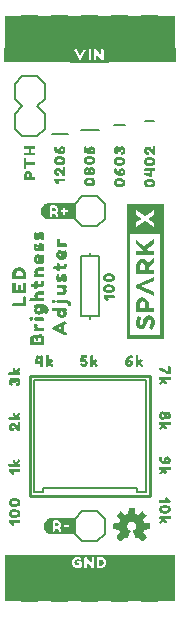
<source format=gto>
G04 EAGLE Gerber RS-274X export*
G75*
%MOMM*%
%FSLAX34Y34*%
%LPD*%
%INSilkscreen Top*%
%IPPOS*%
%AMOC8*
5,1,8,0,0,1.08239X$1,22.5*%
G01*
%ADD10C,0.254000*%
%ADD11R,14.478000X2.667000*%
%ADD12R,5.461000X1.270000*%
%ADD13R,5.715000X1.270000*%
%ADD14C,0.203200*%
%ADD15C,0.152400*%

G36*
X135212Y336597D02*
X135212Y336597D01*
X135205Y336592D01*
X135199Y336599D01*
X103561Y336599D01*
X103513Y336563D01*
X103519Y336556D01*
X103512Y336550D01*
X103512Y222250D01*
X103548Y222203D01*
X103555Y222208D01*
X103561Y222201D01*
X135199Y222201D01*
X135247Y222237D01*
X135241Y222244D01*
X135248Y222250D01*
X135248Y336550D01*
X135212Y336597D01*
G37*
%LPC*%
G36*
X132212Y225237D02*
X132212Y225237D01*
X106548Y225237D01*
X106548Y310966D01*
X132212Y310966D01*
X132212Y225237D01*
G37*
%LPD*%
G36*
X91337Y25844D02*
X91337Y25844D01*
X91332Y25851D01*
X91339Y25857D01*
X91339Y39357D01*
X91303Y39405D01*
X91296Y39399D01*
X91290Y39406D01*
X56890Y39406D01*
X56882Y39401D01*
X56873Y39404D01*
X56869Y39391D01*
X56843Y39371D01*
X56847Y39365D01*
X56857Y39351D01*
X56857Y39350D01*
X56829Y39387D01*
X56798Y39396D01*
X56790Y39406D01*
X53490Y39406D01*
X53443Y39371D01*
X53445Y39367D01*
X53443Y39365D01*
X53446Y39361D01*
X53441Y39357D01*
X53441Y25857D01*
X53477Y25810D01*
X53484Y25816D01*
X53490Y25808D01*
X91290Y25808D01*
X91337Y25844D01*
G37*
G36*
X117270Y50946D02*
X117270Y50946D01*
X117378Y50956D01*
X117391Y50962D01*
X117405Y50964D01*
X117502Y51012D01*
X117601Y51057D01*
X117614Y51068D01*
X117623Y51072D01*
X117638Y51088D01*
X117715Y51150D01*
X120300Y53735D01*
X120363Y53824D01*
X120429Y53909D01*
X120434Y53922D01*
X120442Y53934D01*
X120473Y54037D01*
X120509Y54140D01*
X120509Y54154D01*
X120513Y54167D01*
X120509Y54275D01*
X120510Y54384D01*
X120505Y54397D01*
X120505Y54411D01*
X120467Y54513D01*
X120432Y54615D01*
X120423Y54630D01*
X120419Y54639D01*
X120405Y54656D01*
X120351Y54738D01*
X117587Y58128D01*
X118144Y59210D01*
X118150Y59230D01*
X118192Y59325D01*
X118563Y60484D01*
X122914Y60927D01*
X123018Y60955D01*
X123124Y60980D01*
X123136Y60987D01*
X123149Y60990D01*
X123239Y61051D01*
X123332Y61108D01*
X123340Y61119D01*
X123352Y61127D01*
X123418Y61213D01*
X123487Y61297D01*
X123491Y61310D01*
X123500Y61321D01*
X123534Y61424D01*
X123573Y61525D01*
X123574Y61543D01*
X123578Y61552D01*
X123578Y61574D01*
X123587Y61672D01*
X123587Y65328D01*
X123570Y65435D01*
X123556Y65543D01*
X123550Y65555D01*
X123548Y65569D01*
X123496Y65665D01*
X123449Y65762D01*
X123439Y65772D01*
X123433Y65784D01*
X123353Y65858D01*
X123277Y65935D01*
X123265Y65941D01*
X123255Y65951D01*
X123156Y65996D01*
X123059Y66044D01*
X123041Y66048D01*
X123032Y66052D01*
X123011Y66054D01*
X122914Y66073D01*
X118563Y66516D01*
X118192Y67675D01*
X118183Y67692D01*
X118181Y67700D01*
X118177Y67707D01*
X118144Y67790D01*
X117587Y68872D01*
X120351Y72262D01*
X120405Y72356D01*
X120462Y72448D01*
X120465Y72461D01*
X120472Y72473D01*
X120493Y72580D01*
X120518Y72685D01*
X120516Y72699D01*
X120519Y72713D01*
X120504Y72820D01*
X120494Y72928D01*
X120488Y72941D01*
X120486Y72955D01*
X120438Y73052D01*
X120393Y73151D01*
X120382Y73164D01*
X120378Y73173D01*
X120362Y73188D01*
X120300Y73265D01*
X117715Y75850D01*
X117626Y75913D01*
X117541Y75979D01*
X117528Y75984D01*
X117516Y75992D01*
X117413Y76023D01*
X117310Y76059D01*
X117296Y76059D01*
X117283Y76063D01*
X117175Y76059D01*
X117066Y76060D01*
X117053Y76055D01*
X117039Y76055D01*
X116937Y76017D01*
X116835Y75982D01*
X116820Y75973D01*
X116811Y75969D01*
X116794Y75955D01*
X116712Y75901D01*
X113322Y73137D01*
X112240Y73694D01*
X112220Y73700D01*
X112125Y73742D01*
X110966Y74113D01*
X110523Y78464D01*
X110495Y78568D01*
X110470Y78674D01*
X110463Y78686D01*
X110460Y78699D01*
X110399Y78789D01*
X110342Y78882D01*
X110331Y78890D01*
X110323Y78902D01*
X110237Y78968D01*
X110153Y79037D01*
X110140Y79041D01*
X110129Y79050D01*
X110026Y79084D01*
X109925Y79123D01*
X109907Y79124D01*
X109898Y79128D01*
X109876Y79128D01*
X109778Y79137D01*
X106122Y79137D01*
X106015Y79120D01*
X105907Y79106D01*
X105895Y79100D01*
X105881Y79098D01*
X105785Y79046D01*
X105688Y78999D01*
X105678Y78989D01*
X105666Y78983D01*
X105592Y78903D01*
X105515Y78827D01*
X105509Y78815D01*
X105499Y78805D01*
X105454Y78706D01*
X105406Y78609D01*
X105402Y78591D01*
X105398Y78582D01*
X105396Y78561D01*
X105377Y78464D01*
X104934Y74113D01*
X103775Y73742D01*
X103757Y73732D01*
X103660Y73694D01*
X102578Y73137D01*
X99188Y75901D01*
X99094Y75955D01*
X99002Y76012D01*
X98989Y76015D01*
X98977Y76022D01*
X98870Y76043D01*
X98765Y76068D01*
X98751Y76066D01*
X98737Y76069D01*
X98630Y76054D01*
X98522Y76044D01*
X98509Y76038D01*
X98496Y76036D01*
X98398Y75988D01*
X98299Y75943D01*
X98286Y75932D01*
X98277Y75928D01*
X98262Y75912D01*
X98185Y75850D01*
X95600Y73265D01*
X95537Y73176D01*
X95471Y73091D01*
X95466Y73078D01*
X95458Y73066D01*
X95427Y72963D01*
X95391Y72860D01*
X95391Y72846D01*
X95387Y72833D01*
X95391Y72725D01*
X95390Y72616D01*
X95395Y72603D01*
X95395Y72589D01*
X95433Y72487D01*
X95468Y72385D01*
X95477Y72370D01*
X95481Y72361D01*
X95495Y72344D01*
X95549Y72262D01*
X98313Y68872D01*
X97756Y67790D01*
X97750Y67770D01*
X97708Y67675D01*
X97337Y66516D01*
X92986Y66073D01*
X92882Y66045D01*
X92776Y66020D01*
X92764Y66013D01*
X92751Y66010D01*
X92661Y65949D01*
X92568Y65892D01*
X92560Y65881D01*
X92548Y65873D01*
X92482Y65787D01*
X92414Y65703D01*
X92409Y65690D01*
X92400Y65679D01*
X92366Y65576D01*
X92327Y65475D01*
X92326Y65457D01*
X92322Y65448D01*
X92323Y65426D01*
X92313Y65328D01*
X92313Y61672D01*
X92330Y61565D01*
X92344Y61457D01*
X92350Y61445D01*
X92352Y61431D01*
X92404Y61335D01*
X92451Y61238D01*
X92461Y61228D01*
X92467Y61216D01*
X92547Y61142D01*
X92623Y61065D01*
X92635Y61059D01*
X92646Y61049D01*
X92744Y61004D01*
X92841Y60956D01*
X92859Y60952D01*
X92868Y60948D01*
X92889Y60946D01*
X92986Y60927D01*
X97337Y60484D01*
X97708Y59325D01*
X97718Y59307D01*
X97756Y59210D01*
X98313Y58128D01*
X95549Y54738D01*
X95495Y54644D01*
X95438Y54552D01*
X95435Y54539D01*
X95428Y54527D01*
X95407Y54420D01*
X95382Y54315D01*
X95384Y54301D01*
X95381Y54287D01*
X95396Y54180D01*
X95406Y54072D01*
X95412Y54059D01*
X95414Y54046D01*
X95462Y53948D01*
X95507Y53849D01*
X95518Y53836D01*
X95522Y53827D01*
X95538Y53812D01*
X95600Y53735D01*
X98185Y51150D01*
X98274Y51087D01*
X98359Y51021D01*
X98372Y51016D01*
X98384Y51008D01*
X98487Y50977D01*
X98590Y50941D01*
X98604Y50941D01*
X98617Y50937D01*
X98725Y50941D01*
X98834Y50940D01*
X98847Y50945D01*
X98861Y50945D01*
X98963Y50983D01*
X99065Y51018D01*
X99080Y51027D01*
X99089Y51031D01*
X99106Y51045D01*
X99188Y51099D01*
X102578Y53863D01*
X103660Y53306D01*
X103713Y53289D01*
X103762Y53263D01*
X103828Y53252D01*
X103892Y53231D01*
X103948Y53232D01*
X104002Y53223D01*
X104069Y53234D01*
X104136Y53235D01*
X104188Y53253D01*
X104243Y53262D01*
X104303Y53294D01*
X104366Y53317D01*
X104409Y53351D01*
X104459Y53377D01*
X104505Y53426D01*
X104557Y53468D01*
X104588Y53515D01*
X104626Y53555D01*
X104682Y53660D01*
X104690Y53673D01*
X104691Y53678D01*
X104695Y53685D01*
X106848Y58882D01*
X106868Y58965D01*
X106873Y58978D01*
X106875Y58994D01*
X106900Y59080D01*
X106899Y59100D01*
X106904Y59120D01*
X106896Y59202D01*
X106898Y59221D01*
X106893Y59242D01*
X106889Y59324D01*
X106882Y59343D01*
X106880Y59363D01*
X106849Y59432D01*
X106842Y59459D01*
X106827Y59484D01*
X106800Y59552D01*
X106787Y59567D01*
X106779Y59585D01*
X106734Y59634D01*
X106714Y59666D01*
X106682Y59692D01*
X106643Y59738D01*
X106622Y59753D01*
X106612Y59763D01*
X106591Y59775D01*
X106528Y59819D01*
X106525Y59821D01*
X106524Y59821D01*
X106522Y59823D01*
X105638Y60318D01*
X104959Y60945D01*
X104445Y61714D01*
X104125Y62582D01*
X104017Y63499D01*
X104130Y64434D01*
X104461Y65315D01*
X104993Y66092D01*
X105694Y66721D01*
X106524Y67164D01*
X107436Y67398D01*
X108378Y67408D01*
X109294Y67194D01*
X110134Y66769D01*
X110848Y66156D01*
X111397Y65391D01*
X111748Y64517D01*
X111881Y63585D01*
X111789Y62648D01*
X111477Y61760D01*
X110962Y60972D01*
X110275Y60328D01*
X109376Y59822D01*
X109335Y59789D01*
X109294Y59767D01*
X109263Y59734D01*
X109215Y59699D01*
X109202Y59682D01*
X109186Y59669D01*
X109151Y59615D01*
X109127Y59589D01*
X109113Y59558D01*
X109072Y59501D01*
X109066Y59481D01*
X109055Y59463D01*
X109037Y59390D01*
X109027Y59367D01*
X109024Y59343D01*
X109001Y59268D01*
X109002Y59247D01*
X108997Y59226D01*
X109004Y59142D01*
X109003Y59124D01*
X109006Y59107D01*
X109009Y59024D01*
X109017Y58998D01*
X109018Y58983D01*
X109028Y58961D01*
X109052Y58882D01*
X109360Y58137D01*
X109361Y58137D01*
X109671Y57388D01*
X109981Y56639D01*
X109981Y56638D01*
X110292Y55890D01*
X110292Y55889D01*
X110602Y55140D01*
X110912Y54391D01*
X110913Y54391D01*
X111205Y53685D01*
X111234Y53638D01*
X111255Y53586D01*
X111298Y53535D01*
X111334Y53478D01*
X111377Y53443D01*
X111413Y53400D01*
X111470Y53366D01*
X111522Y53323D01*
X111574Y53304D01*
X111622Y53275D01*
X111688Y53261D01*
X111751Y53237D01*
X111806Y53235D01*
X111860Y53224D01*
X111927Y53231D01*
X111994Y53229D01*
X112048Y53245D01*
X112103Y53252D01*
X112214Y53296D01*
X112228Y53300D01*
X112232Y53303D01*
X112240Y53306D01*
X113322Y53863D01*
X116712Y51099D01*
X116806Y51045D01*
X116898Y50988D01*
X116911Y50985D01*
X116923Y50978D01*
X117030Y50957D01*
X117135Y50932D01*
X117149Y50934D01*
X117163Y50931D01*
X117270Y50946D01*
G37*
G36*
X89037Y455930D02*
X89037Y455930D01*
X89032Y455937D01*
X89039Y455943D01*
X89039Y469443D01*
X89003Y469490D01*
X88996Y469484D01*
X88990Y469492D01*
X55790Y469492D01*
X55743Y469456D01*
X55745Y469453D01*
X55743Y469451D01*
X55746Y469447D01*
X55741Y469443D01*
X55741Y455943D01*
X55777Y455895D01*
X55784Y455901D01*
X55790Y455894D01*
X88990Y455894D01*
X89037Y455930D01*
G37*
G36*
X58341Y323359D02*
X58341Y323359D01*
X58348Y323354D01*
X58848Y323554D01*
X58863Y323578D01*
X58870Y323584D01*
X58868Y323587D01*
X58873Y323595D01*
X58879Y323600D01*
X58879Y336400D01*
X58876Y336405D01*
X58879Y336408D01*
X58779Y337008D01*
X58735Y337049D01*
X58733Y337046D01*
X58730Y337049D01*
X37830Y337049D01*
X37828Y337048D01*
X37826Y337049D01*
X37822Y337043D01*
X37783Y337013D01*
X37787Y337008D01*
X37785Y337006D01*
X37793Y336996D01*
X37788Y336989D01*
X37775Y337019D01*
X37735Y337042D01*
X37730Y337049D01*
X37230Y337049D01*
X37226Y337046D01*
X37223Y337049D01*
X36523Y336949D01*
X36518Y336944D01*
X36514Y336947D01*
X35915Y336747D01*
X35216Y336547D01*
X35212Y336542D01*
X35208Y336544D01*
X34008Y335944D01*
X34005Y335937D01*
X33999Y335938D01*
X33499Y335538D01*
X33498Y335534D01*
X33495Y335535D01*
X32495Y334535D01*
X32495Y334531D01*
X32492Y334531D01*
X32092Y334031D01*
X32091Y334023D01*
X32086Y334022D01*
X31486Y332822D01*
X31486Y332820D01*
X31486Y332819D01*
X31487Y332815D01*
X31483Y332814D01*
X31283Y332115D01*
X31083Y331516D01*
X31085Y331509D01*
X31081Y331507D01*
X30981Y330807D01*
X30984Y330802D01*
X30981Y330800D01*
X30981Y329500D01*
X30984Y329496D01*
X30981Y329493D01*
X31081Y328793D01*
X31085Y328789D01*
X31083Y328786D01*
X31283Y328086D01*
X31284Y328085D01*
X31283Y328084D01*
X31483Y327484D01*
X31488Y327481D01*
X31486Y327478D01*
X31786Y326878D01*
X31790Y326876D01*
X31789Y326873D01*
X32189Y326273D01*
X32192Y326272D01*
X32192Y326269D01*
X32592Y325769D01*
X32596Y325768D01*
X32595Y325765D01*
X33095Y325265D01*
X33099Y325265D01*
X33099Y325262D01*
X34099Y324462D01*
X34103Y324461D01*
X34103Y324459D01*
X34703Y324059D01*
X34712Y324060D01*
X34714Y324053D01*
X35314Y323853D01*
X35316Y323854D01*
X35316Y323853D01*
X36015Y323653D01*
X36614Y323453D01*
X36621Y323455D01*
X36623Y323451D01*
X37323Y323351D01*
X37328Y323354D01*
X37330Y323351D01*
X58330Y323351D01*
X58341Y323359D01*
G37*
G36*
X59611Y56659D02*
X59611Y56659D01*
X59618Y56654D01*
X60118Y56854D01*
X60133Y56878D01*
X60140Y56884D01*
X60138Y56886D01*
X60143Y56895D01*
X60149Y56900D01*
X60149Y69800D01*
X60141Y69811D01*
X60146Y69818D01*
X59946Y70318D01*
X59905Y70343D01*
X59900Y70349D01*
X40300Y70349D01*
X40298Y70348D01*
X40296Y70349D01*
X40294Y70347D01*
X40293Y70349D01*
X39593Y70249D01*
X39592Y70248D01*
X39592Y70249D01*
X38992Y70149D01*
X38293Y70049D01*
X38288Y70044D01*
X38284Y70047D01*
X37684Y69847D01*
X37683Y69844D01*
X37681Y69845D01*
X36981Y69545D01*
X36976Y69537D01*
X36969Y69538D01*
X36471Y69140D01*
X35873Y68741D01*
X35870Y68734D01*
X35865Y68735D01*
X35365Y68235D01*
X35365Y68231D01*
X35362Y68231D01*
X34562Y67231D01*
X34561Y67227D01*
X34559Y67227D01*
X34159Y66627D01*
X34160Y66618D01*
X34159Y66617D01*
X34153Y66616D01*
X33954Y66018D01*
X33655Y65319D01*
X33657Y65311D01*
X33651Y65308D01*
X33551Y64708D01*
X33552Y64707D01*
X33551Y64707D01*
X33451Y64007D01*
X33453Y64003D01*
X33453Y64002D01*
X33451Y64000D01*
X33451Y62700D01*
X33457Y62692D01*
X33453Y62686D01*
X33652Y61990D01*
X33751Y61293D01*
X33759Y61285D01*
X33756Y61278D01*
X34356Y60078D01*
X34360Y60076D01*
X34359Y60073D01*
X34759Y59473D01*
X34762Y59472D01*
X34762Y59469D01*
X35162Y58969D01*
X35166Y58968D01*
X35165Y58965D01*
X35665Y58465D01*
X35669Y58465D01*
X35669Y58462D01*
X36169Y58062D01*
X36173Y58061D01*
X36173Y58059D01*
X36773Y57659D01*
X36777Y57659D01*
X36778Y57656D01*
X37978Y57056D01*
X37983Y57057D01*
X37984Y57053D01*
X38584Y56853D01*
X38591Y56855D01*
X38593Y56851D01*
X39993Y56651D01*
X39998Y56654D01*
X40000Y56651D01*
X59600Y56651D01*
X59611Y56659D01*
G37*
G36*
X127097Y276918D02*
X127097Y276918D01*
X127091Y276925D01*
X127099Y276931D01*
X127099Y280303D01*
X127063Y280350D01*
X127055Y280345D01*
X127050Y280352D01*
X122195Y280352D01*
X122195Y282928D01*
X127077Y286194D01*
X127085Y286217D01*
X127097Y286226D01*
X127093Y286231D01*
X127099Y286235D01*
X127099Y290179D01*
X127093Y290186D01*
X127096Y290194D01*
X127084Y290199D01*
X127063Y290226D01*
X127044Y290212D01*
X127022Y290219D01*
X121592Y286501D01*
X120915Y287782D01*
X120905Y287786D01*
X120906Y287793D01*
X119896Y288841D01*
X119884Y288843D01*
X119882Y288851D01*
X118540Y289535D01*
X118528Y289533D01*
X118524Y289540D01*
X116838Y289770D01*
X116833Y289768D01*
X116831Y289771D01*
X116785Y289771D01*
X116783Y289769D01*
X116781Y289770D01*
X115655Y289676D01*
X115649Y289671D01*
X115644Y289674D01*
X115608Y289663D01*
X114647Y289390D01*
X114642Y289384D01*
X114637Y289386D01*
X113771Y288911D01*
X113767Y288903D01*
X113761Y288904D01*
X113026Y288238D01*
X113025Y288230D01*
X113019Y288229D01*
X112433Y287391D01*
X112434Y287386D01*
X112433Y287385D01*
X112434Y287384D01*
X112434Y287383D01*
X112428Y287382D01*
X112011Y286393D01*
X112012Y286386D01*
X112008Y286384D01*
X111758Y285242D01*
X111760Y285237D01*
X111757Y285235D01*
X111673Y283941D01*
X111674Y283939D01*
X111673Y283938D01*
X111673Y276931D01*
X111709Y276884D01*
X111716Y276889D01*
X111722Y276882D01*
X127050Y276882D01*
X127097Y276918D01*
G37*
G36*
X127074Y244982D02*
X127074Y244982D01*
X127068Y244990D01*
X127076Y244996D01*
X127076Y248368D01*
X127040Y248415D01*
X127032Y248409D01*
X127027Y248417D01*
X122481Y248417D01*
X122481Y250928D01*
X122479Y250930D01*
X122481Y250931D01*
X122395Y252181D01*
X122391Y252185D01*
X122394Y252188D01*
X122137Y253362D01*
X122132Y253366D01*
X122135Y253370D01*
X121708Y254425D01*
X121702Y254429D01*
X121704Y254433D01*
X121113Y255344D01*
X121105Y255347D01*
X121106Y255352D01*
X120342Y256105D01*
X120334Y256106D01*
X120333Y256112D01*
X119406Y256685D01*
X119397Y256684D01*
X119395Y256690D01*
X118306Y257049D01*
X118298Y257046D01*
X118295Y257051D01*
X117071Y257169D01*
X117060Y257184D01*
X117014Y257184D01*
X117011Y257182D01*
X117010Y257183D01*
X115878Y257082D01*
X115873Y257077D01*
X115869Y257080D01*
X115608Y257005D01*
X114840Y256782D01*
X114835Y256775D01*
X114830Y256778D01*
X113922Y256285D01*
X113919Y256278D01*
X113913Y256279D01*
X113141Y255606D01*
X113140Y255598D01*
X113134Y255598D01*
X112514Y254760D01*
X112514Y254752D01*
X112509Y254751D01*
X112043Y253749D01*
X112045Y253742D01*
X112040Y253740D01*
X111752Y252583D01*
X111754Y252577D01*
X111750Y252575D01*
X111650Y251263D01*
X111652Y251261D01*
X111650Y251259D01*
X111650Y244996D01*
X111686Y244948D01*
X111693Y244954D01*
X111699Y244946D01*
X127027Y244946D01*
X127074Y244982D01*
G37*
G36*
X127097Y292760D02*
X127097Y292760D01*
X127091Y292767D01*
X127099Y292773D01*
X127099Y296145D01*
X127063Y296192D01*
X127055Y296187D01*
X127050Y296194D01*
X122383Y296194D01*
X120599Y297911D01*
X127079Y302632D01*
X127084Y302649D01*
X127097Y302659D01*
X127092Y302666D01*
X127099Y302671D01*
X127099Y306718D01*
X127093Y306726D01*
X127096Y306735D01*
X127083Y306739D01*
X127063Y306765D01*
X127052Y306757D01*
X127050Y306760D01*
X127040Y306760D01*
X127032Y306754D01*
X127020Y306757D01*
X118230Y300255D01*
X115656Y302725D01*
X111756Y306467D01*
X111743Y306469D01*
X111735Y306479D01*
X111729Y306474D01*
X111722Y306474D01*
X111719Y306472D01*
X111697Y306474D01*
X111694Y306454D01*
X111675Y306438D01*
X111677Y306435D01*
X111673Y306432D01*
X111673Y302363D01*
X111690Y302340D01*
X111688Y302327D01*
X115589Y298706D01*
X118294Y296194D01*
X111722Y296194D01*
X111675Y296158D01*
X111680Y296151D01*
X111673Y296145D01*
X111673Y292773D01*
X111709Y292726D01*
X111716Y292731D01*
X111722Y292724D01*
X127050Y292724D01*
X127097Y292760D01*
G37*
G36*
X124872Y229924D02*
X124872Y229924D01*
X124883Y229924D01*
X125971Y231378D01*
X125971Y231386D01*
X125976Y231387D01*
X126740Y232996D01*
X126738Y233003D01*
X126743Y233004D01*
X127196Y234707D01*
X127194Y234713D01*
X127198Y234716D01*
X127350Y236453D01*
X127347Y236458D01*
X127350Y236461D01*
X127271Y237653D01*
X127268Y237658D01*
X127270Y237661D01*
X127029Y238743D01*
X127024Y238747D01*
X127027Y238751D01*
X126638Y239704D01*
X126632Y239708D01*
X126634Y239712D01*
X126108Y240530D01*
X126100Y240533D01*
X126101Y240539D01*
X125427Y241198D01*
X125418Y241199D01*
X125418Y241205D01*
X124606Y241700D01*
X124598Y241699D01*
X124596Y241705D01*
X123645Y242014D01*
X123637Y242011D01*
X123634Y242016D01*
X122562Y242119D01*
X122561Y242118D01*
X122561Y242119D01*
X122558Y242119D01*
X122466Y242119D01*
X122462Y242119D01*
X121526Y242040D01*
X121520Y242035D01*
X121516Y242038D01*
X120726Y241797D01*
X120721Y241790D01*
X120715Y241792D01*
X120040Y241395D01*
X120036Y241387D01*
X120031Y241388D01*
X119449Y240837D01*
X119447Y240827D01*
X119441Y240826D01*
X118526Y239295D01*
X118527Y239287D01*
X118522Y239285D01*
X117836Y237204D01*
X117836Y237203D01*
X117835Y237202D01*
X117379Y235570D01*
X116972Y234564D01*
X116497Y234068D01*
X115866Y233935D01*
X115831Y233935D01*
X115633Y233981D01*
X115326Y234053D01*
X114917Y234408D01*
X114636Y235008D01*
X114538Y235852D01*
X114638Y236825D01*
X114934Y237798D01*
X115665Y239126D01*
X116040Y239806D01*
X116031Y239864D01*
X116025Y239864D01*
X116025Y239870D01*
X115650Y240128D01*
X113487Y241619D01*
X113428Y241616D01*
X113428Y241606D01*
X113418Y241606D01*
X112587Y240363D01*
X112587Y240357D01*
X112583Y240356D01*
X111974Y239004D01*
X111976Y238997D01*
X111971Y238996D01*
X111595Y237516D01*
X111598Y237510D01*
X111594Y237508D01*
X111467Y235890D01*
X111470Y235885D01*
X111467Y235882D01*
X111551Y234751D01*
X111555Y234746D01*
X111552Y234743D01*
X111800Y233714D01*
X111805Y233710D01*
X111803Y233706D01*
X112203Y232792D01*
X112209Y232788D01*
X112207Y232783D01*
X112744Y232006D01*
X112752Y232004D01*
X112751Y231998D01*
X113422Y231372D01*
X113429Y231371D01*
X113430Y231366D01*
X114211Y230895D01*
X114219Y230896D01*
X114221Y230890D01*
X115114Y230597D01*
X115121Y230599D01*
X115122Y230596D01*
X115123Y230596D01*
X115125Y230594D01*
X115617Y230547D01*
X116129Y230499D01*
X116132Y230501D01*
X116134Y230499D01*
X116180Y230499D01*
X116182Y230501D01*
X116184Y230499D01*
X117228Y230592D01*
X117230Y230594D01*
X117231Y230594D01*
X117235Y230597D01*
X117238Y230594D01*
X118103Y230867D01*
X118108Y230874D01*
X118114Y230872D01*
X118819Y231308D01*
X118822Y231316D01*
X118828Y231315D01*
X119404Y231897D01*
X119405Y231907D01*
X119412Y231908D01*
X120281Y233508D01*
X120279Y233515D01*
X120284Y233517D01*
X120924Y235632D01*
X120925Y235632D01*
X121381Y237195D01*
X121810Y238132D01*
X122262Y238573D01*
X122826Y238694D01*
X122860Y238694D01*
X123450Y238553D01*
X123888Y238132D01*
X124169Y237451D01*
X124268Y236526D01*
X124142Y235273D01*
X123769Y234122D01*
X123182Y233036D01*
X122415Y231971D01*
X122416Y231912D01*
X122424Y231912D01*
X122423Y231905D01*
X124812Y229916D01*
X124871Y229913D01*
X124872Y229924D01*
G37*
G36*
X17204Y272354D02*
X17204Y272354D01*
X17206Y272351D01*
X18006Y272451D01*
X18020Y272464D01*
X18031Y272462D01*
X18531Y272862D01*
X18535Y272877D01*
X18538Y272879D01*
X18536Y272882D01*
X18537Y272888D01*
X18549Y272895D01*
X18649Y273895D01*
X18647Y273898D01*
X18649Y273900D01*
X18649Y277300D01*
X18646Y277304D01*
X18649Y277306D01*
X18549Y278106D01*
X18543Y278112D01*
X18546Y278117D01*
X17946Y279717D01*
X17938Y279722D01*
X17940Y279729D01*
X17440Y280429D01*
X17434Y280430D01*
X17435Y280435D01*
X16235Y281635D01*
X16223Y281636D01*
X16222Y281644D01*
X15422Y282044D01*
X15420Y282044D01*
X15419Y282045D01*
X14719Y282345D01*
X14718Y282345D01*
X14717Y282346D01*
X13917Y282646D01*
X13910Y282644D01*
X13908Y282644D01*
X13905Y282649D01*
X13005Y282749D01*
X13002Y282747D01*
X13000Y282749D01*
X12200Y282749D01*
X12197Y282747D01*
X12195Y282749D01*
X11295Y282649D01*
X11289Y282644D01*
X11286Y282644D01*
X11283Y282646D01*
X10483Y282346D01*
X10482Y282345D01*
X10481Y282345D01*
X9781Y282045D01*
X9777Y282038D01*
X9771Y282040D01*
X8371Y281040D01*
X8368Y281029D01*
X8360Y281029D01*
X7360Y279629D01*
X7360Y279623D01*
X7356Y279622D01*
X6956Y278822D01*
X6957Y278818D01*
X6954Y278816D01*
X6956Y278813D01*
X6952Y278812D01*
X6752Y278012D01*
X6754Y278008D01*
X6751Y278006D01*
X6651Y277206D01*
X6653Y277202D01*
X6651Y277200D01*
X6651Y273200D01*
X6663Y273184D01*
X6659Y273173D01*
X7059Y272573D01*
X7082Y272565D01*
X7086Y272553D01*
X7786Y272353D01*
X7796Y272356D01*
X7800Y272351D01*
X17200Y272351D01*
X17204Y272354D01*
G37*
G36*
X32443Y216483D02*
X32443Y216483D01*
X32445Y216481D01*
X33345Y216581D01*
X33365Y216600D01*
X33378Y216599D01*
X33778Y217099D01*
X33779Y217107D01*
X33780Y217108D01*
X33779Y217110D01*
X33779Y217119D01*
X33789Y217125D01*
X33889Y218125D01*
X33887Y218128D01*
X33889Y218130D01*
X33889Y222430D01*
X33886Y222434D01*
X33889Y222436D01*
X33789Y223236D01*
X33783Y223242D01*
X33786Y223247D01*
X33486Y224047D01*
X33478Y224052D01*
X33480Y224059D01*
X32980Y224759D01*
X32972Y224761D01*
X32972Y224767D01*
X32272Y225367D01*
X32265Y225368D01*
X32264Y225373D01*
X31564Y225773D01*
X31555Y225771D01*
X31552Y225778D01*
X30752Y225978D01*
X30744Y225974D01*
X30740Y225979D01*
X29840Y225979D01*
X29836Y225976D01*
X29834Y225979D01*
X29034Y225879D01*
X29028Y225873D01*
X29023Y225876D01*
X28223Y225576D01*
X28218Y225568D01*
X28211Y225570D01*
X27539Y225090D01*
X27267Y225271D01*
X27259Y225270D01*
X27257Y225276D01*
X26457Y225576D01*
X26449Y225574D01*
X26445Y225579D01*
X25545Y225679D01*
X25538Y225675D01*
X25534Y225679D01*
X24734Y225579D01*
X24731Y225576D01*
X24728Y225578D01*
X23928Y225378D01*
X23920Y225367D01*
X23911Y225370D01*
X23211Y224870D01*
X23210Y224864D01*
X23205Y224865D01*
X22605Y224265D01*
X22604Y224255D01*
X22597Y224254D01*
X22197Y223554D01*
X22198Y223549D01*
X22194Y223547D01*
X21894Y222747D01*
X21898Y222735D01*
X21891Y222730D01*
X21891Y217430D01*
X21902Y217416D01*
X21897Y217406D01*
X22297Y216706D01*
X22322Y216695D01*
X22326Y216683D01*
X23026Y216483D01*
X23036Y216486D01*
X23040Y216481D01*
X32440Y216481D01*
X32443Y216483D01*
G37*
%LPC*%
G36*
X120948Y320691D02*
X120948Y320691D01*
X120948Y320692D01*
X119282Y321835D01*
X119261Y321834D01*
X119240Y321834D01*
X119239Y321832D01*
X119234Y321832D01*
X119227Y321835D01*
X111771Y316766D01*
X111771Y320590D01*
X116721Y323799D01*
X116722Y323802D01*
X116726Y323803D01*
X116726Y323812D01*
X116741Y323854D01*
X116722Y323861D01*
X116721Y323881D01*
X111771Y327113D01*
X111771Y330822D01*
X119181Y325754D01*
X119229Y325756D01*
X119236Y325754D01*
X120948Y326922D01*
X127000Y331050D01*
X127000Y327204D01*
X121765Y323778D01*
X121763Y323774D01*
X121759Y323774D01*
X121760Y323765D01*
X121745Y323722D01*
X121763Y323716D01*
X121765Y323696D01*
X127000Y320247D01*
X127000Y316538D01*
X120948Y320691D01*
G37*
%LPD*%
G36*
X127043Y258270D02*
X127043Y258270D01*
X127088Y258281D01*
X127083Y258300D01*
X127099Y258312D01*
X127099Y261752D01*
X127070Y261790D01*
X127068Y261798D01*
X115796Y266393D01*
X127068Y270988D01*
X127092Y271028D01*
X127099Y271033D01*
X127099Y274565D01*
X127097Y274568D01*
X127098Y274571D01*
X127091Y274576D01*
X127063Y274613D01*
X127055Y274606D01*
X127050Y274613D01*
X127047Y274613D01*
X127038Y274606D01*
X127030Y274610D01*
X115603Y269746D01*
X111588Y268038D01*
X111565Y267998D01*
X111558Y267993D01*
X111558Y264884D01*
X111586Y264847D01*
X111588Y264839D01*
X115603Y263129D01*
X127030Y258266D01*
X127034Y258267D01*
X127036Y258264D01*
X127043Y258270D01*
G37*
G36*
X17304Y260454D02*
X17304Y260454D01*
X17306Y260451D01*
X18106Y260551D01*
X18127Y260572D01*
X18141Y260573D01*
X18541Y261173D01*
X18540Y261190D01*
X18549Y261195D01*
X18649Y262195D01*
X18647Y262198D01*
X18649Y262200D01*
X18649Y269000D01*
X18640Y269013D01*
X18644Y269022D01*
X18344Y269622D01*
X18317Y269635D01*
X18312Y269648D01*
X17512Y269848D01*
X17501Y269843D01*
X17496Y269849D01*
X16396Y269749D01*
X16381Y269736D01*
X16369Y269738D01*
X15869Y269338D01*
X15864Y269317D01*
X15852Y269312D01*
X15652Y268512D01*
X15656Y268504D01*
X15651Y268500D01*
X15651Y263449D01*
X14903Y263449D01*
X14149Y263543D01*
X14149Y266900D01*
X14143Y266908D01*
X14147Y266914D01*
X13947Y267614D01*
X13926Y267629D01*
X13924Y267643D01*
X13224Y268043D01*
X13207Y268040D01*
X13200Y268049D01*
X12100Y268049D01*
X12084Y268037D01*
X12073Y268041D01*
X11473Y267641D01*
X11465Y267618D01*
X11453Y267614D01*
X11253Y266914D01*
X11256Y266904D01*
X11251Y266900D01*
X11251Y263543D01*
X10497Y263449D01*
X9743Y263449D01*
X9649Y264103D01*
X9649Y268400D01*
X9646Y268404D01*
X9649Y268406D01*
X9549Y269206D01*
X9533Y269222D01*
X9535Y269235D01*
X9035Y269735D01*
X9012Y269738D01*
X9005Y269749D01*
X8005Y269849D01*
X7995Y269843D01*
X7989Y269848D01*
X7089Y269648D01*
X7072Y269628D01*
X7059Y269627D01*
X6659Y269027D01*
X6660Y269007D01*
X6651Y269000D01*
X6651Y261300D01*
X6663Y261284D01*
X6659Y261273D01*
X7059Y260673D01*
X7083Y260664D01*
X7088Y260652D01*
X7888Y260452D01*
X7896Y260456D01*
X7900Y260451D01*
X17300Y260451D01*
X17304Y260454D01*
G37*
G36*
X30145Y242681D02*
X30145Y242681D01*
X30149Y242685D01*
X30152Y242682D01*
X30952Y242882D01*
X30958Y242890D01*
X30964Y242887D01*
X31664Y243287D01*
X31667Y243294D01*
X31672Y243293D01*
X32372Y243893D01*
X32373Y243898D01*
X32377Y243898D01*
X32977Y244598D01*
X32978Y244605D01*
X32983Y244606D01*
X33383Y245306D01*
X33381Y245315D01*
X33388Y245318D01*
X33588Y246118D01*
X33583Y246130D01*
X33589Y246136D01*
X33489Y246936D01*
X33486Y246939D01*
X33488Y246942D01*
X33288Y247742D01*
X33273Y247754D01*
X33275Y247765D01*
X32759Y248281D01*
X33135Y248281D01*
X34018Y248085D01*
X34596Y247602D01*
X34790Y246827D01*
X34692Y246145D01*
X34296Y245352D01*
X34297Y245348D01*
X34294Y245347D01*
X33994Y244547D01*
X34005Y244510D01*
X34002Y244498D01*
X34502Y243898D01*
X34516Y243895D01*
X34518Y243886D01*
X35318Y243486D01*
X35329Y243488D01*
X35333Y243481D01*
X36033Y243381D01*
X36065Y243399D01*
X36078Y243398D01*
X36578Y243998D01*
X36578Y244005D01*
X36583Y244006D01*
X37083Y244906D01*
X37082Y244912D01*
X37086Y244913D01*
X37386Y245713D01*
X37385Y245717D01*
X37388Y245718D01*
X37588Y246518D01*
X37583Y246530D01*
X37589Y246536D01*
X37389Y248136D01*
X37380Y248145D01*
X37384Y248152D01*
X36984Y248952D01*
X36982Y248953D01*
X36983Y248954D01*
X36583Y249654D01*
X36574Y249658D01*
X36575Y249665D01*
X35975Y250265D01*
X35969Y250266D01*
X35969Y250270D01*
X35269Y250770D01*
X35259Y250770D01*
X35257Y250776D01*
X34457Y251076D01*
X34449Y251074D01*
X34445Y251079D01*
X33545Y251179D01*
X33542Y251177D01*
X33540Y251179D01*
X26840Y251179D01*
X26837Y251177D01*
X26835Y251179D01*
X25935Y251079D01*
X25920Y251065D01*
X25908Y251068D01*
X25308Y250568D01*
X25304Y250548D01*
X25293Y250544D01*
X25093Y249844D01*
X25096Y249836D01*
X25094Y249834D01*
X25096Y249830D01*
X25091Y249825D01*
X25191Y248825D01*
X25212Y248803D01*
X25213Y248789D01*
X25785Y248407D01*
X25693Y247946D01*
X25296Y247152D01*
X25298Y247140D01*
X25291Y247135D01*
X25191Y246235D01*
X25195Y246228D01*
X25191Y246224D01*
X25291Y245424D01*
X25301Y245414D01*
X25297Y245406D01*
X25697Y244706D01*
X25701Y244704D01*
X25700Y244701D01*
X26200Y244001D01*
X26208Y243999D01*
X26208Y243993D01*
X26908Y243393D01*
X26915Y243392D01*
X26916Y243387D01*
X27616Y242987D01*
X27621Y242988D01*
X27623Y242984D01*
X28423Y242684D01*
X28431Y242686D01*
X28434Y242681D01*
X29234Y242581D01*
X29241Y242585D01*
X29245Y242581D01*
X30145Y242681D01*
G37*
G36*
X49297Y239756D02*
X49297Y239756D01*
X49302Y239752D01*
X50102Y239952D01*
X50108Y239960D01*
X50114Y239957D01*
X50814Y240357D01*
X50816Y240361D01*
X50819Y240360D01*
X51519Y240860D01*
X51520Y240863D01*
X51522Y240863D01*
X52222Y241463D01*
X52225Y241476D01*
X52234Y241478D01*
X52634Y242278D01*
X52634Y242280D01*
X52635Y242281D01*
X52935Y242981D01*
X52934Y242985D01*
X52937Y242988D01*
X52932Y242995D01*
X52939Y243000D01*
X52939Y243900D01*
X52934Y243907D01*
X52938Y243912D01*
X52738Y244712D01*
X52728Y244720D01*
X52731Y244727D01*
X52331Y245327D01*
X52286Y245343D01*
X52281Y245347D01*
X52302Y245352D01*
X52314Y245367D01*
X52325Y245365D01*
X52625Y245665D01*
X52627Y245678D01*
X52635Y245681D01*
X52935Y246381D01*
X52934Y246384D01*
X52937Y246386D01*
X52932Y246393D01*
X52932Y246394D01*
X52939Y246400D01*
X52939Y247500D01*
X52927Y247516D01*
X52931Y247527D01*
X52531Y248127D01*
X52508Y248135D01*
X52504Y248147D01*
X51804Y248347D01*
X51794Y248344D01*
X51790Y248349D01*
X41590Y248349D01*
X41586Y248346D01*
X41584Y248349D01*
X40784Y248249D01*
X40761Y248226D01*
X40747Y248224D01*
X40347Y247524D01*
X40350Y247507D01*
X40341Y247500D01*
X40341Y246600D01*
X40346Y246593D01*
X40342Y246588D01*
X40542Y245788D01*
X40557Y245776D01*
X40555Y245765D01*
X40755Y245565D01*
X40778Y245562D01*
X40784Y245551D01*
X41584Y245451D01*
X41588Y245453D01*
X41590Y245451D01*
X44910Y245451D01*
X44746Y245122D01*
X44747Y245118D01*
X44744Y245117D01*
X44444Y244317D01*
X44446Y244309D01*
X44441Y244305D01*
X44341Y243405D01*
X44346Y243398D01*
X44341Y243393D01*
X44441Y242693D01*
X44449Y242685D01*
X44446Y242678D01*
X44846Y241878D01*
X44851Y241875D01*
X44850Y241871D01*
X45350Y241171D01*
X45358Y241169D01*
X45358Y241163D01*
X46058Y240563D01*
X46065Y240562D01*
X46066Y240557D01*
X46766Y240157D01*
X46771Y240158D01*
X46773Y240154D01*
X47573Y239854D01*
X47581Y239856D01*
X47584Y239851D01*
X48384Y239751D01*
X48388Y239753D01*
X48390Y239751D01*
X49290Y239751D01*
X49297Y239756D01*
G37*
G36*
X51498Y224961D02*
X51498Y224961D01*
X51509Y224955D01*
X52209Y225255D01*
X52221Y225274D01*
X52233Y225276D01*
X52733Y226176D01*
X52732Y226184D01*
X52737Y226186D01*
X52937Y226886D01*
X52928Y226910D01*
X52934Y226922D01*
X52534Y227722D01*
X52511Y227733D01*
X52507Y227746D01*
X51710Y228045D01*
X50239Y228830D01*
X50239Y233000D01*
X50237Y233003D01*
X50239Y233006D01*
X50231Y233010D01*
X50203Y233047D01*
X50188Y233036D01*
X50179Y233041D01*
X50211Y233055D01*
X50213Y233060D01*
X50217Y233059D01*
X50815Y233457D01*
X52412Y234256D01*
X52418Y234269D01*
X52428Y234268D01*
X52928Y234868D01*
X52928Y234880D01*
X52937Y234886D01*
X52929Y234896D01*
X52929Y234897D01*
X52939Y234906D01*
X52839Y235706D01*
X52829Y235716D01*
X52833Y235724D01*
X52333Y236624D01*
X52318Y236631D01*
X52317Y236641D01*
X51717Y237041D01*
X51689Y237039D01*
X51678Y237048D01*
X50878Y236848D01*
X50873Y236842D01*
X50868Y236844D01*
X50068Y236444D01*
X41668Y232344D01*
X41667Y232341D01*
X41665Y232342D01*
X41165Y232042D01*
X41158Y232026D01*
X41147Y232024D01*
X40747Y231324D01*
X40748Y231320D01*
X40745Y231317D01*
X40749Y231312D01*
X40751Y231299D01*
X40742Y231288D01*
X40942Y230488D01*
X40953Y230480D01*
X40950Y230471D01*
X41450Y229771D01*
X41464Y229767D01*
X41466Y229757D01*
X42166Y229357D01*
X42168Y229358D01*
X42169Y229356D01*
X50669Y225256D01*
X50672Y225256D01*
X50673Y225254D01*
X51473Y224954D01*
X51498Y224961D01*
G37*
%LPC*%
G36*
X79393Y27906D02*
X79393Y27906D01*
X78713Y28004D01*
X78336Y28380D01*
X78239Y29061D01*
X78239Y36553D01*
X78334Y37122D01*
X78804Y37310D01*
X79295Y37408D01*
X82086Y37408D01*
X82679Y37309D01*
X83372Y37111D01*
X83967Y36814D01*
X84461Y36517D01*
X85055Y36023D01*
X85450Y35528D01*
X85847Y34933D01*
X86144Y34338D01*
X86341Y33749D01*
X86341Y31665D01*
X86144Y31076D01*
X85549Y29886D01*
X84559Y28895D01*
X83968Y28502D01*
X83374Y28304D01*
X82779Y28105D01*
X82083Y28006D01*
X82082Y28005D01*
X82082Y28006D01*
X81486Y27906D01*
X79393Y27906D01*
G37*
%LPD*%
G36*
X32544Y253884D02*
X32544Y253884D01*
X32546Y253881D01*
X33346Y253981D01*
X33365Y254000D01*
X33378Y253999D01*
X33778Y254499D01*
X33779Y254507D01*
X33780Y254508D01*
X33779Y254510D01*
X33779Y254519D01*
X33789Y254526D01*
X33889Y255626D01*
X33883Y255636D01*
X33888Y255642D01*
X33688Y256442D01*
X33663Y256462D01*
X33659Y256475D01*
X32959Y256775D01*
X32946Y256772D01*
X32940Y256779D01*
X29549Y256779D01*
X28771Y257071D01*
X28289Y257746D01*
X28289Y258518D01*
X28676Y259292D01*
X29350Y259581D01*
X32840Y259581D01*
X32848Y259587D01*
X32854Y259583D01*
X33554Y259783D01*
X33572Y259807D01*
X33585Y259811D01*
X33885Y260511D01*
X33884Y260514D01*
X33887Y260516D01*
X33882Y260523D01*
X33882Y260524D01*
X33889Y260530D01*
X33889Y261630D01*
X33877Y261646D01*
X33881Y261657D01*
X33481Y262257D01*
X33457Y262266D01*
X33452Y262278D01*
X32652Y262478D01*
X32644Y262474D01*
X32640Y262479D01*
X30040Y262479D01*
X30037Y262477D01*
X30035Y262479D01*
X29135Y262379D01*
X29134Y262379D01*
X28334Y262279D01*
X28328Y262273D01*
X28323Y262276D01*
X27523Y261976D01*
X27520Y261971D01*
X27516Y261973D01*
X26816Y261573D01*
X26813Y261566D01*
X26808Y261567D01*
X26108Y260967D01*
X26106Y260958D01*
X26099Y260957D01*
X25699Y260357D01*
X25700Y260350D01*
X25698Y260348D01*
X25694Y260347D01*
X25394Y259547D01*
X25396Y259539D01*
X25391Y259535D01*
X25291Y258635D01*
X25295Y258628D01*
X25291Y258624D01*
X25391Y257824D01*
X25401Y257814D01*
X25397Y257806D01*
X25796Y257107D01*
X25960Y256779D01*
X22640Y256779D01*
X22636Y256776D01*
X22634Y256779D01*
X21834Y256679D01*
X21813Y256658D01*
X21799Y256657D01*
X21399Y256057D01*
X21400Y256040D01*
X21391Y256034D01*
X21291Y254934D01*
X21299Y254921D01*
X21294Y254913D01*
X21594Y254113D01*
X21620Y254096D01*
X21624Y254083D01*
X22224Y253883D01*
X22235Y253887D01*
X22240Y253881D01*
X32540Y253881D01*
X32544Y253884D01*
G37*
G36*
X47594Y369254D02*
X47594Y369254D01*
X47597Y369251D01*
X48297Y369351D01*
X48298Y369352D01*
X48298Y369351D01*
X48898Y369451D01*
X48902Y369456D01*
X48906Y369453D01*
X49506Y369653D01*
X49507Y369656D01*
X49509Y369655D01*
X50209Y369955D01*
X50214Y369963D01*
X50221Y369962D01*
X50721Y370362D01*
X50723Y370369D01*
X50728Y370369D01*
X51128Y370869D01*
X51129Y370873D01*
X51131Y370873D01*
X51531Y371473D01*
X51530Y371482D01*
X51537Y371484D01*
X51737Y372084D01*
X51734Y372092D01*
X51737Y372094D01*
X51735Y372097D01*
X51739Y372100D01*
X51739Y373600D01*
X51732Y373609D01*
X51737Y373616D01*
X51537Y374216D01*
X51532Y374219D01*
X51534Y374222D01*
X51234Y374822D01*
X51227Y374825D01*
X51228Y374831D01*
X50828Y375331D01*
X50821Y375333D01*
X50821Y375338D01*
X50321Y375738D01*
X50316Y375739D01*
X50315Y375742D01*
X49815Y376042D01*
X49807Y376041D01*
X49806Y376047D01*
X49206Y376247D01*
X49204Y376246D01*
X49204Y376247D01*
X48504Y376447D01*
X48499Y376446D01*
X48497Y376449D01*
X47097Y376649D01*
X47089Y376644D01*
X47084Y376649D01*
X46287Y376549D01*
X45690Y376549D01*
X45686Y376546D01*
X45683Y376549D01*
X44983Y376449D01*
X44979Y376445D01*
X44976Y376447D01*
X44276Y376247D01*
X44272Y376242D01*
X44268Y376244D01*
X43068Y375644D01*
X43061Y375631D01*
X43052Y375631D01*
X42652Y375131D01*
X42152Y374532D01*
X42152Y374518D01*
X42143Y374516D01*
X41943Y373916D01*
X41945Y373910D01*
X41941Y373908D01*
X41841Y373308D01*
X41844Y373304D01*
X41843Y373303D01*
X41843Y373302D01*
X41841Y373300D01*
X41841Y372500D01*
X41844Y372495D01*
X41841Y372492D01*
X41941Y371892D01*
X41949Y371885D01*
X41946Y371878D01*
X42546Y370678D01*
X42560Y370671D01*
X42560Y370661D01*
X42960Y370361D01*
X42964Y370361D01*
X42965Y370358D01*
X43465Y370058D01*
X43468Y370058D01*
X43468Y370056D01*
X44068Y369756D01*
X44075Y369757D01*
X44076Y369753D01*
X44775Y369553D01*
X45374Y369353D01*
X45381Y369355D01*
X45383Y369351D01*
X46083Y369251D01*
X46088Y369254D01*
X46090Y369251D01*
X47590Y369251D01*
X47594Y369254D01*
G37*
G36*
X98394Y368654D02*
X98394Y368654D01*
X98397Y368651D01*
X99097Y368751D01*
X99098Y368752D01*
X99098Y368751D01*
X99698Y368851D01*
X99702Y368856D01*
X99706Y368853D01*
X100306Y369053D01*
X100307Y369056D01*
X100309Y369055D01*
X101009Y369355D01*
X101014Y369363D01*
X101021Y369362D01*
X101521Y369762D01*
X101523Y369769D01*
X101528Y369769D01*
X101928Y370269D01*
X101929Y370273D01*
X101931Y370273D01*
X102331Y370873D01*
X102330Y370882D01*
X102337Y370884D01*
X102537Y371484D01*
X102534Y371492D01*
X102537Y371494D01*
X102535Y371497D01*
X102539Y371500D01*
X102539Y372900D01*
X102533Y372908D01*
X102537Y372914D01*
X102337Y373614D01*
X102332Y373618D01*
X102334Y373622D01*
X102034Y374222D01*
X102027Y374225D01*
X102028Y374231D01*
X101628Y374731D01*
X101621Y374733D01*
X101621Y374738D01*
X101121Y375138D01*
X101116Y375139D01*
X101115Y375142D01*
X100615Y375442D01*
X100607Y375441D01*
X100606Y375447D01*
X100006Y375647D01*
X100004Y375646D01*
X100004Y375647D01*
X99304Y375847D01*
X99299Y375846D01*
X99297Y375849D01*
X97897Y376049D01*
X97889Y376044D01*
X97884Y376049D01*
X97087Y375949D01*
X96490Y375949D01*
X96482Y375943D01*
X96476Y375947D01*
X95780Y375748D01*
X95083Y375649D01*
X95075Y375641D01*
X95068Y375644D01*
X93868Y375044D01*
X93861Y375031D01*
X93852Y375031D01*
X93452Y374531D01*
X92952Y373932D01*
X92952Y373918D01*
X92943Y373916D01*
X92743Y373316D01*
X92745Y373310D01*
X92741Y373308D01*
X92641Y372708D01*
X92644Y372704D01*
X92643Y372703D01*
X92643Y372702D01*
X92641Y372700D01*
X92641Y371900D01*
X92644Y371895D01*
X92641Y371892D01*
X92741Y371292D01*
X92749Y371285D01*
X92746Y371278D01*
X93346Y370078D01*
X93360Y370071D01*
X93360Y370061D01*
X93760Y369761D01*
X93764Y369761D01*
X93765Y369758D01*
X94265Y369458D01*
X94268Y369458D01*
X94268Y369456D01*
X94868Y369156D01*
X94870Y369156D01*
X94871Y369155D01*
X95571Y368855D01*
X95579Y368857D01*
X95582Y368851D01*
X96182Y368751D01*
X96183Y368752D01*
X96183Y368751D01*
X96883Y368651D01*
X96888Y368654D01*
X96890Y368651D01*
X98390Y368651D01*
X98394Y368654D01*
G37*
G36*
X72994Y351354D02*
X72994Y351354D01*
X72997Y351351D01*
X73697Y351451D01*
X73698Y351452D01*
X73698Y351451D01*
X74298Y351551D01*
X74302Y351556D01*
X74306Y351553D01*
X74906Y351753D01*
X74907Y351756D01*
X74909Y351755D01*
X75609Y352055D01*
X75612Y352059D01*
X75615Y352058D01*
X76115Y352358D01*
X76120Y352369D01*
X76128Y352369D01*
X76528Y352869D01*
X76529Y352875D01*
X76533Y352876D01*
X76933Y353576D01*
X76932Y353583D01*
X76937Y353584D01*
X77137Y354184D01*
X77134Y354192D01*
X77137Y354194D01*
X77135Y354197D01*
X77139Y354200D01*
X77139Y355600D01*
X77132Y355609D01*
X77137Y355616D01*
X76937Y356216D01*
X76932Y356219D01*
X76934Y356222D01*
X76634Y356822D01*
X76630Y356824D01*
X76631Y356827D01*
X76231Y357427D01*
X76221Y357431D01*
X76221Y357438D01*
X75721Y357838D01*
X75710Y357839D01*
X75708Y357846D01*
X75210Y358045D01*
X74612Y358344D01*
X74605Y358343D01*
X74604Y358347D01*
X73904Y358547D01*
X73899Y358546D01*
X73897Y358549D01*
X73197Y358649D01*
X73192Y358646D01*
X73190Y358649D01*
X71690Y358649D01*
X71685Y358646D01*
X71682Y358649D01*
X71082Y358549D01*
X70383Y358449D01*
X70379Y358445D01*
X70376Y358447D01*
X69676Y358247D01*
X69675Y358246D01*
X69674Y358247D01*
X69074Y358047D01*
X69069Y358039D01*
X69063Y358041D01*
X68463Y357641D01*
X68460Y357634D01*
X68455Y357635D01*
X68055Y357235D01*
X68055Y357231D01*
X68052Y357232D01*
X67552Y356632D01*
X67552Y356618D01*
X67543Y356616D01*
X67343Y356016D01*
X67345Y356009D01*
X67341Y356007D01*
X67241Y355307D01*
X67243Y355304D01*
X67244Y355303D01*
X67244Y355302D01*
X67241Y355300D01*
X67241Y354600D01*
X67244Y354596D01*
X67241Y354593D01*
X67341Y353893D01*
X67349Y353885D01*
X67346Y353878D01*
X67946Y352678D01*
X67960Y352671D01*
X67960Y352661D01*
X68360Y352361D01*
X68364Y352361D01*
X68365Y352358D01*
X68865Y352058D01*
X68868Y352058D01*
X68868Y352056D01*
X69468Y351756D01*
X69475Y351757D01*
X69476Y351753D01*
X70176Y351553D01*
X70180Y351554D01*
X70182Y351551D01*
X70782Y351451D01*
X70783Y351452D01*
X70783Y351451D01*
X71483Y351351D01*
X71488Y351354D01*
X71490Y351351D01*
X72990Y351351D01*
X72994Y351354D01*
G37*
G36*
X72994Y369554D02*
X72994Y369554D01*
X72997Y369551D01*
X73697Y369651D01*
X73698Y369652D01*
X73698Y369651D01*
X74298Y369751D01*
X74302Y369756D01*
X74306Y369753D01*
X74906Y369953D01*
X74907Y369956D01*
X74909Y369955D01*
X75609Y370255D01*
X75614Y370263D01*
X75621Y370262D01*
X76121Y370662D01*
X76123Y370669D01*
X76128Y370669D01*
X76528Y371169D01*
X76529Y371173D01*
X76531Y371173D01*
X76931Y371773D01*
X76930Y371782D01*
X76937Y371784D01*
X77137Y372384D01*
X77134Y372392D01*
X77137Y372394D01*
X77135Y372397D01*
X77139Y372400D01*
X77139Y373800D01*
X77133Y373808D01*
X77137Y373814D01*
X76937Y374514D01*
X76932Y374518D01*
X76934Y374522D01*
X76634Y375122D01*
X76627Y375125D01*
X76628Y375131D01*
X76228Y375631D01*
X76221Y375633D01*
X76221Y375638D01*
X75721Y376038D01*
X75716Y376039D01*
X75715Y376042D01*
X75215Y376342D01*
X75207Y376341D01*
X75206Y376347D01*
X74606Y376547D01*
X74604Y376546D01*
X74604Y376547D01*
X73904Y376747D01*
X73899Y376746D01*
X73897Y376749D01*
X73197Y376849D01*
X73192Y376846D01*
X73190Y376849D01*
X71090Y376849D01*
X71082Y376843D01*
X71076Y376847D01*
X69676Y376447D01*
X69675Y376446D01*
X69674Y376447D01*
X69074Y376247D01*
X69069Y376239D01*
X69063Y376241D01*
X68463Y375841D01*
X68460Y375834D01*
X68455Y375835D01*
X68055Y375435D01*
X68055Y375431D01*
X68052Y375432D01*
X67552Y374832D01*
X67552Y374818D01*
X67543Y374816D01*
X67343Y374216D01*
X67345Y374209D01*
X67341Y374207D01*
X67241Y373507D01*
X67243Y373504D01*
X67244Y373503D01*
X67244Y373502D01*
X67241Y373500D01*
X67241Y372800D01*
X67244Y372796D01*
X67241Y372793D01*
X67341Y372093D01*
X67349Y372085D01*
X67346Y372078D01*
X67946Y370878D01*
X67966Y370868D01*
X67968Y370856D01*
X68363Y370658D01*
X68859Y370262D01*
X68872Y370261D01*
X68874Y370253D01*
X69472Y370054D01*
X70171Y369755D01*
X70179Y369757D01*
X70182Y369751D01*
X70782Y369651D01*
X70783Y369652D01*
X70783Y369651D01*
X71483Y369551D01*
X71488Y369554D01*
X71490Y369551D01*
X72990Y369551D01*
X72994Y369554D01*
G37*
G36*
X123794Y368554D02*
X123794Y368554D01*
X123797Y368551D01*
X124497Y368651D01*
X124498Y368652D01*
X124498Y368651D01*
X125098Y368751D01*
X125102Y368756D01*
X125106Y368753D01*
X125706Y368953D01*
X125707Y368956D01*
X125709Y368955D01*
X126409Y369255D01*
X126412Y369259D01*
X126415Y369258D01*
X126915Y369558D01*
X126920Y369569D01*
X126928Y369569D01*
X127328Y370069D01*
X127329Y370075D01*
X127333Y370076D01*
X127733Y370776D01*
X127732Y370783D01*
X127737Y370784D01*
X127937Y371384D01*
X127934Y371392D01*
X127937Y371394D01*
X127935Y371397D01*
X127939Y371400D01*
X127939Y372800D01*
X127933Y372808D01*
X127937Y372814D01*
X127737Y373514D01*
X127730Y373519D01*
X127732Y373525D01*
X127432Y374025D01*
X127431Y374026D01*
X127431Y374027D01*
X127031Y374627D01*
X127021Y374631D01*
X127021Y374638D01*
X126521Y375038D01*
X126510Y375039D01*
X126508Y375046D01*
X126010Y375245D01*
X125412Y375544D01*
X125405Y375543D01*
X125404Y375547D01*
X124704Y375747D01*
X124699Y375746D01*
X124697Y375749D01*
X123997Y375849D01*
X123992Y375846D01*
X123990Y375849D01*
X122490Y375849D01*
X122485Y375846D01*
X122482Y375849D01*
X121882Y375749D01*
X121183Y375649D01*
X121179Y375645D01*
X121176Y375647D01*
X120476Y375447D01*
X120475Y375446D01*
X120474Y375447D01*
X119874Y375247D01*
X119869Y375239D01*
X119863Y375241D01*
X119263Y374841D01*
X119260Y374834D01*
X119255Y374835D01*
X118855Y374435D01*
X118855Y374431D01*
X118852Y374432D01*
X118352Y373832D01*
X118352Y373818D01*
X118343Y373816D01*
X118143Y373216D01*
X118145Y373209D01*
X118141Y373207D01*
X118041Y372507D01*
X118043Y372504D01*
X118044Y372503D01*
X118044Y372502D01*
X118041Y372500D01*
X118041Y371800D01*
X118044Y371796D01*
X118041Y371793D01*
X118141Y371093D01*
X118149Y371085D01*
X118146Y371078D01*
X118746Y369878D01*
X118766Y369868D01*
X118768Y369856D01*
X119163Y369658D01*
X119659Y369262D01*
X119667Y369261D01*
X119668Y369256D01*
X120268Y368956D01*
X120275Y368957D01*
X120276Y368953D01*
X120976Y368753D01*
X120980Y368754D01*
X120982Y368751D01*
X121582Y368651D01*
X121583Y368652D01*
X121583Y368651D01*
X122283Y368551D01*
X122288Y368554D01*
X122290Y368551D01*
X123790Y368551D01*
X123794Y368554D01*
G37*
G36*
X123794Y350254D02*
X123794Y350254D01*
X123797Y350251D01*
X124497Y350351D01*
X124498Y350352D01*
X124498Y350351D01*
X125098Y350451D01*
X125102Y350456D01*
X125106Y350453D01*
X125706Y350653D01*
X125707Y350656D01*
X125709Y350655D01*
X126409Y350955D01*
X126414Y350963D01*
X126421Y350962D01*
X126921Y351362D01*
X126922Y351366D01*
X126925Y351365D01*
X127325Y351765D01*
X127326Y351775D01*
X127333Y351776D01*
X127733Y352476D01*
X127732Y352483D01*
X127737Y352484D01*
X127937Y353084D01*
X127934Y353092D01*
X127937Y353094D01*
X127935Y353097D01*
X127939Y353100D01*
X127939Y354500D01*
X127933Y354508D01*
X127937Y354514D01*
X127737Y355214D01*
X127732Y355218D01*
X127734Y355222D01*
X127434Y355822D01*
X127427Y355825D01*
X127428Y355831D01*
X127028Y356331D01*
X127021Y356333D01*
X127021Y356338D01*
X126521Y356738D01*
X126516Y356739D01*
X126515Y356742D01*
X126015Y357042D01*
X126007Y357041D01*
X126006Y357047D01*
X125406Y357247D01*
X125404Y357246D01*
X125404Y357247D01*
X124704Y357447D01*
X124699Y357446D01*
X124697Y357449D01*
X123997Y357549D01*
X123992Y357546D01*
X123990Y357549D01*
X122490Y357549D01*
X122485Y357546D01*
X122482Y357549D01*
X121882Y357449D01*
X121183Y357349D01*
X121179Y357345D01*
X121176Y357347D01*
X120476Y357147D01*
X120475Y357146D01*
X120474Y357147D01*
X119874Y356947D01*
X119869Y356939D01*
X119863Y356941D01*
X119263Y356541D01*
X119260Y356534D01*
X119255Y356535D01*
X118855Y356135D01*
X118855Y356131D01*
X118852Y356132D01*
X118352Y355532D01*
X118352Y355518D01*
X118343Y355516D01*
X118143Y354916D01*
X118145Y354909D01*
X118141Y354907D01*
X118041Y354207D01*
X118043Y354204D01*
X118044Y354203D01*
X118044Y354202D01*
X118041Y354200D01*
X118041Y353500D01*
X118044Y353496D01*
X118041Y353493D01*
X118141Y352793D01*
X118149Y352785D01*
X118146Y352778D01*
X118746Y351578D01*
X118766Y351568D01*
X118768Y351556D01*
X119163Y351358D01*
X119659Y350962D01*
X119672Y350961D01*
X119674Y350953D01*
X120272Y350754D01*
X120971Y350455D01*
X120979Y350457D01*
X120982Y350451D01*
X121582Y350351D01*
X121583Y350352D01*
X121583Y350351D01*
X122283Y350251D01*
X122288Y350254D01*
X122290Y350251D01*
X123790Y350251D01*
X123794Y350254D01*
G37*
G36*
X89503Y261051D02*
X89503Y261051D01*
X90200Y261051D01*
X90209Y261058D01*
X90216Y261053D01*
X91416Y261453D01*
X91417Y261456D01*
X91419Y261455D01*
X92119Y261755D01*
X92122Y261759D01*
X92125Y261758D01*
X92625Y262058D01*
X92630Y262069D01*
X92638Y262069D01*
X93038Y262569D01*
X93039Y262573D01*
X93041Y262573D01*
X93441Y263173D01*
X93440Y263184D01*
X93447Y263186D01*
X93647Y263886D01*
X93646Y263891D01*
X93647Y263892D01*
X93644Y263896D01*
X93649Y263900D01*
X93649Y265300D01*
X93642Y265309D01*
X93647Y265316D01*
X93447Y265916D01*
X93442Y265919D01*
X93444Y265922D01*
X93144Y266522D01*
X93137Y266525D01*
X93138Y266531D01*
X92738Y267031D01*
X92731Y267033D01*
X92731Y267038D01*
X92231Y267438D01*
X92226Y267439D01*
X92225Y267442D01*
X91725Y267742D01*
X91722Y267742D01*
X91722Y267744D01*
X91122Y268044D01*
X91113Y268042D01*
X91113Y268043D01*
X91110Y268043D01*
X91107Y268049D01*
X89007Y268349D01*
X89002Y268346D01*
X89000Y268349D01*
X88200Y268349D01*
X88195Y268346D01*
X88192Y268349D01*
X87592Y268249D01*
X86893Y268149D01*
X86889Y268145D01*
X86886Y268147D01*
X86186Y267947D01*
X86182Y267942D01*
X86178Y267944D01*
X84978Y267344D01*
X84971Y267331D01*
X84962Y267331D01*
X84563Y266833D01*
X84065Y266335D01*
X84063Y266319D01*
X84053Y266316D01*
X83853Y265716D01*
X83855Y265709D01*
X83851Y265707D01*
X83751Y265007D01*
X83753Y265003D01*
X83753Y265002D01*
X83751Y265000D01*
X83751Y264300D01*
X83754Y264296D01*
X83751Y264293D01*
X83851Y263593D01*
X83859Y263585D01*
X83856Y263578D01*
X84456Y262378D01*
X84470Y262371D01*
X84470Y262361D01*
X84870Y262061D01*
X84874Y262061D01*
X84875Y262058D01*
X85375Y261758D01*
X85378Y261758D01*
X85378Y261756D01*
X85978Y261456D01*
X85985Y261457D01*
X85986Y261453D01*
X86685Y261253D01*
X87284Y261053D01*
X87295Y261057D01*
X87300Y261051D01*
X87997Y261051D01*
X88693Y260951D01*
X88701Y260956D01*
X88706Y260951D01*
X89503Y261051D01*
G37*
G36*
X9493Y70551D02*
X9493Y70551D01*
X10190Y70551D01*
X10199Y70558D01*
X10206Y70553D01*
X11406Y70953D01*
X11407Y70956D01*
X11409Y70955D01*
X12109Y71255D01*
X12112Y71259D01*
X12115Y71258D01*
X12615Y71558D01*
X12620Y71569D01*
X12628Y71569D01*
X13028Y72069D01*
X13029Y72073D01*
X13031Y72073D01*
X13431Y72673D01*
X13430Y72684D01*
X13437Y72686D01*
X13637Y73386D01*
X13636Y73391D01*
X13637Y73392D01*
X13634Y73396D01*
X13639Y73400D01*
X13639Y74800D01*
X13632Y74809D01*
X13637Y74816D01*
X13437Y75416D01*
X13432Y75419D01*
X13434Y75422D01*
X13134Y76022D01*
X13127Y76025D01*
X13128Y76031D01*
X12728Y76531D01*
X12721Y76533D01*
X12721Y76538D01*
X12221Y76938D01*
X12216Y76939D01*
X12215Y76942D01*
X11715Y77242D01*
X11712Y77242D01*
X11712Y77244D01*
X11112Y77544D01*
X11103Y77542D01*
X11103Y77543D01*
X11100Y77543D01*
X11097Y77549D01*
X8997Y77849D01*
X8992Y77846D01*
X8990Y77849D01*
X8190Y77849D01*
X8185Y77846D01*
X8182Y77849D01*
X7582Y77749D01*
X6883Y77649D01*
X6879Y77645D01*
X6876Y77647D01*
X6176Y77447D01*
X6172Y77442D01*
X6168Y77444D01*
X4968Y76844D01*
X4961Y76831D01*
X4952Y76831D01*
X4553Y76333D01*
X4055Y75835D01*
X4053Y75819D01*
X4043Y75816D01*
X3843Y75216D01*
X3845Y75209D01*
X3841Y75207D01*
X3741Y74507D01*
X3743Y74503D01*
X3743Y74502D01*
X3741Y74500D01*
X3741Y73800D01*
X3744Y73796D01*
X3741Y73793D01*
X3841Y73093D01*
X3849Y73085D01*
X3846Y73078D01*
X4446Y71878D01*
X4460Y71871D01*
X4460Y71861D01*
X4860Y71561D01*
X4864Y71561D01*
X4865Y71558D01*
X5365Y71258D01*
X5368Y71258D01*
X5368Y71256D01*
X5968Y70956D01*
X5975Y70957D01*
X5976Y70953D01*
X6675Y70753D01*
X7274Y70553D01*
X7285Y70557D01*
X7290Y70551D01*
X7987Y70551D01*
X8683Y70451D01*
X8691Y70456D01*
X8696Y70451D01*
X9493Y70551D01*
G37*
G36*
X88704Y270254D02*
X88704Y270254D01*
X88706Y270251D01*
X89503Y270351D01*
X90200Y270351D01*
X90209Y270358D01*
X90216Y270353D01*
X91416Y270753D01*
X91417Y270756D01*
X91419Y270755D01*
X92119Y271055D01*
X92122Y271059D01*
X92125Y271058D01*
X92625Y271358D01*
X92630Y271369D01*
X92638Y271369D01*
X93038Y271869D01*
X93039Y271873D01*
X93041Y271873D01*
X93441Y272473D01*
X93440Y272482D01*
X93447Y272484D01*
X93647Y273084D01*
X93644Y273092D01*
X93647Y273094D01*
X93645Y273097D01*
X93649Y273100D01*
X93649Y274600D01*
X93642Y274609D01*
X93647Y274616D01*
X93447Y275216D01*
X93442Y275219D01*
X93444Y275222D01*
X93144Y275822D01*
X93137Y275825D01*
X93138Y275831D01*
X92738Y276331D01*
X92731Y276333D01*
X92731Y276338D01*
X92231Y276738D01*
X92226Y276739D01*
X92225Y276742D01*
X91725Y277042D01*
X91717Y277041D01*
X91716Y277047D01*
X91116Y277247D01*
X91114Y277246D01*
X91114Y277247D01*
X90414Y277447D01*
X90409Y277446D01*
X90407Y277449D01*
X89007Y277649D01*
X89002Y277646D01*
X89000Y277649D01*
X88200Y277649D01*
X88195Y277646D01*
X88192Y277649D01*
X87592Y277549D01*
X86893Y277449D01*
X86889Y277445D01*
X86886Y277447D01*
X86186Y277247D01*
X86182Y277242D01*
X86178Y277244D01*
X84978Y276644D01*
X84971Y276631D01*
X84962Y276631D01*
X84562Y276131D01*
X84062Y275532D01*
X84062Y275520D01*
X84054Y275518D01*
X83854Y275018D01*
X83857Y275010D01*
X83851Y275007D01*
X83751Y274307D01*
X83753Y274303D01*
X83753Y274302D01*
X83751Y274300D01*
X83751Y273500D01*
X83754Y273495D01*
X83751Y273492D01*
X83851Y272892D01*
X83859Y272885D01*
X83856Y272878D01*
X84456Y271678D01*
X84470Y271671D01*
X84470Y271661D01*
X84870Y271361D01*
X84874Y271361D01*
X84875Y271358D01*
X85375Y271058D01*
X85378Y271058D01*
X85378Y271056D01*
X85978Y270756D01*
X85985Y270757D01*
X85986Y270753D01*
X86685Y270553D01*
X87284Y270353D01*
X87291Y270355D01*
X87293Y270351D01*
X87993Y270251D01*
X87998Y270254D01*
X88000Y270251D01*
X88700Y270251D01*
X88704Y270254D01*
G37*
G36*
X8694Y79754D02*
X8694Y79754D01*
X8696Y79751D01*
X9493Y79851D01*
X10190Y79851D01*
X10199Y79858D01*
X10206Y79853D01*
X11406Y80253D01*
X11407Y80256D01*
X11409Y80255D01*
X12109Y80555D01*
X12112Y80559D01*
X12115Y80558D01*
X12615Y80858D01*
X12620Y80869D01*
X12628Y80869D01*
X13028Y81369D01*
X13029Y81373D01*
X13031Y81373D01*
X13431Y81973D01*
X13430Y81982D01*
X13437Y81984D01*
X13637Y82584D01*
X13634Y82592D01*
X13637Y82594D01*
X13635Y82597D01*
X13639Y82600D01*
X13639Y84100D01*
X13632Y84109D01*
X13637Y84116D01*
X13437Y84716D01*
X13432Y84719D01*
X13434Y84722D01*
X13134Y85322D01*
X13127Y85325D01*
X13128Y85331D01*
X12728Y85831D01*
X12721Y85833D01*
X12721Y85838D01*
X12221Y86238D01*
X12216Y86239D01*
X12215Y86242D01*
X11715Y86542D01*
X11707Y86541D01*
X11706Y86547D01*
X11106Y86747D01*
X11104Y86746D01*
X11104Y86747D01*
X10404Y86947D01*
X10399Y86946D01*
X10397Y86949D01*
X8997Y87149D01*
X8992Y87146D01*
X8990Y87149D01*
X8190Y87149D01*
X8185Y87146D01*
X8182Y87149D01*
X7582Y87049D01*
X6883Y86949D01*
X6879Y86945D01*
X6876Y86947D01*
X6176Y86747D01*
X6172Y86742D01*
X6168Y86744D01*
X4968Y86144D01*
X4961Y86131D01*
X4952Y86131D01*
X4552Y85631D01*
X4052Y85032D01*
X4052Y85020D01*
X4044Y85018D01*
X3844Y84518D01*
X3847Y84510D01*
X3841Y84507D01*
X3741Y83807D01*
X3743Y83803D01*
X3743Y83802D01*
X3741Y83800D01*
X3741Y83000D01*
X3744Y82995D01*
X3741Y82992D01*
X3841Y82392D01*
X3849Y82385D01*
X3846Y82378D01*
X4446Y81178D01*
X4460Y81171D01*
X4460Y81161D01*
X4860Y80861D01*
X4864Y80861D01*
X4865Y80858D01*
X5365Y80558D01*
X5368Y80558D01*
X5368Y80556D01*
X5968Y80256D01*
X5975Y80257D01*
X5976Y80253D01*
X6675Y80053D01*
X7274Y79853D01*
X7281Y79855D01*
X7283Y79851D01*
X7983Y79751D01*
X7988Y79754D01*
X7990Y79751D01*
X8690Y79751D01*
X8694Y79754D01*
G37*
G36*
X98394Y350754D02*
X98394Y350754D01*
X98397Y350751D01*
X99097Y350851D01*
X99098Y350852D01*
X99098Y350851D01*
X99698Y350951D01*
X99702Y350956D01*
X99706Y350953D01*
X100306Y351153D01*
X100307Y351156D01*
X100309Y351155D01*
X101009Y351455D01*
X101012Y351459D01*
X101015Y351458D01*
X101515Y351758D01*
X101520Y351769D01*
X101528Y351769D01*
X101928Y352269D01*
X101929Y352273D01*
X101931Y352273D01*
X102331Y352873D01*
X102330Y352884D01*
X102337Y352886D01*
X102537Y353586D01*
X102535Y353592D01*
X102537Y353594D01*
X102535Y353597D01*
X102539Y353600D01*
X102539Y355000D01*
X102532Y355009D01*
X102537Y355016D01*
X102337Y355616D01*
X102332Y355619D01*
X102334Y355622D01*
X102034Y356222D01*
X102030Y356224D01*
X102031Y356227D01*
X101631Y356827D01*
X101616Y356832D01*
X101615Y356842D01*
X100615Y357442D01*
X100612Y357442D01*
X100612Y357444D01*
X100012Y357744D01*
X100002Y357742D01*
X100000Y357744D01*
X99999Y357744D01*
X99997Y357749D01*
X99300Y357848D01*
X98604Y358047D01*
X98594Y358044D01*
X98590Y358049D01*
X97090Y358049D01*
X97085Y358046D01*
X97082Y358049D01*
X96482Y357949D01*
X95783Y357849D01*
X95779Y357845D01*
X95776Y357847D01*
X95076Y357647D01*
X95075Y357646D01*
X95074Y357647D01*
X94474Y357447D01*
X94469Y357439D01*
X94463Y357441D01*
X93863Y357041D01*
X93859Y357031D01*
X93852Y357031D01*
X93453Y356533D01*
X92955Y356035D01*
X92953Y356019D01*
X92943Y356016D01*
X92743Y355416D01*
X92745Y355409D01*
X92741Y355407D01*
X92641Y354707D01*
X92643Y354704D01*
X92644Y354703D01*
X92644Y354702D01*
X92641Y354700D01*
X92641Y354000D01*
X92644Y353996D01*
X92641Y353993D01*
X92741Y353293D01*
X92749Y353285D01*
X92746Y353278D01*
X93346Y352078D01*
X93360Y352071D01*
X93360Y352061D01*
X93760Y351761D01*
X93764Y351761D01*
X93765Y351758D01*
X94265Y351458D01*
X94268Y351458D01*
X94268Y351456D01*
X94868Y351156D01*
X94875Y351157D01*
X94876Y351153D01*
X95576Y350953D01*
X95580Y350954D01*
X95582Y350951D01*
X96182Y350851D01*
X96183Y350852D01*
X96183Y350851D01*
X96883Y350751D01*
X96888Y350754D01*
X96890Y350751D01*
X98390Y350751D01*
X98394Y350754D01*
G37*
G36*
X136595Y74054D02*
X136595Y74054D01*
X136598Y74051D01*
X137198Y74151D01*
X137897Y74251D01*
X137901Y74255D01*
X137904Y74253D01*
X138604Y74453D01*
X138605Y74454D01*
X138606Y74453D01*
X139206Y74653D01*
X139211Y74661D01*
X139217Y74659D01*
X139817Y75059D01*
X139821Y75069D01*
X139828Y75069D01*
X140227Y75567D01*
X140725Y76065D01*
X140727Y76081D01*
X140737Y76084D01*
X140937Y76684D01*
X140935Y76691D01*
X140939Y76693D01*
X141039Y77393D01*
X141036Y77398D01*
X141039Y77400D01*
X141039Y78100D01*
X141036Y78104D01*
X141039Y78107D01*
X140939Y78807D01*
X140931Y78815D01*
X140934Y78822D01*
X140334Y80022D01*
X140320Y80029D01*
X140320Y80039D01*
X139920Y80339D01*
X139916Y80339D01*
X139915Y80342D01*
X139415Y80642D01*
X139412Y80642D01*
X139412Y80644D01*
X138812Y80944D01*
X138805Y80943D01*
X138804Y80947D01*
X138104Y81147D01*
X138100Y81146D01*
X138098Y81149D01*
X137498Y81249D01*
X137497Y81248D01*
X137497Y81249D01*
X136797Y81349D01*
X136792Y81346D01*
X136790Y81349D01*
X135290Y81349D01*
X135286Y81346D01*
X135283Y81349D01*
X134583Y81249D01*
X134582Y81248D01*
X134582Y81249D01*
X133982Y81149D01*
X133978Y81144D01*
X133974Y81147D01*
X133374Y80947D01*
X133373Y80944D01*
X133371Y80945D01*
X132671Y80645D01*
X132668Y80641D01*
X132665Y80642D01*
X132165Y80342D01*
X132160Y80331D01*
X132152Y80331D01*
X131752Y79831D01*
X131751Y79827D01*
X131749Y79827D01*
X131349Y79227D01*
X131350Y79216D01*
X131343Y79214D01*
X131143Y78514D01*
X131146Y78504D01*
X131141Y78500D01*
X131141Y77100D01*
X131148Y77091D01*
X131143Y77084D01*
X131343Y76484D01*
X131348Y76481D01*
X131346Y76478D01*
X131646Y75878D01*
X131653Y75875D01*
X131652Y75869D01*
X132052Y75369D01*
X132059Y75367D01*
X132059Y75362D01*
X132559Y74962D01*
X132564Y74961D01*
X132565Y74958D01*
X133065Y74658D01*
X133068Y74658D01*
X133068Y74656D01*
X133668Y74356D01*
X133679Y74358D01*
X133683Y74351D01*
X135783Y74051D01*
X135788Y74054D01*
X135790Y74051D01*
X136590Y74051D01*
X136595Y74054D01*
G37*
G36*
X29943Y285083D02*
X29943Y285083D01*
X29945Y285081D01*
X30845Y285181D01*
X30853Y285188D01*
X30859Y285185D01*
X31559Y285485D01*
X31562Y285490D01*
X31566Y285488D01*
X32366Y285988D01*
X32368Y285993D01*
X32372Y285992D01*
X32972Y286492D01*
X32975Y286506D01*
X32984Y286508D01*
X33384Y287308D01*
X33383Y287312D01*
X33386Y287313D01*
X33686Y288113D01*
X33685Y288117D01*
X33688Y288118D01*
X33888Y288918D01*
X33884Y288926D01*
X33889Y288930D01*
X33889Y289930D01*
X33887Y289933D01*
X33889Y289934D01*
X33789Y291134D01*
X33786Y291138D01*
X33788Y291141D01*
X33588Y292041D01*
X33583Y292045D01*
X33585Y292049D01*
X33285Y292749D01*
X33270Y292758D01*
X33270Y292769D01*
X32870Y293069D01*
X32852Y293069D01*
X32847Y293079D01*
X32147Y293179D01*
X32126Y293167D01*
X32114Y293172D01*
X31314Y292672D01*
X31309Y292658D01*
X31299Y292657D01*
X30899Y292057D01*
X30900Y292042D01*
X30894Y292038D01*
X30901Y292030D01*
X30901Y292024D01*
X30894Y292013D01*
X31192Y291218D01*
X31291Y290424D01*
X31390Y289536D01*
X31098Y288757D01*
X30562Y288221D01*
X30389Y288738D01*
X30389Y292130D01*
X30380Y292143D01*
X30384Y292152D01*
X29984Y292952D01*
X29974Y292957D01*
X29975Y292965D01*
X29375Y293565D01*
X29348Y293569D01*
X29340Y293579D01*
X28440Y293579D01*
X28436Y293576D01*
X28434Y293579D01*
X27634Y293479D01*
X27628Y293473D01*
X27623Y293476D01*
X26823Y293176D01*
X26818Y293168D01*
X26811Y293170D01*
X26111Y292670D01*
X26109Y292661D01*
X26102Y292662D01*
X25602Y292062D01*
X25602Y292055D01*
X25597Y292054D01*
X25197Y291354D01*
X25198Y291350D01*
X25196Y291349D01*
X25198Y291345D01*
X25199Y291345D01*
X25192Y291342D01*
X24992Y290542D01*
X24994Y290537D01*
X24991Y290535D01*
X24891Y289535D01*
X24895Y289528D01*
X24891Y289525D01*
X24991Y288625D01*
X24997Y288618D01*
X24994Y288613D01*
X25294Y287813D01*
X25295Y287812D01*
X25295Y287811D01*
X25595Y287111D01*
X25602Y287107D01*
X25600Y287101D01*
X26100Y286401D01*
X26109Y286399D01*
X26108Y286392D01*
X26708Y285892D01*
X26715Y285892D01*
X26716Y285887D01*
X27416Y285487D01*
X27421Y285488D01*
X27423Y285484D01*
X28223Y285184D01*
X28231Y285186D01*
X28235Y285181D01*
X29135Y285081D01*
X29138Y285083D01*
X29140Y285081D01*
X29940Y285081D01*
X29943Y285083D01*
G37*
G36*
X48996Y288956D02*
X48996Y288956D01*
X49001Y288952D01*
X49901Y289152D01*
X49905Y289157D01*
X49909Y289155D01*
X50609Y289455D01*
X50611Y289457D01*
X50612Y289456D01*
X51412Y289856D01*
X51417Y289866D01*
X51425Y289865D01*
X52025Y290465D01*
X52026Y290475D01*
X52033Y290476D01*
X52433Y291176D01*
X52432Y291181D01*
X52436Y291183D01*
X52736Y291983D01*
X52735Y291987D01*
X52738Y291988D01*
X52938Y292788D01*
X52934Y292796D01*
X52939Y292800D01*
X52939Y293800D01*
X52937Y293803D01*
X52939Y293804D01*
X52839Y295004D01*
X52836Y295007D01*
X52838Y295010D01*
X52638Y296010D01*
X52631Y296016D01*
X52634Y296022D01*
X52334Y296622D01*
X52320Y296629D01*
X52320Y296639D01*
X51920Y296939D01*
X51902Y296939D01*
X51897Y296949D01*
X51197Y297049D01*
X51176Y297037D01*
X51164Y297042D01*
X50364Y296542D01*
X50359Y296528D01*
X50349Y296527D01*
X49949Y295927D01*
X49950Y295912D01*
X49944Y295908D01*
X49951Y295900D01*
X49951Y295894D01*
X49944Y295883D01*
X50242Y295088D01*
X50341Y294294D01*
X50440Y293406D01*
X50148Y292627D01*
X49612Y292091D01*
X49437Y292616D01*
X49388Y292649D01*
X49385Y292645D01*
X49381Y292648D01*
X49400Y292652D01*
X49439Y292696D01*
X49437Y292698D01*
X49439Y292700D01*
X49439Y296100D01*
X49428Y296114D01*
X49433Y296124D01*
X49033Y296824D01*
X49024Y296828D01*
X49025Y296835D01*
X48425Y297435D01*
X48398Y297439D01*
X48390Y297449D01*
X47490Y297449D01*
X47486Y297446D01*
X47484Y297449D01*
X46684Y297349D01*
X46681Y297346D01*
X46678Y297348D01*
X45878Y297148D01*
X45870Y297137D01*
X45861Y297140D01*
X45161Y296640D01*
X45158Y296629D01*
X45150Y296629D01*
X44650Y295929D01*
X44650Y295925D01*
X44647Y295924D01*
X44247Y295224D01*
X44248Y295220D01*
X44246Y295219D01*
X44248Y295215D01*
X44249Y295215D01*
X44242Y295212D01*
X44042Y294412D01*
X44044Y294407D01*
X44041Y294405D01*
X43941Y293505D01*
X43945Y293499D01*
X43941Y293495D01*
X44041Y292595D01*
X44046Y292589D01*
X44043Y292584D01*
X44343Y291684D01*
X44346Y291683D01*
X44345Y291681D01*
X44645Y290981D01*
X44654Y290975D01*
X44652Y290968D01*
X45152Y290368D01*
X45156Y290368D01*
X45155Y290365D01*
X45755Y289765D01*
X45765Y289764D01*
X45766Y289757D01*
X46466Y289357D01*
X46471Y289358D01*
X46473Y289354D01*
X47273Y289054D01*
X47281Y289056D01*
X47285Y289051D01*
X48185Y288951D01*
X48188Y288953D01*
X48190Y288951D01*
X48990Y288951D01*
X48996Y288956D01*
G37*
%LPC*%
G36*
X46614Y58849D02*
X46614Y58849D01*
X46140Y59134D01*
X45446Y60918D01*
X45436Y60924D01*
X45438Y60932D01*
X44938Y61532D01*
X44908Y61538D01*
X44900Y61549D01*
X43500Y61549D01*
X43482Y61536D01*
X43470Y61539D01*
X43070Y61239D01*
X43062Y61208D01*
X43051Y61200D01*
X43051Y59804D01*
X42955Y59231D01*
X42484Y58948D01*
X41609Y58851D01*
X41039Y59136D01*
X40849Y59609D01*
X40849Y67686D01*
X41132Y68158D01*
X41807Y68351D01*
X44596Y68351D01*
X45192Y68251D01*
X45193Y68252D01*
X45193Y68251D01*
X45885Y68152D01*
X46473Y67859D01*
X47067Y67363D01*
X47462Y66969D01*
X47855Y66379D01*
X48052Y65689D01*
X48151Y65096D01*
X48151Y64400D01*
X48187Y64353D01*
X48192Y64356D01*
X48195Y64351D01*
X48314Y64339D01*
X48102Y64349D01*
X48053Y64316D01*
X48057Y64311D01*
X48051Y64308D01*
X47953Y63715D01*
X47658Y63127D01*
X47262Y62631D01*
X47261Y62624D01*
X47261Y62623D01*
X47261Y62622D01*
X47261Y62601D01*
X47252Y62590D01*
X47352Y62090D01*
X47356Y62086D01*
X47354Y62082D01*
X47854Y60782D01*
X48054Y60283D01*
X48245Y59710D01*
X47867Y59238D01*
X47187Y58849D01*
X46614Y58849D01*
G37*
%LPD*%
G36*
X74294Y360654D02*
X74294Y360654D01*
X74297Y360651D01*
X74997Y360751D01*
X75005Y360759D01*
X75012Y360756D01*
X75612Y361056D01*
X75615Y361063D01*
X75621Y361062D01*
X76121Y361462D01*
X76123Y361469D01*
X76128Y361469D01*
X76528Y361969D01*
X76529Y361977D01*
X76534Y361978D01*
X76834Y362578D01*
X76834Y362580D01*
X76835Y362581D01*
X77135Y363281D01*
X77132Y363293D01*
X77137Y363297D01*
X77137Y363298D01*
X77139Y363300D01*
X77139Y364600D01*
X77136Y364604D01*
X77139Y364607D01*
X77039Y365307D01*
X77031Y365315D01*
X77034Y365322D01*
X76734Y365922D01*
X76727Y365925D01*
X76728Y365931D01*
X76328Y366431D01*
X76324Y366432D01*
X76325Y366435D01*
X75825Y366935D01*
X75818Y366936D01*
X75817Y366941D01*
X75217Y367341D01*
X75208Y367340D01*
X75206Y367347D01*
X74606Y367547D01*
X74601Y367545D01*
X74601Y367546D01*
X74599Y367546D01*
X74597Y367549D01*
X73897Y367649D01*
X73889Y367644D01*
X73882Y367644D01*
X73878Y367648D01*
X73478Y367548D01*
X73476Y367546D01*
X73474Y367547D01*
X72874Y367347D01*
X72870Y367341D01*
X72866Y367343D01*
X72166Y366943D01*
X72162Y366934D01*
X72155Y366935D01*
X71786Y366566D01*
X71321Y366938D01*
X71313Y366939D01*
X71312Y366944D01*
X70712Y367244D01*
X70701Y367242D01*
X70697Y367249D01*
X69997Y367349D01*
X69995Y367347D01*
X69994Y367349D01*
X69987Y367349D01*
X69985Y367347D01*
X69983Y367349D01*
X69283Y367249D01*
X69275Y367241D01*
X69268Y367244D01*
X68668Y366944D01*
X68665Y366937D01*
X68659Y366938D01*
X68159Y366538D01*
X68158Y366534D01*
X68155Y366535D01*
X67655Y366035D01*
X67654Y366023D01*
X67646Y366022D01*
X67346Y365422D01*
X67347Y365415D01*
X67343Y365414D01*
X67143Y364714D01*
X67146Y364705D01*
X67143Y364703D01*
X67143Y364702D01*
X67141Y364700D01*
X67141Y364000D01*
X67144Y363995D01*
X67141Y363992D01*
X67241Y363392D01*
X67245Y363389D01*
X67243Y363386D01*
X67443Y362686D01*
X67448Y362682D01*
X67446Y362678D01*
X67746Y362078D01*
X67756Y362073D01*
X67755Y362065D01*
X68255Y361565D01*
X68259Y361565D01*
X68259Y361562D01*
X68759Y361162D01*
X68772Y361161D01*
X68774Y361153D01*
X69374Y360953D01*
X69381Y360955D01*
X69383Y360951D01*
X70083Y360851D01*
X70092Y360856D01*
X70097Y360851D01*
X70797Y360951D01*
X70804Y360958D01*
X70809Y360955D01*
X71509Y361255D01*
X71516Y361266D01*
X71525Y361265D01*
X71886Y361626D01*
X72252Y361169D01*
X72266Y361166D01*
X72268Y361156D01*
X72868Y360856D01*
X72875Y360857D01*
X72876Y360853D01*
X73576Y360653D01*
X73586Y360656D01*
X73590Y360651D01*
X74290Y360651D01*
X74294Y360654D01*
G37*
%LPC*%
G36*
X44046Y325549D02*
X44046Y325549D01*
X43671Y325831D01*
X42976Y327618D01*
X42964Y327625D01*
X42965Y327635D01*
X42365Y328235D01*
X42338Y328239D01*
X42330Y328249D01*
X41030Y328249D01*
X41012Y328236D01*
X41000Y328239D01*
X40600Y327939D01*
X40592Y327908D01*
X40581Y327900D01*
X40581Y326504D01*
X40485Y325931D01*
X40014Y325648D01*
X39139Y325551D01*
X38569Y325836D01*
X38379Y326309D01*
X38379Y334386D01*
X38662Y334858D01*
X39337Y335051D01*
X42027Y335051D01*
X42722Y334951D01*
X43315Y334853D01*
X43905Y334557D01*
X44499Y334162D01*
X44989Y333671D01*
X45286Y333078D01*
X45582Y332485D01*
X45680Y331800D01*
X45581Y331107D01*
X45482Y330415D01*
X45188Y329827D01*
X44792Y329331D01*
X44791Y329324D01*
X44791Y329323D01*
X44791Y329322D01*
X44791Y329308D01*
X44781Y329300D01*
X44781Y328900D01*
X44790Y328888D01*
X44785Y328879D01*
X45384Y327582D01*
X45582Y326988D01*
X45678Y326410D01*
X45395Y325938D01*
X44618Y325549D01*
X44046Y325549D01*
G37*
%LPD*%
G36*
X134799Y153758D02*
X134799Y153758D01*
X134806Y153753D01*
X135406Y153953D01*
X135410Y153959D01*
X135414Y153957D01*
X136114Y154357D01*
X136118Y154366D01*
X136125Y154365D01*
X136494Y154734D01*
X136959Y154362D01*
X136967Y154361D01*
X136968Y154356D01*
X137568Y154056D01*
X137579Y154058D01*
X137583Y154051D01*
X138283Y153951D01*
X138296Y153958D01*
X138304Y153953D01*
X139004Y154153D01*
X139005Y154154D01*
X139006Y154153D01*
X139606Y154353D01*
X139613Y154364D01*
X139621Y154362D01*
X140121Y154762D01*
X140122Y154766D01*
X140125Y154765D01*
X140625Y155265D01*
X140626Y155277D01*
X140634Y155278D01*
X140934Y155878D01*
X140933Y155885D01*
X140937Y155886D01*
X141137Y156586D01*
X141135Y156592D01*
X141137Y156594D01*
X141135Y156597D01*
X141139Y156600D01*
X141139Y157300D01*
X141136Y157304D01*
X141139Y157307D01*
X141039Y158007D01*
X141034Y158012D01*
X141037Y158016D01*
X140837Y158616D01*
X140832Y158619D01*
X140834Y158622D01*
X140534Y159222D01*
X140524Y159227D01*
X140525Y159235D01*
X140025Y159735D01*
X140021Y159735D01*
X140021Y159738D01*
X139521Y160138D01*
X139508Y160139D01*
X139506Y160147D01*
X138906Y160347D01*
X138899Y160345D01*
X138897Y160349D01*
X138197Y160449D01*
X138195Y160447D01*
X138194Y160449D01*
X138187Y160449D01*
X138185Y160447D01*
X138183Y160449D01*
X137483Y160349D01*
X137476Y160342D01*
X137471Y160345D01*
X136771Y160045D01*
X136764Y160034D01*
X136755Y160035D01*
X136394Y159674D01*
X136028Y160131D01*
X136014Y160134D01*
X136012Y160144D01*
X135412Y160444D01*
X135405Y160443D01*
X135404Y160447D01*
X134704Y160647D01*
X134699Y160646D01*
X134693Y160646D01*
X134690Y160649D01*
X133990Y160649D01*
X133986Y160646D01*
X133983Y160649D01*
X133283Y160549D01*
X133275Y160541D01*
X133268Y160544D01*
X132668Y160244D01*
X132665Y160237D01*
X132659Y160238D01*
X132159Y159838D01*
X132157Y159831D01*
X132152Y159831D01*
X131752Y159331D01*
X131751Y159323D01*
X131746Y159322D01*
X131446Y158722D01*
X131446Y158720D01*
X131445Y158719D01*
X131145Y158019D01*
X131148Y158006D01*
X131141Y158000D01*
X131141Y156700D01*
X131144Y156696D01*
X131141Y156693D01*
X131241Y155993D01*
X131249Y155985D01*
X131246Y155978D01*
X131546Y155378D01*
X131553Y155375D01*
X131552Y155369D01*
X131952Y154869D01*
X131956Y154868D01*
X131955Y154865D01*
X132455Y154365D01*
X132462Y154364D01*
X132463Y154359D01*
X133063Y153959D01*
X133072Y153960D01*
X133074Y153953D01*
X133674Y153753D01*
X133685Y153757D01*
X133690Y153751D01*
X134790Y153751D01*
X134799Y153758D01*
G37*
%LPC*%
G36*
X76217Y458089D02*
X76217Y458089D01*
X75937Y458462D01*
X75839Y459146D01*
X75839Y466635D01*
X76029Y467204D01*
X76598Y467394D01*
X77381Y467394D01*
X77858Y467202D01*
X78350Y466514D01*
X78351Y466514D01*
X78350Y466514D01*
X80350Y463814D01*
X80351Y463813D01*
X81651Y462113D01*
X81682Y462104D01*
X81686Y462099D01*
X81690Y462094D01*
X81790Y462094D01*
X81837Y462130D01*
X81835Y462133D01*
X81837Y462135D01*
X81834Y462139D01*
X81839Y462143D01*
X81839Y466239D01*
X81937Y466925D01*
X82122Y467201D01*
X82698Y467394D01*
X83378Y467394D01*
X83946Y467110D01*
X84041Y466535D01*
X84141Y465839D01*
X84141Y459051D01*
X83947Y458469D01*
X83567Y458090D01*
X82791Y457993D01*
X82214Y458089D01*
X81627Y458675D01*
X78530Y462771D01*
X78131Y463370D01*
X78114Y463376D01*
X78103Y463390D01*
X78094Y463383D01*
X78075Y463390D01*
X78065Y463361D01*
X78041Y463343D01*
X78041Y458556D01*
X77760Y458089D01*
X76990Y457992D01*
X76217Y458089D01*
G37*
%LPD*%
%LPC*%
G36*
X68313Y28004D02*
X68313Y28004D01*
X67936Y28381D01*
X67839Y28961D01*
X67839Y36453D01*
X67934Y37024D01*
X68505Y37310D01*
X69182Y37406D01*
X69761Y37117D01*
X70253Y36625D01*
X73051Y32927D01*
X73651Y32128D01*
X73656Y32126D01*
X73655Y32122D01*
X73855Y31922D01*
X73869Y31921D01*
X73877Y31910D01*
X73884Y31915D01*
X73890Y31915D01*
X73893Y31917D01*
X73914Y31914D01*
X73917Y31935D01*
X73937Y31951D01*
X73935Y31954D01*
X73939Y31957D01*
X73939Y36737D01*
X74610Y37408D01*
X75376Y37408D01*
X75849Y37124D01*
X76042Y36546D01*
X76141Y35854D01*
X76141Y29061D01*
X76044Y28481D01*
X75665Y28102D01*
X74888Y27907D01*
X74311Y28004D01*
X73726Y28491D01*
X70129Y33287D01*
X70113Y33291D01*
X70103Y33305D01*
X70093Y33297D01*
X70072Y33303D01*
X70064Y33275D01*
X70041Y33257D01*
X70041Y28669D01*
X69755Y28097D01*
X69185Y27907D01*
X68313Y28004D01*
G37*
%LPD*%
G36*
X32848Y274187D02*
X32848Y274187D01*
X32854Y274183D01*
X33554Y274383D01*
X33572Y274407D01*
X33585Y274411D01*
X33885Y275111D01*
X33882Y275124D01*
X33889Y275130D01*
X33889Y276330D01*
X33875Y276348D01*
X33878Y276361D01*
X33478Y276861D01*
X33458Y276866D01*
X33454Y276877D01*
X32754Y277077D01*
X32744Y277074D01*
X32740Y277079D01*
X29253Y277079D01*
X28577Y277465D01*
X28191Y278239D01*
X28288Y279014D01*
X28672Y279687D01*
X29545Y279881D01*
X32940Y279881D01*
X32953Y279890D01*
X32962Y279886D01*
X33562Y280186D01*
X33573Y280209D01*
X33586Y280213D01*
X33886Y281013D01*
X33882Y281028D01*
X33889Y281034D01*
X33789Y282134D01*
X33776Y282149D01*
X33778Y282161D01*
X33378Y282661D01*
X33358Y282666D01*
X33354Y282677D01*
X32654Y282877D01*
X32644Y282874D01*
X32640Y282879D01*
X30040Y282879D01*
X30037Y282877D01*
X30035Y282879D01*
X28235Y282679D01*
X28227Y282672D01*
X28221Y282675D01*
X27521Y282375D01*
X27518Y282372D01*
X27516Y282373D01*
X26816Y281973D01*
X26813Y281966D01*
X26808Y281967D01*
X26108Y281367D01*
X26105Y281356D01*
X26097Y281354D01*
X25697Y280654D01*
X25698Y280649D01*
X25697Y280648D01*
X25694Y280647D01*
X25394Y279847D01*
X25396Y279839D01*
X25391Y279835D01*
X25291Y278935D01*
X25295Y278928D01*
X25291Y278924D01*
X25391Y278124D01*
X25403Y278112D01*
X25400Y278101D01*
X25894Y277409D01*
X25984Y277052D01*
X25413Y276671D01*
X25403Y276642D01*
X25391Y276635D01*
X25291Y275635D01*
X25295Y275628D01*
X25291Y275625D01*
X25391Y274725D01*
X25407Y274708D01*
X25405Y274695D01*
X25905Y274195D01*
X25932Y274192D01*
X25940Y274181D01*
X32840Y274181D01*
X32848Y274187D01*
G37*
G36*
X49093Y259153D02*
X49093Y259153D01*
X49095Y259151D01*
X49995Y259251D01*
X50003Y259258D01*
X50009Y259255D01*
X50709Y259555D01*
X50712Y259560D01*
X50716Y259558D01*
X51516Y260058D01*
X51518Y260063D01*
X51522Y260062D01*
X52122Y260562D01*
X52124Y260571D01*
X52130Y260571D01*
X52630Y261271D01*
X52630Y261285D01*
X52638Y261288D01*
X52838Y262088D01*
X52836Y262091D01*
X52838Y262092D01*
X52837Y262094D01*
X52839Y262095D01*
X52939Y262995D01*
X52933Y263005D01*
X52938Y263012D01*
X52738Y263812D01*
X52730Y263818D01*
X52733Y263824D01*
X52334Y264523D01*
X52156Y264878D01*
X52712Y265156D01*
X52726Y265184D01*
X52738Y265189D01*
X52938Y266089D01*
X52933Y266100D01*
X52939Y266105D01*
X52839Y267105D01*
X52823Y267122D01*
X52825Y267135D01*
X52325Y267635D01*
X52302Y267638D01*
X52296Y267649D01*
X51496Y267749D01*
X51492Y267747D01*
X51490Y267749D01*
X45490Y267749D01*
X45482Y267743D01*
X45476Y267747D01*
X44776Y267547D01*
X44762Y267528D01*
X44749Y267527D01*
X44349Y266927D01*
X44350Y266907D01*
X44341Y266900D01*
X44341Y265800D01*
X44349Y265789D01*
X44345Y265781D01*
X44645Y265081D01*
X44667Y265068D01*
X44671Y265055D01*
X45371Y264755D01*
X45384Y264758D01*
X45390Y264751D01*
X48880Y264751D01*
X49555Y264461D01*
X49941Y263787D01*
X49941Y262916D01*
X49460Y262243D01*
X48783Y262049D01*
X46190Y262049D01*
X46187Y262047D01*
X46185Y262049D01*
X45285Y261949D01*
X45279Y261944D01*
X45274Y261947D01*
X44674Y261747D01*
X44657Y261721D01*
X44644Y261717D01*
X44344Y260917D01*
X44348Y260902D01*
X44341Y260896D01*
X44441Y259796D01*
X44454Y259781D01*
X44452Y259769D01*
X44852Y259269D01*
X44877Y259263D01*
X44884Y259251D01*
X45684Y259151D01*
X45688Y259153D01*
X45690Y259151D01*
X49090Y259151D01*
X49093Y259153D01*
G37*
G36*
X25703Y356860D02*
X25703Y356860D01*
X25712Y356856D01*
X26112Y357056D01*
X26122Y357077D01*
X26131Y357084D01*
X26137Y357086D01*
X26337Y357786D01*
X26334Y357796D01*
X26339Y357800D01*
X26339Y358600D01*
X26323Y358621D01*
X26325Y358635D01*
X25925Y359035D01*
X25909Y359037D01*
X25906Y359047D01*
X25306Y359247D01*
X25295Y359243D01*
X25290Y359249D01*
X23920Y359249D01*
X23739Y359612D01*
X23739Y361000D01*
X23736Y361005D01*
X23739Y361008D01*
X23639Y361608D01*
X23634Y361612D01*
X23637Y361616D01*
X23437Y362216D01*
X23429Y362221D01*
X23431Y362227D01*
X23031Y362827D01*
X23028Y362828D01*
X23028Y362831D01*
X22628Y363331D01*
X22624Y363332D01*
X22625Y363335D01*
X22125Y363835D01*
X22107Y363837D01*
X22104Y363847D01*
X21405Y364047D01*
X20806Y364247D01*
X20795Y364243D01*
X20790Y364249D01*
X19390Y364249D01*
X19377Y364240D01*
X19368Y364244D01*
X18568Y363844D01*
X18565Y363837D01*
X18559Y363838D01*
X17559Y363038D01*
X17557Y363028D01*
X17549Y363027D01*
X17149Y362427D01*
X17149Y362421D01*
X17145Y362419D01*
X16845Y361719D01*
X16847Y361711D01*
X16841Y361708D01*
X16741Y361108D01*
X16744Y361103D01*
X16741Y361100D01*
X16741Y357700D01*
X16748Y357691D01*
X16743Y357684D01*
X16943Y357084D01*
X16968Y357067D01*
X16972Y357054D01*
X17472Y356854D01*
X17485Y356858D01*
X17490Y356851D01*
X25690Y356851D01*
X25703Y356860D01*
G37*
G36*
X25295Y377354D02*
X25295Y377354D01*
X25298Y377351D01*
X25898Y377451D01*
X25913Y377467D01*
X25925Y377465D01*
X26325Y377865D01*
X26326Y377877D01*
X26330Y377879D01*
X26327Y377883D01*
X26329Y377892D01*
X26339Y377900D01*
X26339Y378800D01*
X26332Y378809D01*
X26337Y378816D01*
X26137Y379416D01*
X26117Y379429D01*
X26115Y379442D01*
X25615Y379742D01*
X25597Y379740D01*
X25590Y379749D01*
X22906Y379749D01*
X22539Y380025D01*
X22539Y382775D01*
X22906Y383051D01*
X24890Y383051D01*
X24894Y383054D01*
X24897Y383051D01*
X25597Y383151D01*
X25603Y383157D01*
X25608Y383154D01*
X26108Y383354D01*
X26124Y383380D01*
X26137Y383384D01*
X26337Y383984D01*
X26336Y383986D01*
X26337Y383986D01*
X26335Y383989D01*
X26333Y383995D01*
X26339Y384000D01*
X26339Y384900D01*
X26323Y384921D01*
X26325Y384935D01*
X25925Y385335D01*
X25904Y385338D01*
X25898Y385349D01*
X25298Y385449D01*
X25293Y385446D01*
X25290Y385449D01*
X17690Y385449D01*
X17685Y385446D01*
X17682Y385449D01*
X17082Y385349D01*
X17059Y385325D01*
X17046Y385322D01*
X16746Y384722D01*
X16749Y384707D01*
X16743Y384702D01*
X16741Y384700D01*
X16741Y384000D01*
X16747Y383992D01*
X16743Y383986D01*
X16943Y383286D01*
X16970Y383266D01*
X16974Y383253D01*
X17574Y383053D01*
X17585Y383057D01*
X17590Y383051D01*
X20370Y383051D01*
X20641Y382780D01*
X20641Y380025D01*
X20274Y379749D01*
X17590Y379749D01*
X17577Y379740D01*
X17568Y379744D01*
X16968Y379444D01*
X16956Y379420D01*
X16943Y379416D01*
X16743Y378816D01*
X16747Y378805D01*
X16741Y378800D01*
X16741Y377900D01*
X16754Y377882D01*
X16751Y377870D01*
X17051Y377470D01*
X17077Y377463D01*
X17083Y377451D01*
X17783Y377351D01*
X17788Y377354D01*
X17790Y377351D01*
X25290Y377351D01*
X25295Y377354D01*
G37*
G36*
X45695Y359854D02*
X45695Y359854D01*
X45698Y359851D01*
X46298Y359951D01*
X46313Y359967D01*
X46325Y359965D01*
X46725Y360365D01*
X46726Y360377D01*
X46730Y360379D01*
X46727Y360383D01*
X46729Y360392D01*
X46739Y360400D01*
X46739Y361300D01*
X46732Y361309D01*
X46737Y361316D01*
X46537Y361916D01*
X46517Y361929D01*
X46515Y361942D01*
X46015Y362242D01*
X46002Y362241D01*
X45998Y362249D01*
X45402Y362348D01*
X44822Y362541D01*
X44439Y363115D01*
X44439Y363783D01*
X44822Y364261D01*
X45398Y364549D01*
X45972Y364453D01*
X46556Y364063D01*
X46950Y363571D01*
X47349Y362973D01*
X48449Y361273D01*
X48452Y361272D01*
X48452Y361269D01*
X48852Y360769D01*
X48856Y360768D01*
X48855Y360765D01*
X49355Y360265D01*
X49367Y360264D01*
X49368Y360256D01*
X49968Y359956D01*
X49979Y359958D01*
X49982Y359951D01*
X50582Y359851D01*
X50597Y359859D01*
X50606Y359853D01*
X51206Y360053D01*
X51215Y360067D01*
X51225Y360065D01*
X51725Y360565D01*
X51726Y360576D01*
X51727Y360576D01*
X51726Y360577D01*
X51729Y360592D01*
X51739Y360600D01*
X51739Y366700D01*
X51725Y366718D01*
X51728Y366731D01*
X51328Y367231D01*
X51304Y367237D01*
X51298Y367249D01*
X50698Y367349D01*
X50688Y367343D01*
X50683Y367349D01*
X49983Y367249D01*
X49970Y367236D01*
X49959Y367238D01*
X49459Y366838D01*
X49454Y366817D01*
X49442Y366808D01*
X49441Y366807D01*
X49341Y366107D01*
X49344Y366102D01*
X49341Y366100D01*
X49341Y364120D01*
X49300Y364079D01*
X49033Y364523D01*
X48734Y365122D01*
X48727Y365126D01*
X48728Y365132D01*
X48228Y365732D01*
X48221Y365733D01*
X48221Y365738D01*
X47221Y366538D01*
X47211Y366539D01*
X47209Y366545D01*
X46509Y366845D01*
X46502Y366844D01*
X46500Y366844D01*
X46498Y366849D01*
X45898Y366949D01*
X45893Y366946D01*
X45890Y366949D01*
X45190Y366949D01*
X45182Y366943D01*
X45176Y366947D01*
X44476Y366747D01*
X44475Y366746D01*
X44474Y366747D01*
X43874Y366547D01*
X43867Y366536D01*
X43859Y366538D01*
X43359Y366138D01*
X43358Y366134D01*
X43355Y366135D01*
X42855Y365635D01*
X42855Y365631D01*
X42852Y365631D01*
X42452Y365131D01*
X42451Y365123D01*
X42446Y365122D01*
X42146Y364522D01*
X42148Y364512D01*
X42141Y364508D01*
X42041Y363908D01*
X42044Y363904D01*
X42043Y363903D01*
X42043Y363902D01*
X42041Y363900D01*
X42041Y363100D01*
X42044Y363096D01*
X42041Y363093D01*
X42141Y362393D01*
X42146Y362388D01*
X42143Y362384D01*
X42343Y361784D01*
X42350Y361780D01*
X42348Y361775D01*
X42648Y361275D01*
X42656Y361271D01*
X42655Y361265D01*
X43155Y360765D01*
X43162Y360764D01*
X43163Y360759D01*
X43763Y360359D01*
X43767Y360359D01*
X43768Y360356D01*
X44368Y360056D01*
X44373Y360057D01*
X44374Y360053D01*
X44974Y359853D01*
X44985Y359857D01*
X44990Y359851D01*
X45690Y359851D01*
X45695Y359854D01*
G37*
G36*
X122515Y377870D02*
X122515Y377870D01*
X122528Y377869D01*
X122928Y378369D01*
X122929Y378377D01*
X122931Y378379D01*
X122929Y378383D01*
X122929Y378392D01*
X122939Y378400D01*
X122939Y379200D01*
X122933Y379208D01*
X122937Y379214D01*
X122737Y379914D01*
X122712Y379933D01*
X122708Y379946D01*
X122208Y380146D01*
X122201Y380144D01*
X122198Y380149D01*
X121602Y380248D01*
X121022Y380441D01*
X120639Y381015D01*
X120639Y381683D01*
X121022Y382161D01*
X121598Y382449D01*
X122172Y382353D01*
X122756Y381963D01*
X123152Y381469D01*
X123550Y380972D01*
X124648Y379174D01*
X124652Y379173D01*
X124652Y379169D01*
X125052Y378669D01*
X125059Y378667D01*
X125059Y378662D01*
X125559Y378262D01*
X125563Y378261D01*
X125563Y378259D01*
X126163Y377859D01*
X126183Y377860D01*
X126190Y377851D01*
X126790Y377851D01*
X126799Y377858D01*
X126806Y377853D01*
X127406Y378053D01*
X127415Y378067D01*
X127425Y378065D01*
X127925Y378565D01*
X127926Y378576D01*
X127927Y378576D01*
X127926Y378577D01*
X127929Y378592D01*
X127939Y378600D01*
X127939Y384600D01*
X127925Y384618D01*
X127928Y384631D01*
X127528Y385131D01*
X127504Y385137D01*
X127498Y385149D01*
X126898Y385249D01*
X126893Y385246D01*
X126890Y385249D01*
X126190Y385249D01*
X126172Y385235D01*
X126159Y385238D01*
X125659Y384838D01*
X125654Y384817D01*
X125642Y384808D01*
X125641Y384807D01*
X125541Y384107D01*
X125544Y384102D01*
X125541Y384100D01*
X125541Y382112D01*
X125490Y382010D01*
X125234Y382522D01*
X125231Y382523D01*
X125232Y382525D01*
X124932Y383025D01*
X124927Y383027D01*
X124928Y383032D01*
X124428Y383632D01*
X124424Y383632D01*
X124425Y383635D01*
X123925Y384135D01*
X123921Y384135D01*
X123921Y384138D01*
X123421Y384538D01*
X123407Y384539D01*
X123404Y384547D01*
X122704Y384747D01*
X122700Y384746D01*
X122698Y384749D01*
X122098Y384849D01*
X122093Y384846D01*
X122090Y384849D01*
X121390Y384849D01*
X121386Y384846D01*
X121383Y384849D01*
X120683Y384749D01*
X120675Y384741D01*
X120668Y384744D01*
X120068Y384444D01*
X120067Y384441D01*
X120065Y384442D01*
X119565Y384142D01*
X119561Y384134D01*
X119555Y384135D01*
X119055Y383635D01*
X119055Y383631D01*
X119052Y383631D01*
X118652Y383131D01*
X118651Y383123D01*
X118646Y383122D01*
X118346Y382522D01*
X118348Y382511D01*
X118341Y382507D01*
X118241Y381807D01*
X118243Y381804D01*
X118244Y381803D01*
X118244Y381802D01*
X118241Y381800D01*
X118241Y381100D01*
X118244Y381096D01*
X118241Y381093D01*
X118341Y380393D01*
X118346Y380388D01*
X118343Y380384D01*
X118543Y379784D01*
X118548Y379781D01*
X118546Y379778D01*
X118846Y379178D01*
X118856Y379173D01*
X118855Y379165D01*
X119355Y378665D01*
X119362Y378664D01*
X119363Y378659D01*
X119963Y378259D01*
X119972Y378260D01*
X119974Y378253D01*
X121174Y377853D01*
X121185Y377857D01*
X121190Y377851D01*
X122490Y377851D01*
X122515Y377870D01*
G37*
G36*
X7595Y143854D02*
X7595Y143854D01*
X7598Y143851D01*
X8198Y143951D01*
X8213Y143967D01*
X8225Y143965D01*
X8625Y144365D01*
X8626Y144377D01*
X8630Y144379D01*
X8627Y144383D01*
X8629Y144392D01*
X8639Y144400D01*
X8639Y145300D01*
X8632Y145309D01*
X8637Y145316D01*
X8437Y145916D01*
X8417Y145929D01*
X8415Y145942D01*
X7915Y146242D01*
X7902Y146241D01*
X7898Y146249D01*
X7302Y146348D01*
X6722Y146541D01*
X6339Y147115D01*
X6339Y147783D01*
X6722Y148261D01*
X7298Y148549D01*
X7872Y148453D01*
X8456Y148063D01*
X8850Y147571D01*
X9249Y146973D01*
X10349Y145273D01*
X10352Y145272D01*
X10352Y145269D01*
X10752Y144769D01*
X10756Y144768D01*
X10755Y144765D01*
X11255Y144265D01*
X11267Y144264D01*
X11268Y144256D01*
X11868Y143956D01*
X11879Y143958D01*
X11882Y143951D01*
X12482Y143851D01*
X12497Y143859D01*
X12506Y143853D01*
X13106Y144053D01*
X13115Y144067D01*
X13125Y144065D01*
X13625Y144565D01*
X13626Y144576D01*
X13627Y144576D01*
X13626Y144577D01*
X13629Y144592D01*
X13639Y144600D01*
X13639Y150700D01*
X13625Y150718D01*
X13628Y150731D01*
X13228Y151231D01*
X13204Y151237D01*
X13198Y151249D01*
X12598Y151349D01*
X12588Y151343D01*
X12583Y151349D01*
X11883Y151249D01*
X11870Y151236D01*
X11859Y151238D01*
X11359Y150838D01*
X11354Y150817D01*
X11342Y150808D01*
X11341Y150807D01*
X11241Y150107D01*
X11244Y150102D01*
X11241Y150100D01*
X11241Y148120D01*
X11200Y148079D01*
X10933Y148523D01*
X10634Y149122D01*
X10627Y149126D01*
X10628Y149132D01*
X10128Y149732D01*
X10121Y149733D01*
X10121Y149738D01*
X9121Y150538D01*
X9111Y150539D01*
X9109Y150545D01*
X8409Y150845D01*
X8402Y150844D01*
X8400Y150844D01*
X8398Y150849D01*
X7798Y150949D01*
X7788Y150943D01*
X7783Y150949D01*
X6383Y150749D01*
X6380Y150746D01*
X6378Y150744D01*
X6374Y150747D01*
X5774Y150547D01*
X5767Y150536D01*
X5759Y150538D01*
X5259Y150138D01*
X5258Y150134D01*
X5255Y150135D01*
X4755Y149635D01*
X4755Y149631D01*
X4752Y149631D01*
X4352Y149131D01*
X4351Y149123D01*
X4346Y149122D01*
X4046Y148522D01*
X4048Y148512D01*
X4041Y148508D01*
X3941Y147908D01*
X3944Y147904D01*
X3943Y147903D01*
X3943Y147902D01*
X3941Y147900D01*
X3941Y147100D01*
X3944Y147096D01*
X3941Y147093D01*
X4041Y146393D01*
X4046Y146388D01*
X4043Y146384D01*
X4243Y145784D01*
X4250Y145780D01*
X4248Y145775D01*
X4548Y145275D01*
X4556Y145271D01*
X4555Y145265D01*
X5055Y144765D01*
X5062Y144764D01*
X5063Y144759D01*
X5663Y144359D01*
X5667Y144359D01*
X5668Y144356D01*
X6268Y144056D01*
X6273Y144057D01*
X6274Y144053D01*
X6874Y143853D01*
X6885Y143857D01*
X6890Y143851D01*
X7590Y143851D01*
X7595Y143854D01*
G37*
%LPC*%
G36*
X61693Y27906D02*
X61693Y27906D01*
X61001Y28005D01*
X60409Y28203D01*
X59815Y28500D01*
X59219Y28897D01*
X58725Y29293D01*
X58228Y29888D01*
X57832Y30384D01*
X57536Y30976D01*
X57338Y31569D01*
X57239Y32261D01*
X57239Y32954D01*
X57438Y34346D01*
X57634Y34933D01*
X58028Y35426D01*
X58029Y35430D01*
X58031Y35430D01*
X58428Y36026D01*
X58923Y36520D01*
X59417Y36915D01*
X60009Y37212D01*
X60605Y37410D01*
X61301Y37609D01*
X61891Y37707D01*
X62583Y37608D01*
X63279Y37509D01*
X63871Y37312D01*
X64463Y37016D01*
X65049Y36527D01*
X65237Y36058D01*
X64948Y35385D01*
X64466Y34903D01*
X63996Y34809D01*
X62711Y35402D01*
X62701Y35400D01*
X62698Y35406D01*
X62098Y35506D01*
X62088Y35501D01*
X62083Y35506D01*
X61383Y35406D01*
X61376Y35399D01*
X61371Y35402D01*
X60671Y35102D01*
X60666Y35094D01*
X60659Y35096D01*
X60159Y34696D01*
X60157Y34688D01*
X60152Y34688D01*
X59752Y34188D01*
X59751Y34175D01*
X59743Y34173D01*
X59543Y33573D01*
X59545Y33566D01*
X59541Y33564D01*
X59441Y32864D01*
X59446Y32855D01*
X59441Y32850D01*
X59541Y32150D01*
X59546Y32146D01*
X59543Y32142D01*
X59743Y31542D01*
X59754Y31535D01*
X59752Y31526D01*
X60152Y31026D01*
X60159Y31025D01*
X60158Y31019D01*
X60758Y30519D01*
X60767Y30519D01*
X60768Y30513D01*
X61368Y30213D01*
X61379Y30215D01*
X61382Y30209D01*
X61982Y30109D01*
X61992Y30114D01*
X61997Y30108D01*
X62697Y30208D01*
X62705Y30217D01*
X62712Y30213D01*
X63312Y30513D01*
X63331Y30551D01*
X63339Y30557D01*
X63339Y31857D01*
X63303Y31905D01*
X63298Y31900D01*
X63294Y31906D01*
X61912Y32005D01*
X61539Y32378D01*
X61539Y33049D01*
X61727Y33613D01*
X62294Y33708D01*
X64487Y33708D01*
X65163Y33611D01*
X65443Y33238D01*
X65541Y32454D01*
X65541Y29765D01*
X65348Y29187D01*
X64859Y28796D01*
X64366Y28401D01*
X63774Y28204D01*
X63179Y28005D01*
X62387Y27906D01*
X61693Y27906D01*
G37*
%LPD*%
G36*
X17003Y249453D02*
X17003Y249453D01*
X17005Y249451D01*
X17905Y249551D01*
X17916Y249561D01*
X17925Y249558D01*
X18425Y249858D01*
X18433Y249878D01*
X18437Y249881D01*
X18436Y249883D01*
X18436Y249884D01*
X18448Y249890D01*
X18648Y250890D01*
X18645Y250897D01*
X18649Y250900D01*
X18649Y256800D01*
X18646Y256804D01*
X18649Y256806D01*
X18549Y257606D01*
X18526Y257629D01*
X18524Y257643D01*
X17824Y258043D01*
X17803Y258040D01*
X17795Y258049D01*
X16895Y257949D01*
X16883Y257938D01*
X16873Y257941D01*
X16273Y257541D01*
X16261Y257508D01*
X16251Y257500D01*
X16251Y252449D01*
X7800Y252449D01*
X7792Y252443D01*
X7786Y252447D01*
X7086Y252247D01*
X7071Y252226D01*
X7057Y252224D01*
X6657Y251524D01*
X6660Y251507D01*
X6651Y251500D01*
X6651Y250400D01*
X6659Y250389D01*
X6655Y250381D01*
X6955Y249681D01*
X6982Y249665D01*
X6986Y249653D01*
X7686Y249453D01*
X7696Y249456D01*
X7700Y249451D01*
X17000Y249451D01*
X17003Y249453D01*
G37*
G36*
X52009Y270255D02*
X52009Y270255D01*
X52020Y270274D01*
X52033Y270276D01*
X52433Y270976D01*
X52432Y270981D01*
X52436Y270983D01*
X52736Y271783D01*
X52735Y271787D01*
X52738Y271788D01*
X52938Y272588D01*
X52935Y272595D01*
X52937Y272597D01*
X52937Y272598D01*
X52939Y272600D01*
X52939Y274400D01*
X52934Y274407D01*
X52938Y274412D01*
X52738Y275212D01*
X52733Y275216D01*
X52735Y275219D01*
X52435Y275919D01*
X52426Y275925D01*
X52428Y275932D01*
X51928Y276532D01*
X51916Y276534D01*
X51914Y276543D01*
X51214Y276943D01*
X51205Y276941D01*
X51202Y276948D01*
X50402Y277148D01*
X50394Y277144D01*
X50390Y277149D01*
X49490Y277149D01*
X49483Y277144D01*
X49478Y277148D01*
X48678Y276948D01*
X48666Y276933D01*
X48655Y276935D01*
X48055Y276335D01*
X48054Y276325D01*
X48047Y276324D01*
X47647Y275624D01*
X47648Y275619D01*
X47644Y275617D01*
X47344Y274817D01*
X47346Y274809D01*
X47341Y274806D01*
X47242Y274010D01*
X46950Y273037D01*
X46518Y272864D01*
X46240Y273606D01*
X46338Y274487D01*
X46735Y275380D01*
X46730Y275399D01*
X46739Y275408D01*
X46639Y276008D01*
X46621Y276024D01*
X46622Y276037D01*
X45922Y276637D01*
X45906Y276638D01*
X45902Y276648D01*
X45102Y276848D01*
X45097Y276846D01*
X45087Y276846D01*
X45073Y276835D01*
X45068Y276833D01*
X45055Y276835D01*
X44455Y276235D01*
X44454Y276223D01*
X44448Y276219D01*
X44451Y276216D01*
X44442Y276212D01*
X44042Y274612D01*
X44044Y274607D01*
X44041Y274605D01*
X43941Y273705D01*
X43945Y273699D01*
X43941Y273696D01*
X44041Y272596D01*
X44045Y272591D01*
X44042Y272588D01*
X44242Y271788D01*
X44250Y271782D01*
X44247Y271776D01*
X44647Y271076D01*
X44656Y271072D01*
X44655Y271065D01*
X45155Y270565D01*
X45168Y270563D01*
X45171Y270555D01*
X45871Y270255D01*
X45884Y270258D01*
X45890Y270251D01*
X46690Y270251D01*
X46693Y270253D01*
X46695Y270251D01*
X47595Y270351D01*
X47603Y270358D01*
X47609Y270355D01*
X48309Y270655D01*
X48315Y270664D01*
X48322Y270663D01*
X49022Y271263D01*
X49025Y271275D01*
X49033Y271276D01*
X49433Y271976D01*
X49432Y271981D01*
X49436Y271983D01*
X49736Y272783D01*
X49734Y272791D01*
X49738Y272794D01*
X49739Y272795D01*
X49838Y273688D01*
X50113Y274421D01*
X50443Y274173D01*
X50540Y273306D01*
X50244Y272518D01*
X49845Y271620D01*
X49848Y271606D01*
X49841Y271600D01*
X49841Y270900D01*
X49859Y270876D01*
X49858Y270863D01*
X50558Y270263D01*
X50569Y270262D01*
X50571Y270255D01*
X51271Y269955D01*
X51298Y269961D01*
X51309Y269955D01*
X52009Y270255D01*
G37*
G36*
X32959Y305985D02*
X32959Y305985D01*
X32970Y306004D01*
X32983Y306006D01*
X33383Y306706D01*
X33382Y306711D01*
X33386Y306713D01*
X33686Y307513D01*
X33685Y307517D01*
X33688Y307518D01*
X33888Y308318D01*
X33885Y308325D01*
X33887Y308327D01*
X33887Y308328D01*
X33889Y308330D01*
X33889Y310130D01*
X33884Y310137D01*
X33888Y310142D01*
X33688Y310942D01*
X33683Y310946D01*
X33685Y310949D01*
X33385Y311649D01*
X33376Y311655D01*
X33378Y311662D01*
X32878Y312262D01*
X32866Y312264D01*
X32864Y312273D01*
X32164Y312673D01*
X32155Y312671D01*
X32152Y312678D01*
X31352Y312878D01*
X31344Y312874D01*
X31340Y312879D01*
X30440Y312879D01*
X30433Y312874D01*
X30428Y312878D01*
X29628Y312678D01*
X29616Y312663D01*
X29605Y312665D01*
X29005Y312065D01*
X29004Y312055D01*
X28997Y312054D01*
X28597Y311354D01*
X28598Y311349D01*
X28594Y311347D01*
X28294Y310547D01*
X28296Y310539D01*
X28291Y310536D01*
X28192Y309740D01*
X27900Y308767D01*
X27468Y308594D01*
X27190Y309336D01*
X27288Y310217D01*
X27685Y311110D01*
X27680Y311129D01*
X27689Y311138D01*
X27589Y311738D01*
X27571Y311754D01*
X27572Y311767D01*
X26872Y312367D01*
X26856Y312368D01*
X26852Y312378D01*
X26052Y312578D01*
X26047Y312576D01*
X26037Y312576D01*
X26023Y312565D01*
X26018Y312563D01*
X26005Y312565D01*
X25405Y311965D01*
X25404Y311953D01*
X25398Y311949D01*
X25401Y311946D01*
X25392Y311942D01*
X24992Y310342D01*
X24994Y310337D01*
X24991Y310335D01*
X24891Y309435D01*
X24895Y309429D01*
X24891Y309426D01*
X24991Y308326D01*
X24995Y308321D01*
X24992Y308318D01*
X25192Y307518D01*
X25200Y307512D01*
X25197Y307506D01*
X25597Y306806D01*
X25606Y306802D01*
X25605Y306795D01*
X26105Y306295D01*
X26118Y306293D01*
X26121Y306285D01*
X26821Y305985D01*
X26834Y305988D01*
X26840Y305981D01*
X27640Y305981D01*
X27643Y305983D01*
X27645Y305981D01*
X28545Y306081D01*
X28553Y306088D01*
X28559Y306085D01*
X29259Y306385D01*
X29265Y306394D01*
X29272Y306393D01*
X29972Y306993D01*
X29975Y307005D01*
X29983Y307006D01*
X30383Y307706D01*
X30382Y307711D01*
X30386Y307713D01*
X30686Y308513D01*
X30684Y308521D01*
X30688Y308524D01*
X30689Y308525D01*
X30788Y309418D01*
X31063Y310151D01*
X31393Y309903D01*
X31490Y309036D01*
X31194Y308248D01*
X30795Y307350D01*
X30798Y307336D01*
X30791Y307330D01*
X30791Y306630D01*
X30809Y306606D01*
X30808Y306593D01*
X31508Y305993D01*
X31519Y305992D01*
X31521Y305985D01*
X32221Y305685D01*
X32248Y305691D01*
X32259Y305685D01*
X32959Y305985D01*
G37*
G36*
X32954Y296283D02*
X32954Y296283D01*
X32971Y296305D01*
X32984Y296308D01*
X33384Y297108D01*
X33383Y297112D01*
X33386Y297113D01*
X33686Y297913D01*
X33685Y297917D01*
X33688Y297918D01*
X33888Y298718D01*
X33885Y298725D01*
X33887Y298727D01*
X33887Y298728D01*
X33889Y298730D01*
X33889Y300430D01*
X33884Y300437D01*
X33888Y300442D01*
X33688Y301242D01*
X33683Y301246D01*
X33685Y301249D01*
X33385Y301949D01*
X33378Y301953D01*
X33380Y301959D01*
X32880Y302659D01*
X32866Y302663D01*
X32864Y302673D01*
X32164Y303073D01*
X32151Y303071D01*
X32149Y303074D01*
X32146Y303079D01*
X31346Y303179D01*
X31342Y303177D01*
X31340Y303179D01*
X30440Y303179D01*
X30433Y303174D01*
X30428Y303178D01*
X29628Y302978D01*
X29618Y302966D01*
X29608Y302968D01*
X29008Y302468D01*
X29006Y302456D01*
X28997Y302454D01*
X28597Y301754D01*
X28598Y301749D01*
X28594Y301747D01*
X28294Y300947D01*
X28296Y300939D01*
X28291Y300935D01*
X28192Y300041D01*
X27901Y299167D01*
X27466Y298994D01*
X27190Y299638D01*
X27288Y300616D01*
X27684Y301408D01*
X27680Y301429D01*
X27689Y301438D01*
X27589Y302038D01*
X27571Y302054D01*
X27572Y302067D01*
X26872Y302667D01*
X26856Y302668D01*
X26852Y302678D01*
X26052Y302878D01*
X26049Y302876D01*
X26048Y302877D01*
X26038Y302877D01*
X26022Y302865D01*
X26018Y302863D01*
X26005Y302865D01*
X25405Y302265D01*
X25404Y302253D01*
X25400Y302250D01*
X25403Y302246D01*
X25392Y302242D01*
X24992Y300642D01*
X24994Y300638D01*
X24991Y300636D01*
X24891Y299836D01*
X24895Y299829D01*
X24891Y299826D01*
X24991Y298726D01*
X24994Y298722D01*
X24992Y298719D01*
X25192Y297819D01*
X25200Y297812D01*
X25197Y297806D01*
X25597Y297106D01*
X25606Y297102D01*
X25605Y297095D01*
X26105Y296595D01*
X26123Y296593D01*
X26126Y296583D01*
X26826Y296383D01*
X26832Y296385D01*
X26834Y296381D01*
X27634Y296281D01*
X27641Y296285D01*
X27645Y296281D01*
X28545Y296381D01*
X28556Y296391D01*
X28564Y296387D01*
X29264Y296787D01*
X29266Y296791D01*
X29269Y296790D01*
X29969Y297290D01*
X29974Y297306D01*
X29984Y297308D01*
X30384Y298108D01*
X30384Y298110D01*
X30385Y298111D01*
X30685Y298811D01*
X30683Y298821D01*
X30689Y298825D01*
X30788Y299818D01*
X31065Y300463D01*
X31394Y300298D01*
X31490Y299337D01*
X31195Y298550D01*
X30796Y297752D01*
X30799Y297736D01*
X30791Y297730D01*
X30791Y296930D01*
X30809Y296906D01*
X30808Y296893D01*
X31508Y296293D01*
X31523Y296292D01*
X31526Y296283D01*
X32226Y296083D01*
X32244Y296090D01*
X32254Y296083D01*
X32954Y296283D01*
G37*
G36*
X98692Y359956D02*
X98692Y359956D01*
X98697Y359951D01*
X100097Y360151D01*
X100102Y360156D01*
X100106Y360153D01*
X100706Y360353D01*
X100709Y360358D01*
X100712Y360356D01*
X101312Y360656D01*
X101317Y360666D01*
X101325Y360665D01*
X101725Y361065D01*
X101725Y361069D01*
X101728Y361069D01*
X102128Y361569D01*
X102129Y361577D01*
X102134Y361578D01*
X102434Y362178D01*
X102432Y362189D01*
X102439Y362193D01*
X102539Y362893D01*
X102536Y362898D01*
X102539Y362900D01*
X102539Y363700D01*
X102536Y363704D01*
X102539Y363707D01*
X102439Y364407D01*
X102434Y364412D01*
X102437Y364416D01*
X102237Y365016D01*
X102226Y365023D01*
X102228Y365031D01*
X101428Y366031D01*
X101418Y366033D01*
X101417Y366041D01*
X100817Y366441D01*
X100808Y366440D01*
X100806Y366447D01*
X100206Y366647D01*
X100199Y366645D01*
X100197Y366649D01*
X99497Y366749D01*
X99494Y366747D01*
X99492Y366747D01*
X99490Y366749D01*
X99290Y366749D01*
X99287Y366747D01*
X99284Y366747D01*
X99279Y366744D01*
X99274Y366747D01*
X98674Y366547D01*
X98671Y366542D01*
X98668Y366544D01*
X98068Y366244D01*
X98065Y366237D01*
X98059Y366238D01*
X97559Y365838D01*
X97557Y365828D01*
X97549Y365827D01*
X97149Y365227D01*
X97149Y365223D01*
X97146Y365222D01*
X96846Y364622D01*
X96847Y364617D01*
X96843Y364616D01*
X96643Y364016D01*
X96647Y364006D01*
X96643Y364003D01*
X96643Y364002D01*
X96641Y364000D01*
X96641Y363300D01*
X96647Y363292D01*
X96643Y363286D01*
X96812Y362694D01*
X96515Y362843D01*
X95924Y363237D01*
X95535Y363723D01*
X95338Y364410D01*
X95139Y365807D01*
X95129Y365817D01*
X95132Y365825D01*
X94832Y366325D01*
X94804Y366337D01*
X94797Y366349D01*
X94097Y366449D01*
X94088Y366444D01*
X94083Y366449D01*
X93383Y366349D01*
X93370Y366336D01*
X93359Y366338D01*
X92859Y365938D01*
X92855Y365924D01*
X92855Y365923D01*
X92852Y365908D01*
X92841Y365900D01*
X92841Y364500D01*
X92844Y364496D01*
X92841Y364493D01*
X92941Y363793D01*
X92946Y363788D01*
X92943Y363784D01*
X93143Y363184D01*
X93148Y363181D01*
X93146Y363178D01*
X93446Y362578D01*
X93453Y362575D01*
X93452Y362569D01*
X94252Y361569D01*
X94259Y361567D01*
X94259Y361562D01*
X94759Y361162D01*
X94763Y361161D01*
X94763Y361159D01*
X95363Y360759D01*
X95367Y360759D01*
X95368Y360756D01*
X95968Y360456D01*
X95973Y360457D01*
X95974Y360453D01*
X96574Y360253D01*
X96580Y360255D01*
X96582Y360251D01*
X97182Y360151D01*
X97183Y360152D01*
X97183Y360151D01*
X97883Y360051D01*
X97884Y360052D01*
X97884Y360051D01*
X98684Y359951D01*
X98692Y359956D01*
G37*
G36*
X100097Y378051D02*
X100097Y378051D01*
X100102Y378056D01*
X100106Y378053D01*
X100706Y378253D01*
X100711Y378261D01*
X100717Y378259D01*
X101317Y378659D01*
X101318Y378662D01*
X101321Y378662D01*
X101821Y379062D01*
X101824Y379076D01*
X101834Y379078D01*
X102434Y380278D01*
X102432Y380289D01*
X102439Y380292D01*
X102539Y380892D01*
X102536Y380897D01*
X102539Y380900D01*
X102539Y382400D01*
X102532Y382409D01*
X102537Y382416D01*
X102337Y383016D01*
X102332Y383019D01*
X102334Y383022D01*
X101734Y384222D01*
X101721Y384229D01*
X101721Y384238D01*
X101221Y384638D01*
X101217Y384639D01*
X101217Y384641D01*
X100617Y385041D01*
X100608Y385040D01*
X100606Y385047D01*
X100006Y385247D01*
X99995Y385243D01*
X99990Y385249D01*
X99290Y385249D01*
X99285Y385246D01*
X99282Y385249D01*
X98682Y385149D01*
X98675Y385141D01*
X98674Y385141D01*
X98668Y385144D01*
X98068Y384844D01*
X98063Y384834D01*
X98055Y384835D01*
X97570Y384349D01*
X97210Y384349D01*
X96825Y384735D01*
X96813Y384736D01*
X96812Y384744D01*
X96212Y385044D01*
X96203Y385042D01*
X96203Y385043D01*
X96195Y385043D01*
X96190Y385049D01*
X95490Y385049D01*
X95486Y385046D01*
X95483Y385049D01*
X94783Y384949D01*
X94775Y384941D01*
X94768Y384944D01*
X94168Y384644D01*
X94165Y384637D01*
X94159Y384638D01*
X93659Y384238D01*
X93658Y384234D01*
X93655Y384235D01*
X92655Y383235D01*
X92652Y383208D01*
X92641Y383200D01*
X92641Y381200D01*
X92647Y381192D01*
X92643Y381186D01*
X93043Y379786D01*
X93054Y379778D01*
X93052Y379769D01*
X93452Y379269D01*
X93456Y379268D01*
X93455Y379265D01*
X93955Y378765D01*
X93968Y378763D01*
X93971Y378755D01*
X94671Y378455D01*
X94678Y378457D01*
X94680Y378452D01*
X95180Y378352D01*
X95203Y378363D01*
X95215Y378358D01*
X95715Y378658D01*
X95721Y378672D01*
X95731Y378673D01*
X96131Y379273D01*
X96130Y379287D01*
X96139Y379292D01*
X96239Y379892D01*
X96225Y379918D01*
X96228Y379931D01*
X95828Y380431D01*
X95821Y380433D01*
X95821Y380438D01*
X95329Y380832D01*
X95039Y381412D01*
X95039Y382085D01*
X95413Y382646D01*
X95955Y382556D01*
X96142Y382088D01*
X96241Y381294D01*
X96248Y381287D01*
X96244Y381282D01*
X96444Y380782D01*
X96470Y380766D01*
X96474Y380753D01*
X97074Y380553D01*
X97085Y380557D01*
X97090Y380551D01*
X97990Y380551D01*
X98011Y380567D01*
X98025Y380565D01*
X98425Y380965D01*
X98427Y380983D01*
X98438Y380991D01*
X98439Y380992D01*
X98539Y381592D01*
X98538Y381593D01*
X98539Y381593D01*
X98636Y382277D01*
X99114Y382754D01*
X99670Y382847D01*
X100046Y382376D01*
X100240Y381795D01*
X100142Y381115D01*
X99854Y380538D01*
X99171Y380245D01*
X99162Y380230D01*
X99151Y380230D01*
X98851Y379830D01*
X98851Y379812D01*
X98841Y379806D01*
X98741Y379006D01*
X98748Y378994D01*
X98743Y378986D01*
X98943Y378286D01*
X98960Y378273D01*
X98960Y378261D01*
X99360Y377961D01*
X99387Y377961D01*
X99397Y377951D01*
X100097Y378051D01*
G37*
G36*
X48598Y378557D02*
X48598Y378557D01*
X48604Y378553D01*
X49304Y378753D01*
X49305Y378754D01*
X49306Y378753D01*
X49906Y378953D01*
X49909Y378958D01*
X49912Y378956D01*
X50512Y379256D01*
X50517Y379266D01*
X50525Y379265D01*
X50925Y379665D01*
X50925Y379669D01*
X50928Y379669D01*
X51328Y380169D01*
X51329Y380177D01*
X51334Y380178D01*
X51634Y380778D01*
X51632Y380789D01*
X51639Y380793D01*
X51739Y381493D01*
X51736Y381498D01*
X51739Y381500D01*
X51739Y382200D01*
X51736Y382204D01*
X51739Y382207D01*
X51639Y382907D01*
X51634Y382912D01*
X51637Y382916D01*
X51437Y383516D01*
X51429Y383521D01*
X51431Y383527D01*
X51031Y384127D01*
X51028Y384128D01*
X51028Y384131D01*
X50628Y384631D01*
X50614Y384634D01*
X50612Y384644D01*
X49412Y385244D01*
X49397Y385241D01*
X49391Y385249D01*
X49390Y385249D01*
X48490Y385249D01*
X48489Y385249D01*
X48487Y385249D01*
X48484Y385247D01*
X48482Y385249D01*
X47882Y385149D01*
X47875Y385141D01*
X47868Y385144D01*
X47268Y384844D01*
X47263Y384834D01*
X47255Y384835D01*
X46755Y384335D01*
X46755Y384331D01*
X46752Y384331D01*
X46352Y383831D01*
X46351Y383823D01*
X46346Y383822D01*
X46046Y383222D01*
X46047Y383215D01*
X46043Y383214D01*
X45843Y382514D01*
X45845Y382506D01*
X45843Y382504D01*
X45844Y382502D01*
X45841Y382500D01*
X45841Y381900D01*
X45847Y381892D01*
X45843Y381886D01*
X46019Y381268D01*
X45713Y381345D01*
X45125Y381835D01*
X44735Y382323D01*
X44538Y383011D01*
X44439Y383607D01*
X44339Y384406D01*
X44326Y384419D01*
X44329Y384430D01*
X44029Y384830D01*
X44008Y384836D01*
X44004Y384847D01*
X43304Y385047D01*
X43290Y385042D01*
X43283Y385049D01*
X42583Y384949D01*
X42570Y384936D01*
X42559Y384938D01*
X42059Y384538D01*
X42055Y384524D01*
X42055Y384523D01*
X42052Y384508D01*
X42041Y384500D01*
X42041Y383100D01*
X42044Y383096D01*
X42041Y383093D01*
X42141Y382393D01*
X42145Y382389D01*
X42143Y382386D01*
X42343Y381686D01*
X42350Y381681D01*
X42348Y381675D01*
X42648Y381175D01*
X42649Y381174D01*
X42649Y381173D01*
X43049Y380573D01*
X43056Y380570D01*
X43055Y380565D01*
X43955Y379665D01*
X43967Y379664D01*
X43968Y379656D01*
X45168Y379056D01*
X45173Y379057D01*
X45174Y379053D01*
X46374Y378653D01*
X46381Y378655D01*
X46383Y378651D01*
X47083Y378551D01*
X47088Y378554D01*
X47090Y378551D01*
X48590Y378551D01*
X48598Y378557D01*
G37*
G36*
X105994Y198454D02*
X105994Y198454D01*
X105997Y198451D01*
X106697Y198551D01*
X106702Y198556D01*
X106706Y198553D01*
X107306Y198753D01*
X107311Y198761D01*
X107317Y198759D01*
X107917Y199159D01*
X107918Y199162D01*
X107921Y199162D01*
X108421Y199562D01*
X108424Y199576D01*
X108434Y199578D01*
X108734Y200178D01*
X108733Y200183D01*
X108737Y200184D01*
X108937Y200784D01*
X108935Y200791D01*
X108939Y200793D01*
X109039Y201493D01*
X109036Y201498D01*
X109039Y201500D01*
X109039Y201700D01*
X109036Y201705D01*
X109039Y201708D01*
X108939Y202308D01*
X108931Y202315D01*
X108934Y202322D01*
X108634Y202922D01*
X108624Y202927D01*
X108625Y202935D01*
X108125Y203435D01*
X108121Y203435D01*
X108121Y203438D01*
X107621Y203838D01*
X107613Y203839D01*
X107612Y203844D01*
X107012Y204144D01*
X107005Y204143D01*
X107004Y204147D01*
X106304Y204347D01*
X106294Y204344D01*
X106290Y204349D01*
X105590Y204349D01*
X105581Y204342D01*
X105574Y204347D01*
X105060Y204175D01*
X105136Y204480D01*
X105526Y205065D01*
X106111Y205455D01*
X106801Y205652D01*
X107397Y205751D01*
X108196Y205851D01*
X108209Y205864D01*
X108220Y205861D01*
X108620Y206161D01*
X108627Y206187D01*
X108639Y206193D01*
X108739Y206893D01*
X108736Y206898D01*
X108739Y206900D01*
X108739Y207600D01*
X108725Y207618D01*
X108728Y207631D01*
X108328Y208131D01*
X108298Y208138D01*
X108290Y208149D01*
X106790Y208149D01*
X106786Y208146D01*
X106783Y208149D01*
X106083Y208049D01*
X106078Y208044D01*
X106074Y208047D01*
X105474Y207847D01*
X105471Y207842D01*
X105468Y207844D01*
X104868Y207544D01*
X104865Y207537D01*
X104859Y207538D01*
X103859Y206738D01*
X103857Y206731D01*
X103852Y206731D01*
X103452Y206231D01*
X103451Y206223D01*
X103446Y206222D01*
X102846Y205022D01*
X102847Y205017D01*
X102846Y205016D01*
X102843Y205016D01*
X102443Y203816D01*
X102445Y203809D01*
X102441Y203807D01*
X102341Y203107D01*
X102344Y203102D01*
X102341Y203100D01*
X102341Y201600D01*
X102344Y201596D01*
X102341Y201593D01*
X102441Y200893D01*
X102449Y200885D01*
X102446Y200878D01*
X103046Y199678D01*
X103056Y199673D01*
X103055Y199665D01*
X103455Y199265D01*
X103459Y199265D01*
X103459Y199262D01*
X103959Y198862D01*
X103967Y198861D01*
X103968Y198856D01*
X104568Y198556D01*
X104579Y198558D01*
X104583Y198551D01*
X105283Y198451D01*
X105288Y198454D01*
X105290Y198451D01*
X105990Y198451D01*
X105994Y198454D01*
G37*
G36*
X11203Y182060D02*
X11203Y182060D01*
X11212Y182056D01*
X11812Y182356D01*
X11814Y182360D01*
X11817Y182359D01*
X12417Y182759D01*
X12418Y182762D01*
X12421Y182762D01*
X12921Y183162D01*
X12924Y183174D01*
X12932Y183175D01*
X13232Y183675D01*
X13232Y183678D01*
X13234Y183678D01*
X13534Y184278D01*
X13532Y184289D01*
X13539Y184293D01*
X13639Y184993D01*
X13636Y184998D01*
X13639Y185000D01*
X13639Y186500D01*
X13632Y186509D01*
X13637Y186516D01*
X13437Y187116D01*
X13432Y187119D01*
X13434Y187122D01*
X13134Y187722D01*
X13131Y187723D01*
X13132Y187725D01*
X12832Y188225D01*
X12824Y188229D01*
X12825Y188235D01*
X12325Y188735D01*
X12318Y188736D01*
X12317Y188741D01*
X11717Y189141D01*
X11708Y189140D01*
X11706Y189147D01*
X11106Y189347D01*
X11095Y189343D01*
X11090Y189349D01*
X10390Y189349D01*
X10385Y189346D01*
X10382Y189349D01*
X9782Y189249D01*
X9775Y189241D01*
X9774Y189241D01*
X9768Y189244D01*
X9168Y188944D01*
X9162Y188931D01*
X9152Y188932D01*
X8667Y188349D01*
X8314Y188349D01*
X7928Y188831D01*
X7914Y188834D01*
X7912Y188844D01*
X7312Y189144D01*
X7303Y189142D01*
X7303Y189143D01*
X7295Y189143D01*
X7290Y189149D01*
X6590Y189149D01*
X6586Y189146D01*
X6583Y189149D01*
X5883Y189049D01*
X5875Y189041D01*
X5868Y189044D01*
X5268Y188744D01*
X5263Y188734D01*
X5255Y188735D01*
X4756Y188236D01*
X3757Y187337D01*
X3752Y187308D01*
X3741Y187300D01*
X3741Y185200D01*
X3748Y185191D01*
X3743Y185184D01*
X3943Y184585D01*
X4143Y183886D01*
X4154Y183878D01*
X4152Y183869D01*
X4552Y183369D01*
X4556Y183368D01*
X4555Y183365D01*
X5055Y182865D01*
X5068Y182863D01*
X5071Y182855D01*
X5771Y182555D01*
X5778Y182557D01*
X5780Y182552D01*
X6280Y182452D01*
X6303Y182463D01*
X6315Y182458D01*
X6815Y182758D01*
X6821Y182772D01*
X6831Y182773D01*
X7231Y183373D01*
X7230Y183387D01*
X7239Y183392D01*
X7339Y183992D01*
X7325Y184018D01*
X7328Y184031D01*
X6928Y184531D01*
X6921Y184533D01*
X6921Y184538D01*
X6429Y184932D01*
X6139Y185512D01*
X6139Y186183D01*
X6514Y186651D01*
X7055Y186651D01*
X7242Y186089D01*
X7341Y185294D01*
X7350Y185285D01*
X7346Y185278D01*
X7546Y184878D01*
X7570Y184866D01*
X7574Y184853D01*
X8174Y184653D01*
X8185Y184657D01*
X8190Y184651D01*
X9090Y184651D01*
X9111Y184667D01*
X9125Y184665D01*
X9525Y185065D01*
X9527Y185083D01*
X9538Y185091D01*
X9539Y185092D01*
X9639Y185692D01*
X9638Y185693D01*
X9639Y185693D01*
X9736Y186377D01*
X10214Y186854D01*
X10770Y186947D01*
X11146Y186476D01*
X11340Y185895D01*
X11242Y185213D01*
X10954Y184541D01*
X10276Y184347D01*
X10263Y184330D01*
X10251Y184330D01*
X9951Y183930D01*
X9951Y183912D01*
X9941Y183906D01*
X9841Y183106D01*
X9848Y183094D01*
X9843Y183086D01*
X10043Y182386D01*
X10060Y182373D01*
X10060Y182361D01*
X10460Y182061D01*
X10482Y182061D01*
X10490Y182051D01*
X11190Y182051D01*
X11203Y182060D01*
G37*
G36*
X137698Y115757D02*
X137698Y115757D01*
X137704Y115753D01*
X138404Y115953D01*
X138405Y115954D01*
X138406Y115953D01*
X139006Y116153D01*
X139010Y116160D01*
X139015Y116158D01*
X139515Y116458D01*
X139517Y116462D01*
X139521Y116462D01*
X140021Y116862D01*
X140023Y116869D01*
X140028Y116869D01*
X140428Y117369D01*
X140429Y117377D01*
X140434Y117378D01*
X140734Y117978D01*
X140732Y117989D01*
X140739Y117993D01*
X140839Y118693D01*
X140836Y118698D01*
X140839Y118700D01*
X140839Y119400D01*
X140836Y119404D01*
X140839Y119407D01*
X140739Y120107D01*
X140734Y120112D01*
X140737Y120116D01*
X140537Y120716D01*
X140532Y120719D01*
X140534Y120722D01*
X140234Y121322D01*
X140224Y121327D01*
X140225Y121335D01*
X139725Y121835D01*
X139713Y121836D01*
X139712Y121844D01*
X138512Y122444D01*
X138497Y122441D01*
X138491Y122449D01*
X138490Y122449D01*
X137690Y122449D01*
X137689Y122449D01*
X137687Y122449D01*
X137684Y122447D01*
X137682Y122449D01*
X137082Y122349D01*
X137075Y122341D01*
X137068Y122344D01*
X136468Y122044D01*
X136466Y122040D01*
X136463Y122041D01*
X135863Y121641D01*
X135858Y121628D01*
X135849Y121627D01*
X135449Y121027D01*
X135449Y121026D01*
X135448Y121025D01*
X135148Y120525D01*
X135149Y120511D01*
X135141Y120507D01*
X134941Y119107D01*
X134949Y119093D01*
X134943Y119084D01*
X135115Y118570D01*
X134810Y118646D01*
X134224Y119037D01*
X133833Y119526D01*
X133539Y120210D01*
X133539Y120900D01*
X133536Y120904D01*
X133539Y120907D01*
X133439Y121607D01*
X133426Y121619D01*
X133429Y121630D01*
X133129Y122030D01*
X133108Y122036D01*
X133104Y122047D01*
X132404Y122247D01*
X132390Y122242D01*
X132384Y122249D01*
X131584Y122149D01*
X131564Y122130D01*
X131551Y122130D01*
X131251Y121730D01*
X131251Y121724D01*
X131250Y121723D01*
X131251Y121723D01*
X131251Y121713D01*
X131241Y121708D01*
X131141Y121108D01*
X131144Y121103D01*
X131141Y121100D01*
X131141Y120300D01*
X131144Y120296D01*
X131141Y120293D01*
X131241Y119593D01*
X131246Y119588D01*
X131243Y119584D01*
X131443Y118984D01*
X131448Y118981D01*
X131446Y118978D01*
X131746Y118378D01*
X131753Y118375D01*
X131752Y118369D01*
X132552Y117369D01*
X132559Y117367D01*
X132559Y117362D01*
X133059Y116962D01*
X133063Y116961D01*
X133063Y116959D01*
X133663Y116559D01*
X133665Y116559D01*
X133665Y116558D01*
X134165Y116258D01*
X134174Y116259D01*
X134176Y116253D01*
X134875Y116053D01*
X135474Y115853D01*
X135481Y115855D01*
X135483Y115851D01*
X136183Y115751D01*
X136188Y115754D01*
X136190Y115751D01*
X137690Y115751D01*
X137698Y115757D01*
G37*
G36*
X55600Y249460D02*
X55600Y249460D01*
X55609Y249455D01*
X56309Y249755D01*
X56322Y249777D01*
X56335Y249781D01*
X56635Y250481D01*
X56631Y250498D01*
X56639Y250505D01*
X56539Y251405D01*
X56539Y251406D01*
X56439Y252206D01*
X56432Y252213D01*
X56435Y252219D01*
X56135Y252919D01*
X56130Y252922D01*
X56132Y252926D01*
X55632Y253726D01*
X55624Y253729D01*
X55625Y253735D01*
X55025Y254335D01*
X55015Y254336D01*
X55014Y254343D01*
X54314Y254743D01*
X54310Y254742D01*
X54309Y254745D01*
X53609Y255045D01*
X53599Y255043D01*
X53595Y255049D01*
X52695Y255149D01*
X52692Y255147D01*
X52690Y255149D01*
X45990Y255149D01*
X45987Y255147D01*
X45985Y255149D01*
X45085Y255049D01*
X45073Y255038D01*
X45063Y255041D01*
X44463Y254641D01*
X44454Y254617D01*
X44442Y254612D01*
X44257Y253872D01*
X43121Y254439D01*
X42628Y255032D01*
X42603Y255037D01*
X42596Y255049D01*
X41796Y255149D01*
X41789Y255145D01*
X41785Y255149D01*
X40885Y255049D01*
X40865Y255030D01*
X40852Y255031D01*
X40452Y254531D01*
X40451Y254511D01*
X40441Y254504D01*
X40341Y253404D01*
X40347Y253394D01*
X40342Y253388D01*
X40542Y252588D01*
X40567Y252568D01*
X40571Y252555D01*
X41271Y252255D01*
X41284Y252258D01*
X41285Y252258D01*
X41290Y252251D01*
X42190Y252251D01*
X42198Y252257D01*
X42204Y252253D01*
X42904Y252453D01*
X42923Y252479D01*
X42936Y252483D01*
X43236Y253283D01*
X43233Y253295D01*
X43239Y253300D01*
X43239Y254089D01*
X44251Y253169D01*
X44647Y252476D01*
X44673Y252465D01*
X44678Y252452D01*
X45478Y252252D01*
X45486Y252256D01*
X45490Y252251D01*
X52284Y252251D01*
X53065Y252056D01*
X53545Y251575D01*
X53742Y250689D01*
X53743Y250689D01*
X53742Y250688D01*
X53942Y249888D01*
X53963Y249871D01*
X53965Y249858D01*
X54465Y249558D01*
X54480Y249559D01*
X54486Y249551D01*
X55586Y249451D01*
X55600Y249460D01*
G37*
G36*
X46197Y279456D02*
X46197Y279456D01*
X46202Y279452D01*
X47002Y279652D01*
X47023Y279679D01*
X47036Y279682D01*
X47524Y280951D01*
X50090Y280951D01*
X50096Y280956D01*
X50101Y280952D01*
X51001Y281152D01*
X51005Y281157D01*
X51009Y281155D01*
X51709Y281455D01*
X51714Y281463D01*
X51721Y281462D01*
X52221Y281862D01*
X52224Y281874D01*
X52233Y281876D01*
X52633Y282576D01*
X52632Y282585D01*
X52634Y282587D01*
X52638Y282588D01*
X52838Y283388D01*
X52836Y283393D01*
X52839Y283395D01*
X52939Y284295D01*
X52935Y284302D01*
X52939Y284306D01*
X52839Y285106D01*
X52828Y285118D01*
X52831Y285127D01*
X52431Y285727D01*
X52402Y285737D01*
X52395Y285749D01*
X51495Y285849D01*
X51489Y285845D01*
X51485Y285849D01*
X50585Y285749D01*
X50557Y285722D01*
X50545Y285719D01*
X50245Y285019D01*
X50247Y285009D01*
X50241Y285005D01*
X50144Y284134D01*
X49480Y283849D01*
X47798Y283849D01*
X47244Y284034D01*
X47339Y284794D01*
X47334Y284802D01*
X47339Y284806D01*
X47239Y285606D01*
X47223Y285622D01*
X47225Y285635D01*
X46725Y286135D01*
X46705Y286138D01*
X46700Y286148D01*
X45700Y286348D01*
X45694Y286346D01*
X45682Y286346D01*
X45679Y286348D01*
X44779Y286148D01*
X44762Y286128D01*
X44749Y286127D01*
X44349Y285527D01*
X44349Y285523D01*
X44348Y285522D01*
X44349Y285520D01*
X44350Y285507D01*
X44341Y285500D01*
X44341Y284700D01*
X44343Y284697D01*
X44341Y284695D01*
X44435Y283849D01*
X42790Y283849D01*
X42786Y283846D01*
X42784Y283849D01*
X41984Y283749D01*
X41966Y283731D01*
X41952Y283732D01*
X41452Y283132D01*
X41451Y283116D01*
X41442Y283109D01*
X41444Y283107D01*
X41441Y283105D01*
X41341Y282105D01*
X41349Y282091D01*
X41344Y282083D01*
X41644Y281283D01*
X41666Y281269D01*
X41668Y281256D01*
X42268Y280956D01*
X42284Y280959D01*
X42290Y280951D01*
X43970Y280951D01*
X44346Y280574D01*
X44543Y279886D01*
X44564Y279871D01*
X44566Y279857D01*
X45266Y279457D01*
X45283Y279460D01*
X45290Y279451D01*
X46190Y279451D01*
X46197Y279456D01*
G37*
G36*
X27147Y264486D02*
X27147Y264486D01*
X27152Y264482D01*
X27952Y264682D01*
X27973Y264709D01*
X27986Y264712D01*
X28474Y265981D01*
X31040Y265981D01*
X31046Y265986D01*
X31051Y265982D01*
X31951Y266182D01*
X31955Y266187D01*
X31959Y266185D01*
X32659Y266485D01*
X32664Y266493D01*
X32671Y266492D01*
X33171Y266892D01*
X33173Y266902D01*
X33181Y266903D01*
X33581Y267503D01*
X33580Y267515D01*
X33581Y267515D01*
X33588Y267518D01*
X33788Y268318D01*
X33786Y268323D01*
X33789Y268325D01*
X33889Y269325D01*
X33885Y269332D01*
X33889Y269336D01*
X33789Y270136D01*
X33778Y270148D01*
X33781Y270157D01*
X33381Y270757D01*
X33352Y270767D01*
X33345Y270779D01*
X32445Y270879D01*
X32435Y270873D01*
X32429Y270878D01*
X31529Y270678D01*
X31509Y270655D01*
X31496Y270652D01*
X31196Y270052D01*
X31198Y270040D01*
X31191Y270035D01*
X31094Y269164D01*
X30430Y268879D01*
X28748Y268879D01*
X28194Y269064D01*
X28289Y269824D01*
X28284Y269832D01*
X28289Y269836D01*
X28189Y270636D01*
X28173Y270652D01*
X28175Y270665D01*
X27675Y271165D01*
X27652Y271168D01*
X27645Y271179D01*
X26645Y271279D01*
X26642Y271277D01*
X26636Y271277D01*
X26635Y271279D01*
X25735Y271179D01*
X25713Y271159D01*
X25710Y271156D01*
X25697Y271154D01*
X25297Y270454D01*
X25300Y270437D01*
X25291Y270430D01*
X25291Y269730D01*
X25293Y269727D01*
X25291Y269725D01*
X25385Y268879D01*
X23740Y268879D01*
X23736Y268876D01*
X23734Y268879D01*
X22934Y268779D01*
X22916Y268761D01*
X22902Y268762D01*
X22402Y268162D01*
X22401Y268146D01*
X22392Y268139D01*
X22394Y268137D01*
X22391Y268135D01*
X22291Y267135D01*
X22299Y267121D01*
X22294Y267113D01*
X22594Y266313D01*
X22616Y266299D01*
X22618Y266286D01*
X23218Y265986D01*
X23234Y265989D01*
X23240Y265981D01*
X24920Y265981D01*
X25296Y265605D01*
X25492Y264818D01*
X25517Y264798D01*
X25521Y264785D01*
X26221Y264485D01*
X26234Y264488D01*
X26240Y264481D01*
X27140Y264481D01*
X27147Y264486D01*
G37*
G36*
X67795Y198454D02*
X67795Y198454D01*
X67798Y198451D01*
X68398Y198551D01*
X68405Y198559D01*
X68412Y198556D01*
X69012Y198856D01*
X69014Y198860D01*
X69017Y198859D01*
X69617Y199259D01*
X69621Y199269D01*
X69628Y199269D01*
X70028Y199769D01*
X70029Y199773D01*
X70031Y199773D01*
X70431Y200373D01*
X70430Y200384D01*
X70437Y200386D01*
X70637Y201086D01*
X70634Y201095D01*
X70637Y201097D01*
X70637Y201098D01*
X70639Y201100D01*
X70639Y202400D01*
X70633Y202408D01*
X70637Y202414D01*
X70437Y203114D01*
X70426Y203122D01*
X70428Y203131D01*
X70028Y203631D01*
X70028Y203632D01*
X69528Y204232D01*
X69521Y204233D01*
X69521Y204238D01*
X69021Y204638D01*
X69007Y204639D01*
X69004Y204647D01*
X68305Y204847D01*
X67706Y205047D01*
X67695Y205043D01*
X67690Y205049D01*
X67046Y205049D01*
X67135Y205760D01*
X67496Y205851D01*
X69590Y205851D01*
X69599Y205858D01*
X69606Y205853D01*
X70206Y206053D01*
X70223Y206078D01*
X70236Y206082D01*
X70436Y206582D01*
X70432Y206595D01*
X70439Y206600D01*
X70439Y207500D01*
X70428Y207515D01*
X70432Y207525D01*
X70132Y208025D01*
X70112Y208034D01*
X70108Y208046D01*
X69608Y208246D01*
X69595Y208242D01*
X69590Y208249D01*
X66090Y208249D01*
X66082Y208243D01*
X66076Y208247D01*
X65376Y208047D01*
X65361Y208027D01*
X65348Y208025D01*
X65048Y207525D01*
X65048Y207522D01*
X65046Y207522D01*
X64846Y207122D01*
X64848Y207110D01*
X64841Y207106D01*
X64341Y203206D01*
X64348Y203195D01*
X64342Y203188D01*
X64442Y202788D01*
X64462Y202772D01*
X64463Y202759D01*
X65063Y202359D01*
X65069Y202359D01*
X65071Y202355D01*
X65771Y202055D01*
X65790Y202059D01*
X65798Y202051D01*
X66398Y202151D01*
X66410Y202164D01*
X66421Y202162D01*
X66907Y202551D01*
X67578Y202551D01*
X68145Y202267D01*
X68239Y201608D01*
X67955Y201040D01*
X67385Y200850D01*
X66708Y200947D01*
X66117Y201341D01*
X66108Y201340D01*
X66106Y201347D01*
X65506Y201547D01*
X65483Y201539D01*
X65472Y201546D01*
X64972Y201346D01*
X64964Y201334D01*
X64955Y201335D01*
X64355Y200735D01*
X64352Y200714D01*
X64341Y200708D01*
X64241Y200108D01*
X64253Y200087D01*
X64248Y200075D01*
X64548Y199575D01*
X64556Y199571D01*
X64555Y199565D01*
X65055Y199065D01*
X65067Y199064D01*
X65068Y199056D01*
X65668Y198756D01*
X65675Y198757D01*
X65676Y198753D01*
X66376Y198553D01*
X66381Y198555D01*
X66383Y198551D01*
X67083Y198451D01*
X67088Y198454D01*
X67090Y198451D01*
X67790Y198451D01*
X67795Y198454D01*
G37*
G36*
X75503Y378663D02*
X75503Y378663D01*
X75515Y378658D01*
X76015Y378958D01*
X76020Y378969D01*
X76028Y378968D01*
X76528Y379568D01*
X76528Y379577D01*
X76534Y379578D01*
X76834Y380178D01*
X76833Y380183D01*
X76837Y380184D01*
X77037Y380784D01*
X77035Y380791D01*
X77039Y380793D01*
X77139Y381493D01*
X77136Y381498D01*
X77139Y381500D01*
X77139Y382200D01*
X77136Y382204D01*
X77139Y382207D01*
X77039Y382907D01*
X77031Y382915D01*
X77034Y382922D01*
X76734Y383522D01*
X76727Y383525D01*
X76728Y383531D01*
X76328Y384031D01*
X76324Y384032D01*
X76325Y384035D01*
X75825Y384535D01*
X75813Y384536D01*
X75812Y384544D01*
X75212Y384844D01*
X75205Y384843D01*
X75204Y384847D01*
X74504Y385047D01*
X74499Y385046D01*
X74497Y385049D01*
X73797Y385149D01*
X73787Y385143D01*
X73782Y385149D01*
X73182Y385049D01*
X73179Y385045D01*
X73176Y385047D01*
X72476Y384847D01*
X72471Y384840D01*
X72465Y384842D01*
X71965Y384542D01*
X71963Y384537D01*
X71958Y384538D01*
X71358Y384038D01*
X71356Y384028D01*
X71349Y384027D01*
X70949Y383427D01*
X70950Y383418D01*
X70943Y383416D01*
X70543Y382216D01*
X70545Y382212D01*
X70543Y382210D01*
X70547Y382205D01*
X70541Y382200D01*
X70541Y381549D01*
X69828Y381549D01*
X69739Y381906D01*
X69739Y384000D01*
X69732Y384009D01*
X69737Y384016D01*
X69537Y384616D01*
X69517Y384629D01*
X69515Y384642D01*
X69015Y384942D01*
X68997Y384940D01*
X68990Y384949D01*
X68090Y384949D01*
X68075Y384938D01*
X68065Y384942D01*
X67565Y384642D01*
X67556Y384620D01*
X67543Y384616D01*
X67343Y384016D01*
X67347Y384005D01*
X67341Y384000D01*
X67341Y380600D01*
X67347Y380592D01*
X67343Y380586D01*
X67543Y379886D01*
X67560Y379874D01*
X67559Y379862D01*
X68059Y379462D01*
X68074Y379461D01*
X68078Y379452D01*
X68478Y379352D01*
X68482Y379354D01*
X68484Y379351D01*
X72384Y378851D01*
X72395Y378858D01*
X72402Y378852D01*
X72802Y378952D01*
X72818Y378972D01*
X72831Y378973D01*
X73231Y379573D01*
X73231Y379577D01*
X73234Y379578D01*
X73534Y380178D01*
X73530Y380199D01*
X73539Y380208D01*
X73439Y380808D01*
X73428Y380818D01*
X73431Y380827D01*
X73039Y381415D01*
X73039Y382088D01*
X73323Y382655D01*
X73982Y382749D01*
X74550Y382465D01*
X74740Y381895D01*
X74643Y381120D01*
X74252Y380631D01*
X74251Y380618D01*
X74243Y380616D01*
X74043Y380016D01*
X74051Y379994D01*
X74050Y379994D01*
X74051Y379993D01*
X74044Y379982D01*
X74244Y379482D01*
X74256Y379474D01*
X74255Y379465D01*
X74855Y378865D01*
X74871Y378863D01*
X74874Y378853D01*
X75474Y378653D01*
X75503Y378663D01*
G37*
G36*
X124797Y359451D02*
X124797Y359451D01*
X124819Y359473D01*
X124832Y359475D01*
X125132Y359975D01*
X125132Y359978D01*
X125131Y359989D01*
X125139Y359994D01*
X125239Y360794D01*
X125237Y360798D01*
X125239Y360800D01*
X125239Y364051D01*
X127290Y364051D01*
X127308Y364065D01*
X127321Y364062D01*
X127821Y364462D01*
X127827Y364486D01*
X127839Y364492D01*
X127939Y365092D01*
X127936Y365097D01*
X127939Y365100D01*
X127939Y365800D01*
X127925Y365818D01*
X127928Y365831D01*
X127528Y366331D01*
X127503Y366337D01*
X127497Y366349D01*
X126797Y366449D01*
X126792Y366446D01*
X126790Y366449D01*
X119390Y366449D01*
X119382Y366443D01*
X119376Y366447D01*
X118676Y366247D01*
X118661Y366227D01*
X118648Y366225D01*
X118348Y365725D01*
X118348Y365720D01*
X118345Y365717D01*
X118349Y365712D01*
X118350Y365707D01*
X118341Y365700D01*
X118341Y364900D01*
X118344Y364895D01*
X118341Y364892D01*
X118441Y364292D01*
X118471Y364264D01*
X118474Y364253D01*
X119074Y364053D01*
X119085Y364057D01*
X119090Y364051D01*
X122482Y364051D01*
X123041Y363865D01*
X123041Y362604D01*
X122950Y362060D01*
X119702Y362848D01*
X119699Y362847D01*
X119698Y362849D01*
X119098Y362949D01*
X119093Y362946D01*
X119086Y362946D01*
X119072Y362935D01*
X119059Y362938D01*
X118559Y362538D01*
X118555Y362523D01*
X118546Y362516D01*
X118547Y362514D01*
X118542Y362512D01*
X118342Y361712D01*
X118346Y361704D01*
X118341Y361700D01*
X118341Y361000D01*
X118363Y360970D01*
X118365Y360958D01*
X118865Y360658D01*
X118868Y360658D01*
X118868Y360656D01*
X119468Y360356D01*
X119477Y360358D01*
X119479Y360352D01*
X123479Y359452D01*
X123481Y359453D01*
X123482Y359451D01*
X124082Y359351D01*
X124092Y359357D01*
X124097Y359351D01*
X124797Y359451D01*
G37*
G36*
X32311Y198467D02*
X32311Y198467D01*
X32325Y198465D01*
X32725Y198865D01*
X32726Y198877D01*
X32731Y198881D01*
X32728Y198886D01*
X32728Y198887D01*
X32739Y198893D01*
X32839Y199593D01*
X32836Y199598D01*
X32839Y199600D01*
X32839Y207000D01*
X32836Y207004D01*
X32839Y207007D01*
X32739Y207707D01*
X32714Y207731D01*
X32712Y207744D01*
X32112Y208044D01*
X32096Y208041D01*
X32090Y208049D01*
X31390Y208049D01*
X31386Y208046D01*
X31383Y208049D01*
X30683Y207949D01*
X30654Y207919D01*
X30643Y207916D01*
X30443Y207316D01*
X30447Y207305D01*
X30441Y207300D01*
X30441Y203904D01*
X30348Y203349D01*
X28995Y203349D01*
X28549Y203439D01*
X29238Y206690D01*
X29237Y206691D01*
X29239Y206692D01*
X29339Y207292D01*
X29325Y207318D01*
X29328Y207331D01*
X28928Y207831D01*
X28908Y207836D01*
X28904Y207847D01*
X28204Y208047D01*
X28194Y208044D01*
X28190Y208049D01*
X27490Y208049D01*
X27465Y208030D01*
X27452Y208031D01*
X27052Y207531D01*
X27051Y207518D01*
X27043Y207516D01*
X26843Y206916D01*
X26844Y206913D01*
X26842Y206912D01*
X25842Y202912D01*
X25846Y202904D01*
X25841Y202900D01*
X25841Y202300D01*
X25844Y202296D01*
X25841Y202293D01*
X25941Y201593D01*
X25960Y201574D01*
X25960Y201561D01*
X26360Y201261D01*
X26378Y201261D01*
X26379Y201260D01*
X26384Y201251D01*
X27184Y201151D01*
X27188Y201153D01*
X27190Y201151D01*
X30441Y201151D01*
X30441Y199800D01*
X30444Y199796D01*
X30441Y199793D01*
X30541Y199093D01*
X30551Y199083D01*
X30548Y199075D01*
X30848Y198575D01*
X30876Y198564D01*
X30882Y198551D01*
X31482Y198451D01*
X31487Y198454D01*
X31490Y198451D01*
X32290Y198451D01*
X32311Y198467D01*
G37*
G36*
X116509Y198465D02*
X116509Y198465D01*
X116522Y198462D01*
X117122Y198962D01*
X117124Y198974D01*
X117133Y198976D01*
X117533Y199676D01*
X117530Y199700D01*
X117538Y199710D01*
X117438Y200210D01*
X117421Y200225D01*
X117422Y200238D01*
X116822Y200738D01*
X116821Y200738D01*
X115268Y202000D01*
X116321Y202862D01*
X116322Y202866D01*
X116325Y202865D01*
X116825Y203365D01*
X116827Y203379D01*
X116836Y203382D01*
X117036Y203882D01*
X117028Y203910D01*
X117034Y203922D01*
X116734Y204522D01*
X116721Y204528D01*
X116722Y204538D01*
X116122Y205038D01*
X116098Y205039D01*
X116090Y205049D01*
X115590Y205049D01*
X115579Y205041D01*
X115571Y205045D01*
X114871Y204745D01*
X114864Y204734D01*
X114855Y204735D01*
X113858Y203737D01*
X113539Y203499D01*
X113539Y207500D01*
X113536Y207504D01*
X113539Y207507D01*
X113439Y208207D01*
X113420Y208226D01*
X113420Y208239D01*
X113020Y208539D01*
X113002Y208539D01*
X112996Y208549D01*
X112196Y208649D01*
X112190Y208646D01*
X112179Y208646D01*
X112176Y208647D01*
X111476Y208447D01*
X111461Y208427D01*
X111448Y208425D01*
X111148Y207925D01*
X111148Y207921D01*
X111147Y207920D01*
X111149Y207917D01*
X111150Y207907D01*
X111141Y207900D01*
X111141Y199800D01*
X111144Y199796D01*
X111141Y199793D01*
X111241Y199093D01*
X111251Y199083D01*
X111248Y199075D01*
X111548Y198575D01*
X111577Y198563D01*
X111584Y198551D01*
X112384Y198451D01*
X112395Y198458D01*
X112402Y198452D01*
X113202Y198652D01*
X113217Y198670D01*
X113229Y198670D01*
X113529Y199070D01*
X113529Y199077D01*
X113531Y199078D01*
X113529Y199079D01*
X113529Y199092D01*
X113539Y199100D01*
X113539Y200432D01*
X113766Y200356D01*
X114357Y199863D01*
X115355Y198865D01*
X115362Y198864D01*
X115363Y198859D01*
X115963Y198459D01*
X115983Y198460D01*
X115990Y198451D01*
X116490Y198451D01*
X116509Y198465D01*
G37*
G36*
X132900Y107352D02*
X132900Y107352D01*
X132915Y107369D01*
X132928Y107368D01*
X133428Y107968D01*
X133428Y107969D01*
X134690Y109522D01*
X135552Y108469D01*
X135556Y108468D01*
X135555Y108465D01*
X136055Y107965D01*
X136069Y107963D01*
X136072Y107954D01*
X136572Y107754D01*
X136600Y107762D01*
X136612Y107756D01*
X137212Y108056D01*
X137218Y108069D01*
X137228Y108068D01*
X137728Y108668D01*
X137729Y108692D01*
X137739Y108700D01*
X137739Y109200D01*
X137731Y109211D01*
X137735Y109219D01*
X137435Y109919D01*
X137424Y109926D01*
X137425Y109935D01*
X136427Y110932D01*
X136189Y111251D01*
X140190Y111251D01*
X140194Y111254D01*
X140197Y111251D01*
X140897Y111351D01*
X140916Y111370D01*
X140929Y111370D01*
X141229Y111770D01*
X141229Y111788D01*
X141239Y111794D01*
X141339Y112594D01*
X141332Y112606D01*
X141337Y112614D01*
X141137Y113314D01*
X141117Y113329D01*
X141115Y113342D01*
X140615Y113642D01*
X140597Y113640D01*
X140590Y113649D01*
X132490Y113649D01*
X132486Y113646D01*
X132483Y113649D01*
X131783Y113549D01*
X131773Y113539D01*
X131765Y113542D01*
X131265Y113242D01*
X131253Y113213D01*
X131241Y113206D01*
X131141Y112406D01*
X131148Y112395D01*
X131142Y112388D01*
X131342Y111588D01*
X131360Y111573D01*
X131360Y111561D01*
X131760Y111261D01*
X131782Y111261D01*
X131790Y111251D01*
X133122Y111251D01*
X133046Y111024D01*
X132553Y110433D01*
X131555Y109435D01*
X131554Y109428D01*
X131549Y109427D01*
X131149Y108827D01*
X131150Y108807D01*
X131141Y108800D01*
X131141Y108300D01*
X131155Y108281D01*
X131152Y108268D01*
X131652Y107668D01*
X131664Y107666D01*
X131666Y107657D01*
X132366Y107257D01*
X132390Y107260D01*
X132400Y107252D01*
X132900Y107352D01*
G37*
G36*
X132900Y65752D02*
X132900Y65752D01*
X132913Y65767D01*
X132925Y65765D01*
X133425Y66265D01*
X133425Y66269D01*
X133428Y66269D01*
X134690Y67822D01*
X135552Y66769D01*
X135556Y66768D01*
X135555Y66765D01*
X136055Y66265D01*
X136069Y66263D01*
X136072Y66254D01*
X136572Y66054D01*
X136600Y66062D01*
X136612Y66056D01*
X137212Y66356D01*
X137218Y66369D01*
X137228Y66368D01*
X137728Y66968D01*
X137729Y66992D01*
X137739Y67000D01*
X137739Y67600D01*
X137730Y67613D01*
X137734Y67622D01*
X137434Y68222D01*
X137424Y68227D01*
X137425Y68235D01*
X136427Y69232D01*
X136189Y69551D01*
X140190Y69551D01*
X140194Y69554D01*
X140197Y69551D01*
X140897Y69651D01*
X140916Y69670D01*
X140929Y69670D01*
X141229Y70070D01*
X141229Y70088D01*
X141239Y70094D01*
X141339Y70894D01*
X141332Y70906D01*
X141337Y70914D01*
X141137Y71614D01*
X141117Y71629D01*
X141115Y71642D01*
X140615Y71942D01*
X140597Y71940D01*
X140590Y71949D01*
X131790Y71949D01*
X131772Y71935D01*
X131759Y71938D01*
X131259Y71538D01*
X131253Y71513D01*
X131241Y71506D01*
X131141Y70706D01*
X131148Y70694D01*
X131143Y70686D01*
X131343Y69986D01*
X131357Y69976D01*
X131355Y69965D01*
X131755Y69565D01*
X131782Y69562D01*
X131790Y69551D01*
X133122Y69551D01*
X133046Y69324D01*
X132553Y68733D01*
X131555Y67735D01*
X131554Y67728D01*
X131549Y67727D01*
X131149Y67127D01*
X131150Y67107D01*
X131141Y67100D01*
X131141Y66600D01*
X131155Y66581D01*
X131152Y66568D01*
X131652Y65968D01*
X131668Y65965D01*
X131671Y65955D01*
X132371Y65655D01*
X132391Y65660D01*
X132400Y65652D01*
X132900Y65752D01*
G37*
G36*
X13008Y153465D02*
X13008Y153465D01*
X13021Y153462D01*
X13521Y153862D01*
X13525Y153877D01*
X13530Y153881D01*
X13527Y153885D01*
X13527Y153887D01*
X13539Y153894D01*
X13639Y154694D01*
X13632Y154706D01*
X13637Y154714D01*
X13437Y155414D01*
X13420Y155427D01*
X13420Y155439D01*
X13020Y155739D01*
X13000Y155739D01*
X12994Y155749D01*
X11657Y155845D01*
X11733Y156073D01*
X12225Y156565D01*
X12225Y156568D01*
X12227Y156568D01*
X12826Y157267D01*
X13225Y157665D01*
X13226Y157672D01*
X13231Y157673D01*
X13631Y158273D01*
X13630Y158293D01*
X13639Y158300D01*
X13639Y158800D01*
X13625Y158819D01*
X13628Y158832D01*
X13128Y159432D01*
X13112Y159435D01*
X13109Y159445D01*
X12409Y159745D01*
X12389Y159740D01*
X12380Y159748D01*
X11880Y159648D01*
X11867Y159633D01*
X11855Y159635D01*
X11355Y159135D01*
X11355Y159131D01*
X11352Y159131D01*
X10090Y157578D01*
X9228Y158631D01*
X9224Y158632D01*
X9225Y158635D01*
X8725Y159135D01*
X8711Y159137D01*
X8708Y159146D01*
X8208Y159346D01*
X8175Y159337D01*
X8163Y159341D01*
X7563Y158941D01*
X7560Y158934D01*
X7555Y158935D01*
X7055Y158435D01*
X7052Y158408D01*
X7041Y158400D01*
X7041Y157800D01*
X7050Y157787D01*
X7046Y157778D01*
X7346Y157178D01*
X7356Y157173D01*
X7355Y157165D01*
X8353Y156168D01*
X8592Y155849D01*
X4590Y155849D01*
X4586Y155846D01*
X4583Y155849D01*
X3883Y155749D01*
X3864Y155730D01*
X3851Y155730D01*
X3551Y155330D01*
X3551Y155312D01*
X3541Y155306D01*
X3441Y154506D01*
X3448Y154494D01*
X3443Y154486D01*
X3643Y153786D01*
X3663Y153771D01*
X3665Y153758D01*
X4165Y153458D01*
X4183Y153460D01*
X4190Y153451D01*
X12990Y153451D01*
X13008Y153465D01*
G37*
G36*
X12294Y191454D02*
X12294Y191454D01*
X12297Y191451D01*
X12997Y191551D01*
X13007Y191561D01*
X13015Y191558D01*
X13515Y191858D01*
X13523Y191878D01*
X13527Y191881D01*
X13526Y191883D01*
X13527Y191887D01*
X13539Y191894D01*
X13639Y192694D01*
X13632Y192705D01*
X13638Y192712D01*
X13438Y193512D01*
X13420Y193527D01*
X13420Y193539D01*
X13020Y193839D01*
X12998Y193839D01*
X12990Y193849D01*
X11658Y193849D01*
X11734Y194076D01*
X12227Y194667D01*
X13225Y195665D01*
X13226Y195672D01*
X13231Y195673D01*
X13631Y196273D01*
X13630Y196293D01*
X13639Y196300D01*
X13639Y196800D01*
X13625Y196819D01*
X13628Y196832D01*
X13128Y197432D01*
X13116Y197434D01*
X13114Y197443D01*
X12414Y197843D01*
X12390Y197840D01*
X12380Y197848D01*
X11880Y197748D01*
X11865Y197731D01*
X11852Y197732D01*
X11352Y197132D01*
X11352Y197131D01*
X10090Y195578D01*
X9228Y196631D01*
X9224Y196632D01*
X9225Y196635D01*
X8725Y197135D01*
X8711Y197137D01*
X8708Y197146D01*
X8208Y197346D01*
X8180Y197338D01*
X8168Y197344D01*
X7568Y197044D01*
X7562Y197031D01*
X7552Y197032D01*
X7052Y196432D01*
X7051Y196408D01*
X7041Y196400D01*
X7041Y195900D01*
X7050Y195887D01*
X7046Y195878D01*
X7346Y195278D01*
X7353Y195275D01*
X7352Y195269D01*
X7752Y194769D01*
X7756Y194768D01*
X7755Y194765D01*
X8353Y194168D01*
X8592Y193849D01*
X4590Y193849D01*
X4586Y193846D01*
X4583Y193849D01*
X3883Y193749D01*
X3864Y193730D01*
X3851Y193730D01*
X3551Y193330D01*
X3551Y193312D01*
X3541Y193306D01*
X3441Y192506D01*
X3448Y192494D01*
X3443Y192486D01*
X3643Y191786D01*
X3668Y191767D01*
X3672Y191754D01*
X4172Y191554D01*
X4184Y191558D01*
X4189Y191551D01*
X12289Y191451D01*
X12294Y191454D01*
G37*
G36*
X132900Y183452D02*
X132900Y183452D01*
X132913Y183467D01*
X132925Y183465D01*
X133425Y183965D01*
X133425Y183969D01*
X133428Y183969D01*
X134692Y185524D01*
X135552Y184568D01*
X136052Y183968D01*
X136075Y183963D01*
X136080Y183952D01*
X136580Y183852D01*
X136601Y183862D01*
X136612Y183856D01*
X137212Y184156D01*
X137218Y184169D01*
X137228Y184168D01*
X137728Y184768D01*
X137729Y184792D01*
X137739Y184800D01*
X137739Y185300D01*
X137730Y185313D01*
X137734Y185322D01*
X137434Y185922D01*
X137427Y185925D01*
X137428Y185931D01*
X137028Y186431D01*
X137024Y186432D01*
X137025Y186435D01*
X136427Y187032D01*
X136189Y187351D01*
X140890Y187351D01*
X140920Y187373D01*
X140932Y187375D01*
X141232Y187875D01*
X141231Y187889D01*
X141239Y187894D01*
X141339Y188694D01*
X141332Y188706D01*
X141337Y188714D01*
X141137Y189414D01*
X141112Y189433D01*
X141108Y189446D01*
X140608Y189646D01*
X140595Y189642D01*
X140590Y189649D01*
X131790Y189649D01*
X131775Y189638D01*
X131765Y189642D01*
X131265Y189342D01*
X131253Y189313D01*
X131241Y189306D01*
X131141Y188506D01*
X131148Y188495D01*
X131142Y188488D01*
X131342Y187688D01*
X131360Y187673D01*
X131360Y187661D01*
X131760Y187361D01*
X131782Y187361D01*
X131790Y187351D01*
X133122Y187351D01*
X133046Y187124D01*
X132553Y186533D01*
X131555Y185535D01*
X131554Y185528D01*
X131549Y185527D01*
X131149Y184927D01*
X131150Y184907D01*
X131141Y184900D01*
X131141Y184300D01*
X131157Y184279D01*
X131155Y184265D01*
X131655Y183765D01*
X131665Y183764D01*
X131666Y183757D01*
X132366Y183357D01*
X132390Y183360D01*
X132400Y183352D01*
X132900Y183452D01*
G37*
G36*
X132900Y145352D02*
X132900Y145352D01*
X132913Y145367D01*
X132925Y145365D01*
X133425Y145865D01*
X133425Y145869D01*
X133428Y145869D01*
X134692Y147424D01*
X135552Y146468D01*
X136052Y145868D01*
X136075Y145863D01*
X136080Y145852D01*
X136580Y145752D01*
X136601Y145762D01*
X136612Y145756D01*
X137212Y146056D01*
X137218Y146069D01*
X137228Y146068D01*
X137728Y146668D01*
X137729Y146692D01*
X137739Y146700D01*
X137739Y147200D01*
X137730Y147213D01*
X137734Y147222D01*
X137434Y147822D01*
X137427Y147825D01*
X137428Y147831D01*
X137028Y148331D01*
X137024Y148332D01*
X137025Y148335D01*
X136427Y148932D01*
X136189Y149251D01*
X140890Y149251D01*
X140920Y149273D01*
X140932Y149275D01*
X141232Y149775D01*
X141231Y149789D01*
X141239Y149794D01*
X141339Y150594D01*
X141332Y150606D01*
X141337Y150614D01*
X141137Y151314D01*
X141112Y151333D01*
X141108Y151346D01*
X140608Y151546D01*
X140595Y151542D01*
X140590Y151549D01*
X131790Y151549D01*
X131775Y151538D01*
X131765Y151542D01*
X131265Y151242D01*
X131253Y151213D01*
X131241Y151206D01*
X131141Y150406D01*
X131148Y150395D01*
X131142Y150388D01*
X131342Y149588D01*
X131360Y149573D01*
X131360Y149561D01*
X131760Y149261D01*
X131782Y149261D01*
X131790Y149251D01*
X133122Y149251D01*
X133046Y149024D01*
X132553Y148433D01*
X131555Y147435D01*
X131554Y147428D01*
X131549Y147427D01*
X131149Y146827D01*
X131150Y146807D01*
X131141Y146800D01*
X131141Y146200D01*
X131157Y146179D01*
X131155Y146165D01*
X131655Y145665D01*
X131665Y145664D01*
X131666Y145657D01*
X132366Y145257D01*
X132390Y145260D01*
X132400Y145252D01*
X132900Y145352D01*
G37*
G36*
X78309Y198465D02*
X78309Y198465D01*
X78322Y198462D01*
X78922Y198962D01*
X78925Y198977D01*
X78928Y198979D01*
X78935Y198981D01*
X79235Y199681D01*
X79230Y199701D01*
X79238Y199710D01*
X79138Y200210D01*
X79123Y200223D01*
X79125Y200235D01*
X78625Y200735D01*
X78621Y200735D01*
X78621Y200738D01*
X77066Y202002D01*
X78022Y202862D01*
X78622Y203362D01*
X78625Y203379D01*
X78636Y203382D01*
X78836Y203882D01*
X78827Y203915D01*
X78831Y203927D01*
X78431Y204527D01*
X78424Y204530D01*
X78425Y204535D01*
X77925Y205035D01*
X77898Y205039D01*
X77890Y205049D01*
X77290Y205049D01*
X77277Y205040D01*
X77268Y205044D01*
X76668Y204744D01*
X76663Y204734D01*
X76655Y204735D01*
X76257Y204336D01*
X75559Y203738D01*
X75239Y203499D01*
X75239Y208200D01*
X75220Y208226D01*
X75220Y208239D01*
X74820Y208539D01*
X74802Y208539D01*
X74796Y208549D01*
X73996Y208649D01*
X73990Y208646D01*
X73979Y208646D01*
X73976Y208647D01*
X73276Y208447D01*
X73261Y208427D01*
X73248Y208425D01*
X72948Y207925D01*
X72948Y207921D01*
X72947Y207920D01*
X72949Y207917D01*
X72950Y207907D01*
X72941Y207900D01*
X72941Y199100D01*
X72955Y199082D01*
X72952Y199069D01*
X73352Y198569D01*
X73377Y198563D01*
X73384Y198551D01*
X74184Y198451D01*
X74196Y198458D01*
X74204Y198453D01*
X74904Y198653D01*
X74917Y198670D01*
X74929Y198670D01*
X75229Y199070D01*
X75229Y199077D01*
X75231Y199078D01*
X75229Y199079D01*
X75229Y199092D01*
X75239Y199100D01*
X75239Y200437D01*
X75565Y200356D01*
X76655Y199265D01*
X76659Y199265D01*
X76659Y199262D01*
X77159Y198862D01*
X77163Y198861D01*
X77163Y198859D01*
X77763Y198459D01*
X77783Y198460D01*
X77790Y198451D01*
X78290Y198451D01*
X78309Y198465D01*
G37*
G36*
X13005Y113962D02*
X13005Y113962D01*
X13015Y113958D01*
X13515Y114258D01*
X13523Y114277D01*
X13530Y114282D01*
X13527Y114286D01*
X13527Y114287D01*
X13539Y114294D01*
X13639Y115094D01*
X13632Y115105D01*
X13638Y115112D01*
X13438Y115912D01*
X13420Y115927D01*
X13420Y115939D01*
X13020Y116239D01*
X12998Y116239D01*
X12990Y116249D01*
X11653Y116249D01*
X11734Y116575D01*
X13225Y118065D01*
X13226Y118075D01*
X13233Y118076D01*
X13633Y118776D01*
X13630Y118793D01*
X13639Y118800D01*
X13639Y119300D01*
X13623Y119321D01*
X13625Y119335D01*
X13125Y119835D01*
X13115Y119836D01*
X13114Y119843D01*
X12414Y120243D01*
X12390Y120240D01*
X12380Y120248D01*
X11880Y120148D01*
X11867Y120133D01*
X11855Y120135D01*
X11355Y119635D01*
X11355Y119631D01*
X11352Y119631D01*
X10088Y118076D01*
X9228Y119032D01*
X8728Y119632D01*
X8705Y119637D01*
X8700Y119648D01*
X8200Y119748D01*
X8179Y119738D01*
X8168Y119744D01*
X7568Y119444D01*
X7563Y119434D01*
X7555Y119435D01*
X7055Y118935D01*
X7052Y118908D01*
X7041Y118900D01*
X7041Y118300D01*
X7050Y118287D01*
X7046Y118278D01*
X7346Y117678D01*
X7353Y117675D01*
X7352Y117669D01*
X7752Y117169D01*
X7756Y117168D01*
X7755Y117165D01*
X8353Y116568D01*
X8592Y116249D01*
X3890Y116249D01*
X3860Y116227D01*
X3848Y116225D01*
X3548Y115725D01*
X3549Y115711D01*
X3541Y115706D01*
X3441Y114906D01*
X3449Y114893D01*
X3443Y114884D01*
X3643Y114284D01*
X3663Y114271D01*
X3665Y114258D01*
X4165Y113958D01*
X4183Y113960D01*
X4190Y113951D01*
X12990Y113951D01*
X13005Y113962D01*
G37*
G36*
X40509Y198465D02*
X40509Y198465D01*
X40522Y198462D01*
X41122Y198962D01*
X41125Y198977D01*
X41128Y198979D01*
X41135Y198981D01*
X41435Y199681D01*
X41430Y199701D01*
X41438Y199710D01*
X41338Y200210D01*
X41323Y200223D01*
X41325Y200235D01*
X40825Y200735D01*
X40821Y200735D01*
X40821Y200738D01*
X39268Y202000D01*
X40321Y202862D01*
X40322Y202866D01*
X40325Y202865D01*
X40825Y203365D01*
X40827Y203379D01*
X40836Y203382D01*
X41036Y203882D01*
X41027Y203915D01*
X41031Y203927D01*
X40631Y204527D01*
X40624Y204530D01*
X40625Y204535D01*
X40125Y205035D01*
X40098Y205039D01*
X40090Y205049D01*
X39490Y205049D01*
X39477Y205040D01*
X39468Y205044D01*
X38868Y204744D01*
X38863Y204734D01*
X38855Y204735D01*
X37860Y203739D01*
X37439Y203487D01*
X37439Y208200D01*
X37420Y208226D01*
X37420Y208239D01*
X37020Y208539D01*
X37002Y208539D01*
X36996Y208549D01*
X36196Y208649D01*
X36190Y208646D01*
X36179Y208646D01*
X36176Y208647D01*
X35476Y208447D01*
X35461Y208427D01*
X35448Y208425D01*
X35148Y207925D01*
X35148Y207921D01*
X35147Y207920D01*
X35149Y207917D01*
X35150Y207907D01*
X35141Y207900D01*
X35141Y199100D01*
X35155Y199082D01*
X35152Y199069D01*
X35552Y198569D01*
X35577Y198563D01*
X35584Y198551D01*
X36384Y198451D01*
X36396Y198458D01*
X36404Y198453D01*
X37104Y198653D01*
X37117Y198670D01*
X37129Y198670D01*
X37429Y199070D01*
X37429Y199077D01*
X37431Y199078D01*
X37429Y199079D01*
X37429Y199092D01*
X37439Y199100D01*
X37439Y200437D01*
X37765Y200356D01*
X38255Y199865D01*
X38258Y199865D01*
X38258Y199863D01*
X38957Y199264D01*
X39355Y198865D01*
X39362Y198864D01*
X39363Y198859D01*
X39963Y198459D01*
X39983Y198460D01*
X39990Y198451D01*
X40490Y198451D01*
X40509Y198465D01*
G37*
%LPC*%
G36*
X63713Y458089D02*
X63713Y458089D01*
X63231Y458572D01*
X59636Y465862D01*
X59442Y466441D01*
X59631Y466913D01*
X60222Y467405D01*
X60231Y467447D01*
X60247Y467419D01*
X60294Y467398D01*
X60298Y467394D01*
X60876Y467491D01*
X61354Y467108D01*
X61647Y466718D01*
X64045Y461423D01*
X64050Y461420D01*
X64049Y461416D01*
X64249Y461116D01*
X64257Y461113D01*
X64258Y461105D01*
X64271Y461108D01*
X64305Y461096D01*
X64313Y461117D01*
X64335Y461123D01*
X67126Y467303D01*
X67687Y467490D01*
X68758Y467003D01*
X69051Y466613D01*
X69082Y466604D01*
X69090Y466594D01*
X69125Y466594D01*
X69088Y466592D01*
X69042Y466554D01*
X69044Y466552D01*
X69041Y466551D01*
X68943Y465958D01*
X68646Y465365D01*
X65348Y458669D01*
X64961Y458185D01*
X64385Y457993D01*
X63713Y458089D01*
G37*
%LPD*%
G36*
X140108Y191965D02*
X140108Y191965D01*
X140121Y191962D01*
X140621Y192362D01*
X140625Y192377D01*
X140630Y192381D01*
X140627Y192385D01*
X140627Y192387D01*
X140639Y192393D01*
X140739Y193093D01*
X140736Y193098D01*
X140739Y193100D01*
X140739Y197800D01*
X140736Y197804D01*
X140739Y197807D01*
X140639Y198507D01*
X140620Y198525D01*
X140621Y198538D01*
X140121Y198938D01*
X140100Y198939D01*
X140096Y198944D01*
X140094Y198944D01*
X140090Y198949D01*
X139390Y198949D01*
X139386Y198946D01*
X139383Y198949D01*
X138683Y198849D01*
X138661Y198827D01*
X138648Y198825D01*
X138348Y198325D01*
X138348Y198320D01*
X138345Y198317D01*
X138349Y198312D01*
X138350Y198307D01*
X138341Y198300D01*
X138341Y194873D01*
X137914Y195043D01*
X136819Y195840D01*
X136813Y195840D01*
X136812Y195844D01*
X136215Y196143D01*
X135617Y196541D01*
X135616Y196541D01*
X135615Y196542D01*
X135115Y196842D01*
X135112Y196842D01*
X135112Y196844D01*
X134512Y197144D01*
X134505Y197143D01*
X134504Y197147D01*
X133104Y197547D01*
X133094Y197544D01*
X133090Y197549D01*
X131790Y197549D01*
X131779Y197541D01*
X131772Y197546D01*
X131272Y197346D01*
X131252Y197313D01*
X131241Y197307D01*
X131141Y196607D01*
X131144Y196602D01*
X131141Y196600D01*
X131141Y195900D01*
X131150Y195887D01*
X131146Y195878D01*
X131446Y195278D01*
X131477Y195263D01*
X131483Y195251D01*
X132183Y195151D01*
X132184Y195152D01*
X132189Y195152D01*
X132190Y195151D01*
X132681Y195151D01*
X133172Y194954D01*
X133175Y194955D01*
X133176Y194953D01*
X133871Y194754D01*
X134564Y194358D01*
X135763Y193559D01*
X135765Y193559D01*
X135765Y193557D01*
X136965Y192857D01*
X136968Y192858D01*
X136968Y192856D01*
X138168Y192256D01*
X138175Y192257D01*
X138176Y192253D01*
X138876Y192053D01*
X138880Y192054D01*
X138882Y192051D01*
X139482Y191951D01*
X139487Y191954D01*
X139490Y191951D01*
X140090Y191951D01*
X140108Y191965D01*
G37*
G36*
X18197Y365951D02*
X18197Y365951D01*
X18212Y365967D01*
X18225Y365965D01*
X18625Y366365D01*
X18626Y366377D01*
X18630Y366379D01*
X18627Y366383D01*
X18628Y366387D01*
X18639Y366393D01*
X18739Y367093D01*
X18736Y367098D01*
X18739Y367100D01*
X18739Y369075D01*
X19106Y369351D01*
X25890Y369351D01*
X25918Y369372D01*
X25931Y369373D01*
X26331Y369973D01*
X26330Y369993D01*
X26339Y370000D01*
X26339Y370700D01*
X26336Y370705D01*
X26339Y370708D01*
X26239Y371308D01*
X26215Y371331D01*
X26212Y371344D01*
X25612Y371644D01*
X25596Y371641D01*
X25590Y371649D01*
X18832Y371649D01*
X18739Y372204D01*
X18739Y374300D01*
X18730Y374313D01*
X18734Y374322D01*
X18434Y374922D01*
X18404Y374937D01*
X18398Y374949D01*
X17798Y375049D01*
X17788Y375043D01*
X17783Y375049D01*
X17083Y374949D01*
X17061Y374927D01*
X17048Y374925D01*
X16748Y374425D01*
X16750Y374407D01*
X16741Y374400D01*
X16741Y366900D01*
X16744Y366896D01*
X16741Y366893D01*
X16841Y366193D01*
X16866Y366169D01*
X16868Y366156D01*
X17468Y365856D01*
X17488Y365860D01*
X17497Y365851D01*
X18197Y365951D01*
G37*
G36*
X52104Y300162D02*
X52104Y300162D01*
X52114Y300157D01*
X52814Y300557D01*
X52823Y300578D01*
X52827Y300581D01*
X52825Y300583D01*
X52827Y300587D01*
X52839Y300594D01*
X52939Y301394D01*
X52935Y301401D01*
X52939Y301405D01*
X52839Y302405D01*
X52825Y302420D01*
X52828Y302432D01*
X52328Y303032D01*
X52298Y303038D01*
X52290Y303049D01*
X48199Y303049D01*
X47425Y303339D01*
X47041Y304109D01*
X47139Y304891D01*
X47338Y305688D01*
X47327Y305714D01*
X47331Y305727D01*
X46931Y306327D01*
X46914Y306333D01*
X46912Y306344D01*
X46112Y306744D01*
X46096Y306741D01*
X46090Y306749D01*
X45190Y306749D01*
X45176Y306738D01*
X45166Y306743D01*
X44466Y306343D01*
X44457Y306322D01*
X44455Y306320D01*
X44456Y306319D01*
X44455Y306317D01*
X44442Y306312D01*
X44242Y305512D01*
X44246Y305504D01*
X44241Y305500D01*
X44241Y304700D01*
X44248Y304690D01*
X44244Y304683D01*
X44544Y303883D01*
X44552Y303878D01*
X44550Y303871D01*
X45026Y303205D01*
X44755Y302935D01*
X44754Y302928D01*
X44749Y302927D01*
X44349Y302327D01*
X44350Y302307D01*
X44341Y302300D01*
X44341Y301200D01*
X44349Y301189D01*
X44345Y301181D01*
X44645Y300481D01*
X44666Y300469D01*
X44668Y300456D01*
X45268Y300156D01*
X45284Y300159D01*
X45290Y300151D01*
X52090Y300151D01*
X52104Y300162D01*
G37*
G36*
X33054Y228492D02*
X33054Y228492D01*
X33064Y228487D01*
X33764Y228887D01*
X33773Y228908D01*
X33777Y228911D01*
X33775Y228913D01*
X33777Y228917D01*
X33789Y228924D01*
X33889Y229724D01*
X33885Y229731D01*
X33889Y229735D01*
X33789Y230735D01*
X33773Y230752D01*
X33775Y230765D01*
X33275Y231265D01*
X33252Y231268D01*
X33246Y231279D01*
X32446Y231379D01*
X32442Y231377D01*
X32440Y231379D01*
X29149Y231379D01*
X28374Y231670D01*
X27991Y232341D01*
X28088Y233220D01*
X28287Y233916D01*
X28277Y233942D01*
X28283Y233954D01*
X27883Y234654D01*
X27861Y234664D01*
X27857Y234676D01*
X27057Y234976D01*
X27049Y234974D01*
X27045Y234979D01*
X26145Y235079D01*
X26127Y235068D01*
X26116Y235073D01*
X25416Y234673D01*
X25407Y234652D01*
X25405Y234650D01*
X25406Y234649D01*
X25405Y234647D01*
X25392Y234642D01*
X25192Y233842D01*
X25196Y233834D01*
X25191Y233830D01*
X25191Y233030D01*
X25198Y233021D01*
X25193Y233014D01*
X25493Y232114D01*
X25502Y232108D01*
X25500Y232101D01*
X25970Y231443D01*
X25713Y231271D01*
X25708Y231258D01*
X25699Y231257D01*
X25299Y230657D01*
X25300Y230637D01*
X25291Y230630D01*
X25291Y229530D01*
X25298Y229520D01*
X25294Y229513D01*
X25594Y228713D01*
X25620Y228696D01*
X25624Y228683D01*
X26224Y228483D01*
X26235Y228487D01*
X26240Y228481D01*
X33040Y228481D01*
X33054Y228492D01*
G37*
G36*
X87311Y254362D02*
X87311Y254362D01*
X87322Y254356D01*
X87922Y254656D01*
X87927Y254666D01*
X87935Y254665D01*
X88435Y255165D01*
X88439Y255192D01*
X88449Y255200D01*
X88449Y255800D01*
X88437Y255816D01*
X88441Y255827D01*
X88068Y256386D01*
X88315Y256551D01*
X93000Y256551D01*
X93015Y256562D01*
X93025Y256558D01*
X93525Y256858D01*
X93537Y256887D01*
X93549Y256894D01*
X93649Y257694D01*
X93644Y257702D01*
X93649Y257706D01*
X93549Y258506D01*
X93530Y258526D01*
X93530Y258539D01*
X93130Y258839D01*
X93113Y258839D01*
X93108Y258849D01*
X92508Y258949D01*
X92503Y258946D01*
X92500Y258949D01*
X85000Y258949D01*
X84995Y258946D01*
X84992Y258949D01*
X84392Y258849D01*
X84371Y258827D01*
X84358Y258825D01*
X84058Y258325D01*
X84060Y258309D01*
X84053Y258304D01*
X84054Y258302D01*
X84051Y258300D01*
X84051Y257600D01*
X84060Y257587D01*
X84056Y257578D01*
X84356Y256978D01*
X84363Y256975D01*
X84362Y256969D01*
X84762Y256469D01*
X84764Y256469D01*
X84764Y256466D01*
X86164Y254966D01*
X86169Y254966D01*
X86168Y254962D01*
X86768Y254462D01*
X86786Y254461D01*
X86790Y254452D01*
X87290Y254352D01*
X87311Y254362D01*
G37*
G36*
X7301Y63862D02*
X7301Y63862D01*
X7312Y63856D01*
X7912Y64156D01*
X7917Y64166D01*
X7925Y64165D01*
X8425Y64665D01*
X8429Y64692D01*
X8439Y64700D01*
X8439Y65300D01*
X8427Y65316D01*
X8431Y65327D01*
X8058Y65886D01*
X8305Y66051D01*
X12990Y66051D01*
X13005Y66062D01*
X13015Y66058D01*
X13515Y66358D01*
X13527Y66387D01*
X13539Y66394D01*
X13639Y67194D01*
X13634Y67202D01*
X13639Y67206D01*
X13539Y68006D01*
X13520Y68026D01*
X13520Y68039D01*
X13120Y68339D01*
X13103Y68339D01*
X13098Y68349D01*
X12498Y68449D01*
X12493Y68446D01*
X12490Y68449D01*
X4990Y68449D01*
X4985Y68446D01*
X4982Y68449D01*
X4382Y68349D01*
X4361Y68327D01*
X4348Y68325D01*
X4048Y67825D01*
X4050Y67809D01*
X4043Y67804D01*
X4044Y67802D01*
X4041Y67800D01*
X4041Y67100D01*
X4050Y67087D01*
X4046Y67078D01*
X4346Y66478D01*
X4353Y66475D01*
X4352Y66469D01*
X4752Y65969D01*
X4754Y65969D01*
X4754Y65966D01*
X6154Y64466D01*
X6159Y64466D01*
X6158Y64462D01*
X6758Y63962D01*
X6776Y63961D01*
X6780Y63952D01*
X7280Y63852D01*
X7301Y63862D01*
G37*
G36*
X139795Y83454D02*
X139795Y83454D01*
X139798Y83451D01*
X140398Y83551D01*
X140419Y83573D01*
X140432Y83575D01*
X140732Y84075D01*
X140732Y84078D01*
X140730Y84093D01*
X140739Y84100D01*
X140739Y84800D01*
X140730Y84813D01*
X140734Y84822D01*
X140434Y85422D01*
X140427Y85425D01*
X140428Y85431D01*
X140028Y85931D01*
X140026Y85932D01*
X140026Y85934D01*
X138626Y87434D01*
X138621Y87434D01*
X138622Y87438D01*
X138022Y87938D01*
X138004Y87939D01*
X138000Y87948D01*
X137500Y88048D01*
X137479Y88038D01*
X137468Y88044D01*
X136868Y87744D01*
X136862Y87731D01*
X136852Y87732D01*
X136352Y87132D01*
X136351Y87115D01*
X136343Y87109D01*
X136346Y87104D01*
X136341Y87100D01*
X136341Y86600D01*
X136353Y86584D01*
X136349Y86573D01*
X136722Y86014D01*
X136475Y85849D01*
X131790Y85849D01*
X131772Y85835D01*
X131759Y85838D01*
X131259Y85438D01*
X131253Y85413D01*
X131241Y85407D01*
X131141Y84707D01*
X131146Y84699D01*
X131141Y84694D01*
X131241Y83894D01*
X131257Y83878D01*
X131255Y83865D01*
X131655Y83465D01*
X131682Y83462D01*
X131690Y83451D01*
X139790Y83451D01*
X139795Y83454D01*
G37*
G36*
X7301Y107062D02*
X7301Y107062D01*
X7312Y107056D01*
X7912Y107356D01*
X7918Y107369D01*
X7928Y107368D01*
X8428Y107968D01*
X8429Y107992D01*
X8439Y108000D01*
X8439Y108500D01*
X8428Y108514D01*
X8433Y108524D01*
X8063Y109172D01*
X8298Y109251D01*
X12390Y109251D01*
X12395Y109254D01*
X12398Y109251D01*
X12998Y109351D01*
X13007Y109361D01*
X13015Y109358D01*
X13515Y109658D01*
X13527Y109686D01*
X13539Y109693D01*
X13639Y110393D01*
X13634Y110401D01*
X13639Y110406D01*
X13539Y111206D01*
X13523Y111222D01*
X13525Y111235D01*
X13125Y111635D01*
X13098Y111639D01*
X13090Y111649D01*
X4390Y111649D01*
X4357Y111624D01*
X4346Y111622D01*
X4046Y111022D01*
X4048Y111009D01*
X4043Y111004D01*
X4044Y111002D01*
X4041Y111000D01*
X4041Y110300D01*
X4050Y110287D01*
X4046Y110278D01*
X4346Y109678D01*
X4353Y109675D01*
X4352Y109669D01*
X4752Y109169D01*
X4754Y109169D01*
X4754Y109166D01*
X6154Y107666D01*
X6159Y107666D01*
X6158Y107662D01*
X6758Y107162D01*
X6776Y107161D01*
X6780Y107152D01*
X7280Y107052D01*
X7301Y107062D01*
G37*
G36*
X45401Y353162D02*
X45401Y353162D01*
X45412Y353156D01*
X46012Y353456D01*
X46018Y353469D01*
X46028Y353468D01*
X46528Y354068D01*
X46529Y354092D01*
X46539Y354100D01*
X46539Y354600D01*
X46528Y354614D01*
X46533Y354624D01*
X46163Y355272D01*
X46398Y355351D01*
X50490Y355351D01*
X50495Y355354D01*
X50498Y355351D01*
X51098Y355451D01*
X51107Y355461D01*
X51115Y355458D01*
X51615Y355758D01*
X51627Y355786D01*
X51639Y355793D01*
X51739Y356493D01*
X51734Y356501D01*
X51739Y356506D01*
X51639Y357306D01*
X51623Y357322D01*
X51625Y357335D01*
X51225Y357735D01*
X51198Y357739D01*
X51190Y357749D01*
X42490Y357749D01*
X42457Y357724D01*
X42446Y357722D01*
X42146Y357122D01*
X42148Y357109D01*
X42143Y357104D01*
X42144Y357102D01*
X42141Y357100D01*
X42141Y356400D01*
X42150Y356387D01*
X42146Y356378D01*
X42446Y355778D01*
X42453Y355775D01*
X42452Y355769D01*
X42852Y355269D01*
X42856Y355268D01*
X42855Y355265D01*
X44855Y353265D01*
X44875Y353262D01*
X44880Y353252D01*
X45380Y353152D01*
X45401Y353162D01*
G37*
G36*
X32444Y237484D02*
X32444Y237484D01*
X32446Y237481D01*
X33246Y237581D01*
X33262Y237597D01*
X33275Y237595D01*
X33775Y238095D01*
X33776Y238106D01*
X33778Y238108D01*
X33777Y238110D01*
X33778Y238119D01*
X33789Y238126D01*
X33889Y239226D01*
X33883Y239236D01*
X33888Y239242D01*
X33688Y240042D01*
X33663Y240062D01*
X33659Y240075D01*
X32959Y240375D01*
X32946Y240372D01*
X32940Y240379D01*
X26140Y240379D01*
X26129Y240371D01*
X26121Y240375D01*
X25421Y240075D01*
X25401Y240042D01*
X25391Y240035D01*
X25291Y239135D01*
X25295Y239129D01*
X25291Y239125D01*
X25391Y238125D01*
X25407Y238108D01*
X25405Y238095D01*
X25905Y237595D01*
X25928Y237592D01*
X25934Y237581D01*
X26734Y237481D01*
X26738Y237483D01*
X26740Y237481D01*
X32440Y237481D01*
X32444Y237484D01*
G37*
%LPC*%
G36*
X114812Y280352D02*
X114812Y280352D01*
X114812Y283649D01*
X114947Y284753D01*
X115350Y285574D01*
X115652Y285805D01*
X116017Y286085D01*
X116961Y286254D01*
X116987Y286254D01*
X117854Y286093D01*
X118531Y285607D01*
X118964Y284811D01*
X119114Y283717D01*
X119114Y280352D01*
X114812Y280352D01*
G37*
%LPD*%
%LPC*%
G36*
X10020Y275349D02*
X10020Y275349D01*
X9649Y275720D01*
X9649Y277391D01*
X9944Y278177D01*
X10436Y278866D01*
X11025Y279357D01*
X11812Y279652D01*
X12600Y279750D01*
X13488Y279652D01*
X14273Y279358D01*
X15665Y277965D01*
X15708Y277959D01*
X15711Y277957D01*
X15682Y277946D01*
X15657Y277905D01*
X15651Y277900D01*
X15651Y275442D01*
X15096Y275349D01*
X10020Y275349D01*
G37*
%LPD*%
%LPC*%
G36*
X114812Y248428D02*
X114812Y248428D01*
X114812Y250982D01*
X114957Y252107D01*
X115395Y252953D01*
X115652Y253147D01*
X116103Y253489D01*
X117087Y253668D01*
X117124Y253668D01*
X118014Y253498D01*
X118749Y252985D01*
X119237Y252161D01*
X119399Y251050D01*
X119399Y248428D01*
X114812Y248428D01*
G37*
%LPD*%
%LPC*%
G36*
X71820Y458186D02*
X71820Y458186D01*
X71539Y458559D01*
X71539Y466635D01*
X71730Y467206D01*
X72199Y467394D01*
X73076Y467394D01*
X73549Y467110D01*
X73741Y466535D01*
X73741Y459143D01*
X73777Y459095D01*
X73784Y459101D01*
X73790Y459094D01*
X73819Y459094D01*
X73788Y459092D01*
X73742Y459054D01*
X73743Y459052D01*
X73741Y459051D01*
X73644Y458466D01*
X73267Y458090D01*
X72494Y457993D01*
X71820Y458186D01*
G37*
%LPD*%
%LPC*%
G36*
X50150Y327249D02*
X50150Y327249D01*
X49779Y327620D01*
X49779Y329000D01*
X49750Y329038D01*
X49748Y329046D01*
X49248Y329246D01*
X49235Y329242D01*
X49230Y329249D01*
X48534Y329249D01*
X47963Y329344D01*
X47679Y329912D01*
X47679Y330586D01*
X47963Y331059D01*
X48538Y331251D01*
X49230Y331251D01*
X49241Y331259D01*
X49248Y331254D01*
X49748Y331454D01*
X49773Y331495D01*
X49779Y331500D01*
X49779Y332876D01*
X50247Y333251D01*
X50922Y333251D01*
X51491Y333061D01*
X51681Y332492D01*
X51681Y331300D01*
X51717Y331253D01*
X51724Y331258D01*
X51730Y331251D01*
X53116Y331251D01*
X53585Y330970D01*
X53681Y330297D01*
X53681Y329624D01*
X53213Y329249D01*
X51830Y329249D01*
X51783Y329213D01*
X51785Y329210D01*
X51781Y329208D01*
X51681Y328608D01*
X51684Y328603D01*
X51681Y328600D01*
X51681Y327908D01*
X51493Y327344D01*
X50926Y327249D01*
X50150Y327249D01*
G37*
%LPD*%
G36*
X82611Y30124D02*
X82611Y30124D01*
X82625Y30122D01*
X83825Y31322D01*
X83826Y31334D01*
X83834Y31335D01*
X84134Y31935D01*
X84132Y31946D01*
X84139Y31950D01*
X84239Y32650D01*
X84234Y32659D01*
X84239Y32664D01*
X84139Y33364D01*
X84131Y33372D01*
X84134Y33379D01*
X83834Y33979D01*
X83827Y33983D01*
X83828Y33988D01*
X83428Y34488D01*
X83421Y34490D01*
X83421Y34496D01*
X82921Y34896D01*
X82908Y34896D01*
X82906Y34904D01*
X82306Y35104D01*
X82299Y35102D01*
X82297Y35106D01*
X81597Y35206D01*
X81592Y35203D01*
X81590Y35206D01*
X80890Y35206D01*
X80872Y35193D01*
X80860Y35197D01*
X80460Y34897D01*
X80452Y34865D01*
X80441Y34857D01*
X80441Y30757D01*
X80444Y30752D01*
X80441Y30749D01*
X80541Y30149D01*
X80585Y30108D01*
X80588Y30111D01*
X80590Y30108D01*
X82590Y30108D01*
X82611Y30124D01*
G37*
%LPC*%
G36*
X25170Y219479D02*
X25170Y219479D01*
X24889Y220042D01*
X24889Y221724D01*
X25081Y222489D01*
X25834Y222678D01*
X26394Y222398D01*
X26491Y221425D01*
X26500Y221416D01*
X26496Y221408D01*
X26796Y220808D01*
X26824Y220794D01*
X26829Y220782D01*
X27729Y220582D01*
X27744Y220589D01*
X27752Y220582D01*
X28552Y220782D01*
X28577Y220814D01*
X28588Y220818D01*
X28788Y221618D01*
X28786Y221623D01*
X28789Y221625D01*
X28887Y222507D01*
X29364Y222985D01*
X29837Y223079D01*
X30700Y222792D01*
X30891Y222123D01*
X30891Y219573D01*
X30237Y219479D01*
X25170Y219479D01*
G37*
%LPD*%
%LPC*%
G36*
X87509Y263449D02*
X87509Y263449D01*
X86822Y263645D01*
X86435Y263935D01*
X86149Y264316D01*
X86149Y264888D01*
X86339Y265268D01*
X86726Y265558D01*
X87322Y265856D01*
X87348Y265908D01*
X87352Y265889D01*
X87398Y265851D01*
X87402Y265856D01*
X87406Y265851D01*
X88203Y265951D01*
X89197Y265951D01*
X90086Y265852D01*
X90674Y265558D01*
X91059Y265269D01*
X91251Y264791D01*
X91251Y264606D01*
X91155Y264222D01*
X90868Y263839D01*
X90286Y263548D01*
X89494Y263449D01*
X88500Y263350D01*
X87509Y263449D01*
G37*
%LPD*%
%LPC*%
G36*
X7499Y72949D02*
X7499Y72949D01*
X6812Y73145D01*
X6425Y73435D01*
X6139Y73816D01*
X6139Y74388D01*
X6329Y74768D01*
X6716Y75058D01*
X7312Y75356D01*
X7338Y75408D01*
X7342Y75389D01*
X7388Y75351D01*
X7392Y75356D01*
X7396Y75351D01*
X8193Y75451D01*
X9187Y75451D01*
X10076Y75352D01*
X10664Y75058D01*
X11049Y74769D01*
X11241Y74291D01*
X11241Y74106D01*
X11145Y73722D01*
X10858Y73339D01*
X10276Y73048D01*
X9484Y72949D01*
X8490Y72850D01*
X7499Y72949D01*
G37*
%LPD*%
%LPC*%
G36*
X96397Y353149D02*
X96397Y353149D01*
X95712Y353345D01*
X95327Y353634D01*
X95039Y354114D01*
X95039Y354588D01*
X95231Y354971D01*
X95617Y355357D01*
X96206Y355553D01*
X96239Y355602D01*
X96242Y355589D01*
X96288Y355551D01*
X96292Y355556D01*
X96296Y355551D01*
X97093Y355651D01*
X98087Y355651D01*
X98976Y355552D01*
X99564Y355258D01*
X99949Y354969D01*
X100141Y354491D01*
X100141Y354306D01*
X100045Y353922D01*
X99758Y353539D01*
X99176Y353248D01*
X98387Y353149D01*
X96397Y353149D01*
G37*
%LPD*%
%LPC*%
G36*
X135593Y76449D02*
X135593Y76449D01*
X134704Y76548D01*
X134116Y76842D01*
X133731Y77131D01*
X133539Y77609D01*
X133539Y77794D01*
X133635Y78178D01*
X133922Y78561D01*
X134505Y78852D01*
X135293Y78951D01*
X137283Y78951D01*
X137968Y78755D01*
X138353Y78466D01*
X138641Y77986D01*
X138641Y77512D01*
X138449Y77129D01*
X138063Y76743D01*
X137474Y76547D01*
X137441Y76498D01*
X137438Y76511D01*
X137392Y76549D01*
X137388Y76544D01*
X137384Y76549D01*
X136587Y76449D01*
X135593Y76449D01*
G37*
%LPD*%
%LPC*%
G36*
X7499Y82249D02*
X7499Y82249D01*
X6812Y82445D01*
X6425Y82735D01*
X6139Y83116D01*
X6139Y83591D01*
X6331Y84069D01*
X6713Y84356D01*
X7306Y84553D01*
X7339Y84602D01*
X7335Y84605D01*
X7339Y84608D01*
X7268Y85016D01*
X7342Y84689D01*
X7388Y84651D01*
X7392Y84656D01*
X7396Y84651D01*
X8193Y84751D01*
X9185Y84751D01*
X10077Y84553D01*
X10667Y84356D01*
X11049Y84069D01*
X11241Y83591D01*
X11241Y83405D01*
X11145Y82924D01*
X10861Y82641D01*
X10276Y82348D01*
X9484Y82249D01*
X8490Y82150D01*
X7499Y82249D01*
G37*
%LPD*%
%LPC*%
G36*
X87509Y272749D02*
X87509Y272749D01*
X86822Y272945D01*
X86435Y273235D01*
X86149Y273616D01*
X86149Y274091D01*
X86341Y274569D01*
X86723Y274856D01*
X87316Y275053D01*
X87349Y275102D01*
X87345Y275105D01*
X87349Y275108D01*
X87278Y275516D01*
X87352Y275189D01*
X87398Y275151D01*
X87402Y275156D01*
X87406Y275151D01*
X88203Y275251D01*
X89195Y275251D01*
X90087Y275053D01*
X90677Y274856D01*
X91059Y274569D01*
X91251Y274091D01*
X91251Y273905D01*
X91155Y273424D01*
X90871Y273141D01*
X90286Y272848D01*
X89494Y272749D01*
X88500Y272650D01*
X87509Y272749D01*
G37*
%LPD*%
%LPC*%
G36*
X71992Y353749D02*
X71992Y353749D01*
X70996Y353849D01*
X70313Y353946D01*
X69927Y354332D01*
X69639Y354716D01*
X69639Y355188D01*
X69831Y355571D01*
X70217Y355957D01*
X70806Y356153D01*
X70839Y356202D01*
X70842Y356189D01*
X70888Y356151D01*
X70892Y356156D01*
X70896Y356151D01*
X71693Y356251D01*
X72687Y356251D01*
X73579Y356152D01*
X74163Y355957D01*
X74548Y355572D01*
X74741Y355091D01*
X74741Y355005D01*
X74644Y354521D01*
X74358Y354139D01*
X73776Y353848D01*
X72987Y353749D01*
X71992Y353749D01*
G37*
%LPD*%
%LPC*%
G36*
X122792Y370949D02*
X122792Y370949D01*
X121796Y371049D01*
X121113Y371146D01*
X120727Y371532D01*
X120439Y371916D01*
X120439Y372388D01*
X120631Y372771D01*
X121017Y373157D01*
X121606Y373353D01*
X121639Y373402D01*
X121642Y373389D01*
X121688Y373351D01*
X121692Y373356D01*
X121696Y373351D01*
X122493Y373451D01*
X123487Y373451D01*
X124379Y373352D01*
X124963Y373157D01*
X125348Y372772D01*
X125541Y372291D01*
X125541Y372205D01*
X125444Y371721D01*
X125160Y371342D01*
X124576Y371147D01*
X123784Y370949D01*
X122792Y370949D01*
G37*
%LPD*%
%LPC*%
G36*
X71992Y371949D02*
X71992Y371949D01*
X70999Y372049D01*
X70312Y372245D01*
X69925Y372535D01*
X69639Y372916D01*
X69639Y373391D01*
X69831Y373869D01*
X70213Y374156D01*
X70806Y374353D01*
X70839Y374402D01*
X70842Y374389D01*
X70888Y374351D01*
X70892Y374356D01*
X70896Y374351D01*
X71693Y374451D01*
X72687Y374451D01*
X73579Y374352D01*
X74163Y374157D01*
X74549Y373771D01*
X74741Y373388D01*
X74741Y373205D01*
X74644Y372721D01*
X74360Y372342D01*
X73776Y372147D01*
X72984Y371949D01*
X71992Y371949D01*
G37*
%LPD*%
%LPC*%
G36*
X122792Y352649D02*
X122792Y352649D01*
X121799Y352749D01*
X121112Y352945D01*
X120725Y353235D01*
X120439Y353616D01*
X120439Y354091D01*
X120631Y354569D01*
X121013Y354856D01*
X121606Y355053D01*
X121639Y355102D01*
X121642Y355089D01*
X121688Y355051D01*
X121692Y355056D01*
X121696Y355051D01*
X122493Y355151D01*
X123487Y355151D01*
X124379Y355052D01*
X124963Y354857D01*
X125349Y354471D01*
X125541Y354088D01*
X125541Y353905D01*
X125444Y353421D01*
X125160Y353042D01*
X124576Y352847D01*
X123784Y352649D01*
X122792Y352649D01*
G37*
%LPD*%
%LPC*%
G36*
X97392Y371049D02*
X97392Y371049D01*
X96399Y371149D01*
X95712Y371345D01*
X95325Y371635D01*
X95039Y372016D01*
X95039Y372491D01*
X95231Y372969D01*
X95613Y373256D01*
X96206Y373453D01*
X96239Y373502D01*
X96242Y373489D01*
X96288Y373451D01*
X96292Y373456D01*
X96296Y373451D01*
X97093Y373551D01*
X98087Y373551D01*
X98979Y373452D01*
X99563Y373257D01*
X99949Y372871D01*
X100141Y372488D01*
X100141Y372305D01*
X100044Y371821D01*
X99760Y371442D01*
X99176Y371247D01*
X98384Y371049D01*
X97392Y371049D01*
G37*
%LPD*%
%LPC*%
G36*
X45599Y371749D02*
X45599Y371749D01*
X44912Y371945D01*
X44525Y372235D01*
X44239Y372616D01*
X44239Y373091D01*
X44431Y373569D01*
X44813Y373856D01*
X45406Y374053D01*
X45439Y374102D01*
X45442Y374090D01*
X45487Y374051D01*
X45491Y374056D01*
X45496Y374051D01*
X46293Y374151D01*
X47287Y374151D01*
X48179Y374052D01*
X48767Y373856D01*
X49149Y373569D01*
X49341Y373091D01*
X49341Y372905D01*
X49245Y372424D01*
X48961Y372141D01*
X48376Y371848D01*
X47584Y371749D01*
X46590Y371650D01*
X45599Y371749D01*
G37*
%LPD*%
%LPC*%
G36*
X50620Y62549D02*
X50620Y62549D01*
X50246Y62923D01*
X50150Y63599D01*
X50244Y64167D01*
X50812Y64451D01*
X54193Y64451D01*
X54857Y64261D01*
X54951Y63696D01*
X54951Y63017D01*
X54576Y62549D01*
X50620Y62549D01*
G37*
%LPD*%
G36*
X23446Y237581D02*
X23446Y237581D01*
X23460Y237595D01*
X23472Y237592D01*
X24072Y238092D01*
X24075Y238106D01*
X24077Y238108D01*
X24075Y238109D01*
X24077Y238118D01*
X24089Y238125D01*
X24189Y239025D01*
X24185Y239032D01*
X24189Y239036D01*
X24089Y239836D01*
X24084Y239841D01*
X24087Y239846D01*
X23987Y240146D01*
X23958Y240165D01*
X23954Y240177D01*
X23254Y240377D01*
X23244Y240374D01*
X23240Y240379D01*
X22240Y240379D01*
X22231Y240372D01*
X22224Y240377D01*
X21624Y240177D01*
X21607Y240151D01*
X21594Y240147D01*
X21294Y239347D01*
X21298Y239332D01*
X21291Y239326D01*
X21391Y238226D01*
X21404Y238211D01*
X21402Y238199D01*
X21802Y237699D01*
X21823Y237694D01*
X21828Y237682D01*
X22628Y237482D01*
X22640Y237487D01*
X22646Y237481D01*
X23446Y237581D01*
G37*
G36*
X44809Y63758D02*
X44809Y63758D01*
X44816Y63753D01*
X45416Y63953D01*
X45427Y63970D01*
X45438Y63969D01*
X45838Y64469D01*
X45839Y64476D01*
X45839Y64477D01*
X45839Y64488D01*
X45849Y64493D01*
X45949Y65193D01*
X45937Y65215D01*
X45941Y65227D01*
X45541Y65827D01*
X45524Y65833D01*
X45522Y65844D01*
X44922Y66144D01*
X44906Y66141D01*
X44900Y66149D01*
X43600Y66149D01*
X43585Y66138D01*
X43575Y66142D01*
X43075Y65842D01*
X43061Y65808D01*
X43051Y65800D01*
X43051Y63800D01*
X43087Y63753D01*
X43094Y63758D01*
X43100Y63751D01*
X44800Y63751D01*
X44809Y63758D01*
G37*
G36*
X42238Y330457D02*
X42238Y330457D01*
X42244Y330453D01*
X42944Y330653D01*
X42954Y330667D01*
X42965Y330665D01*
X43365Y331065D01*
X43366Y331076D01*
X43368Y331078D01*
X43367Y331080D01*
X43369Y331092D01*
X43379Y331100D01*
X43379Y331900D01*
X43368Y331915D01*
X43372Y331925D01*
X43072Y332425D01*
X43054Y332433D01*
X43052Y332444D01*
X42452Y332744D01*
X42442Y332742D01*
X42438Y332749D01*
X41838Y332849D01*
X41833Y332846D01*
X41830Y332849D01*
X41130Y332849D01*
X41119Y332841D01*
X41112Y332846D01*
X40612Y332646D01*
X40587Y332605D01*
X40581Y332600D01*
X40581Y330600D01*
X40613Y330557D01*
X40614Y330553D01*
X40914Y330453D01*
X40925Y330457D01*
X40930Y330451D01*
X42230Y330451D01*
X42238Y330457D01*
G37*
%LPC*%
G36*
X47920Y242843D02*
X47920Y242843D01*
X47437Y243518D01*
X47341Y244291D01*
X47726Y245062D01*
X48397Y245349D01*
X49172Y245253D01*
X49844Y244773D01*
X49941Y243997D01*
X49941Y243420D01*
X49365Y242844D01*
X48591Y242651D01*
X47920Y242843D01*
G37*
%LPD*%
%LPC*%
G36*
X29056Y245578D02*
X29056Y245578D01*
X28376Y245966D01*
X27991Y246640D01*
X28087Y247405D01*
X28764Y247986D01*
X29438Y248178D01*
X30206Y247890D01*
X30597Y247206D01*
X30640Y247187D01*
X30615Y247172D01*
X30601Y247138D01*
X30591Y247130D01*
X30591Y246348D01*
X30103Y245763D01*
X29822Y245482D01*
X29056Y245578D01*
G37*
%LPD*%
%LPC*%
G36*
X19410Y359249D02*
X19410Y359249D01*
X19139Y359520D01*
X19139Y360892D01*
X19331Y361468D01*
X19905Y361851D01*
X20576Y361851D01*
X21056Y361563D01*
X21341Y361184D01*
X21341Y359249D01*
X19410Y359249D01*
G37*
%LPD*%
%LPC*%
G36*
X133630Y156435D02*
X133630Y156435D01*
X133439Y157008D01*
X133439Y157776D01*
X133911Y158154D01*
X134482Y158249D01*
X135050Y157965D01*
X135241Y157392D01*
X135241Y156720D01*
X134766Y156246D01*
X134198Y156151D01*
X133630Y156435D01*
G37*
%LPD*%
%LPC*%
G36*
X73230Y363335D02*
X73230Y363335D01*
X73039Y363908D01*
X73039Y364580D01*
X73514Y365054D01*
X74082Y365149D01*
X74650Y364865D01*
X74841Y364292D01*
X74841Y363620D01*
X74366Y363146D01*
X73798Y363051D01*
X73230Y363335D01*
G37*
%LPD*%
%LPC*%
G36*
X137423Y118344D02*
X137423Y118344D01*
X137139Y118912D01*
X137139Y119583D01*
X137516Y120054D01*
X138173Y120148D01*
X138544Y119776D01*
X138640Y119199D01*
X138545Y118533D01*
X137982Y118251D01*
X137423Y118344D01*
G37*
%LPD*%
%LPC*%
G36*
X48323Y381144D02*
X48323Y381144D01*
X48039Y381712D01*
X48039Y382380D01*
X48510Y382851D01*
X49070Y382851D01*
X49444Y382476D01*
X49540Y381899D01*
X49446Y381237D01*
X48886Y381051D01*
X48323Y381144D01*
G37*
%LPD*%
%LPC*%
G36*
X105027Y200744D02*
X105027Y200744D01*
X104841Y201304D01*
X104935Y201870D01*
X105415Y202158D01*
X105423Y202178D01*
X105427Y202180D01*
X105425Y202183D01*
X105435Y202206D01*
X105437Y202209D01*
X105442Y202187D01*
X105489Y202151D01*
X105490Y202151D01*
X106166Y202151D01*
X106544Y201679D01*
X106637Y201120D01*
X106169Y200746D01*
X105689Y200650D01*
X105027Y200744D01*
G37*
%LPD*%
%LPC*%
G36*
X27784Y288857D02*
X27784Y288857D01*
X27591Y289630D01*
X27782Y290393D01*
X28516Y290668D01*
X28791Y290118D01*
X28791Y288460D01*
X28447Y288289D01*
X27784Y288857D01*
G37*
%LPD*%
%LPC*%
G36*
X99123Y362641D02*
X99123Y362641D01*
X98839Y363114D01*
X98839Y363780D01*
X99310Y364251D01*
X99870Y364251D01*
X100245Y363876D01*
X100340Y363399D01*
X100245Y362733D01*
X99686Y362453D01*
X99123Y362641D01*
G37*
%LPD*%
%LPC*%
G36*
X46834Y292826D02*
X46834Y292826D01*
X46641Y293501D01*
X46832Y294263D01*
X47566Y294538D01*
X47841Y293988D01*
X47841Y292400D01*
X47877Y292353D01*
X47889Y292362D01*
X47899Y292352D01*
X47880Y292348D01*
X47874Y292341D01*
X47868Y292344D01*
X47500Y292160D01*
X46834Y292826D01*
G37*
%LPD*%
%LPC*%
G36*
X45914Y230843D02*
X45914Y230843D01*
X45690Y230992D01*
X47109Y231655D01*
X47741Y231925D01*
X47741Y230330D01*
X47389Y230155D01*
X45914Y230843D01*
G37*
%LPD*%
%LPC*%
G36*
X69631Y363534D02*
X69631Y363534D01*
X69443Y364195D01*
X69720Y364751D01*
X70462Y364751D01*
X70739Y364290D01*
X70644Y363626D01*
X70184Y363258D01*
X69631Y363534D01*
G37*
%LPD*%
%LPC*%
G36*
X137818Y156549D02*
X137818Y156549D01*
X137541Y157010D01*
X137636Y157674D01*
X138096Y158042D01*
X138649Y157766D01*
X138837Y157105D01*
X138560Y156549D01*
X137818Y156549D01*
G37*
%LPD*%
%LPC*%
G36*
X70835Y374405D02*
X70835Y374405D01*
X70838Y374408D01*
X70839Y374403D01*
X70835Y374405D01*
G37*
%LPD*%
%LPC*%
G36*
X121635Y355105D02*
X121635Y355105D01*
X121638Y355108D01*
X121639Y355103D01*
X121635Y355105D01*
G37*
%LPD*%
%LPC*%
G36*
X137441Y76497D02*
X137441Y76497D01*
X137445Y76495D01*
X137442Y76492D01*
X137441Y76497D01*
G37*
%LPD*%
%LPC*%
G36*
X70835Y356205D02*
X70835Y356205D01*
X70838Y356208D01*
X70839Y356203D01*
X70835Y356205D01*
G37*
%LPD*%
%LPC*%
G36*
X96235Y355605D02*
X96235Y355605D01*
X96238Y355608D01*
X96239Y355603D01*
X96235Y355605D01*
G37*
%LPD*%
%LPC*%
G36*
X121635Y373405D02*
X121635Y373405D01*
X121638Y373408D01*
X121639Y373403D01*
X121635Y373405D01*
G37*
%LPD*%
%LPC*%
G36*
X96235Y373505D02*
X96235Y373505D01*
X96238Y373508D01*
X96239Y373503D01*
X96235Y373505D01*
G37*
%LPD*%
%LPC*%
G36*
X45435Y374105D02*
X45435Y374105D01*
X45438Y374108D01*
X45439Y374102D01*
X45435Y374105D01*
G37*
%LPD*%
D10*
X21590Y88900D02*
X123190Y88900D01*
X123190Y190500D01*
X21590Y190500D01*
X21590Y88900D01*
D11*
X72390Y481965D03*
X72390Y13335D03*
D12*
X27305Y33020D03*
X117475Y33020D03*
D13*
X28575Y462280D03*
X116205Y462280D03*
D14*
X78740Y342900D02*
X85090Y336550D01*
X78740Y342900D02*
X66040Y342900D01*
X59690Y336550D01*
X59690Y323850D01*
X66040Y317500D01*
X78740Y317500D01*
X85090Y323850D01*
X85090Y336550D01*
X78740Y76200D02*
X85090Y69850D01*
X78740Y76200D02*
X66040Y76200D01*
X59690Y69850D01*
X59690Y57150D01*
X66040Y50800D01*
X78740Y50800D01*
X85090Y57150D01*
X85090Y69850D01*
X64770Y241300D02*
X64770Y292100D01*
X72390Y292100D01*
X80010Y292100D01*
X80010Y241300D01*
X72390Y241300D01*
X64770Y241300D01*
X72390Y292100D02*
X72390Y294640D01*
X72390Y241300D02*
X72390Y238760D01*
X8890Y400050D02*
X8890Y412750D01*
X15240Y419100D01*
X27940Y419100D02*
X34290Y412750D01*
X15240Y419100D02*
X8890Y425450D01*
X8890Y438150D01*
X15240Y444500D01*
X27940Y444500D02*
X34290Y438150D01*
X34290Y425450D01*
X27940Y419100D01*
X27940Y393700D02*
X15240Y393700D01*
X8890Y400050D01*
X27940Y393700D02*
X34290Y400050D01*
X34290Y412750D01*
X27940Y444500D02*
X15240Y444500D01*
X40165Y395100D02*
X53815Y395100D01*
X93028Y403225D02*
X102553Y403225D01*
D15*
X119380Y406400D02*
X127000Y406400D01*
D14*
X104140Y25400D02*
X91440Y25400D01*
X104140Y25400D02*
X110490Y19050D01*
X110490Y6350D02*
X104140Y0D01*
X110490Y19050D02*
X116840Y25400D01*
X129540Y25400D01*
X135890Y19050D01*
X135890Y6350D02*
X129540Y0D01*
X116840Y0D01*
X110490Y6350D01*
X66040Y25400D02*
X59690Y19050D01*
X66040Y25400D02*
X78740Y25400D01*
X85090Y19050D01*
X85090Y6350D02*
X78740Y0D01*
X66040Y0D01*
X59690Y6350D01*
X85090Y19050D02*
X91440Y25400D01*
X85090Y6350D02*
X91440Y0D01*
X104140Y0D01*
X27940Y25400D02*
X15240Y25400D01*
X27940Y25400D02*
X34290Y19050D01*
X34290Y6350D02*
X27940Y0D01*
X34290Y19050D02*
X40640Y25400D01*
X53340Y25400D01*
X59690Y19050D01*
X59690Y6350D02*
X53340Y0D01*
X40640Y0D01*
X34290Y6350D01*
X8890Y6350D02*
X8890Y19050D01*
X15240Y25400D01*
X8890Y6350D02*
X15240Y0D01*
X27940Y0D01*
X135890Y6350D02*
X135890Y19050D01*
X104140Y495300D02*
X91440Y495300D01*
X104140Y495300D02*
X110490Y488950D01*
X110490Y476250D02*
X104140Y469900D01*
X110490Y488950D02*
X116840Y495300D01*
X129540Y495300D01*
X135890Y488950D01*
X135890Y476250D02*
X129540Y469900D01*
X116840Y469900D01*
X110490Y476250D01*
X66040Y495300D02*
X59690Y488950D01*
X66040Y495300D02*
X78740Y495300D01*
X85090Y488950D01*
X85090Y476250D02*
X78740Y469900D01*
X66040Y469900D01*
X59690Y476250D01*
X85090Y488950D02*
X91440Y495300D01*
X85090Y476250D02*
X91440Y469900D01*
X104140Y469900D01*
X27940Y495300D02*
X15240Y495300D01*
X27940Y495300D02*
X34290Y488950D01*
X34290Y476250D02*
X27940Y469900D01*
X34290Y488950D02*
X40640Y495300D01*
X53340Y495300D01*
X59690Y488950D01*
X59690Y476250D02*
X53340Y469900D01*
X40640Y469900D01*
X34290Y476250D01*
X8890Y476250D02*
X8890Y488950D01*
X15240Y495300D01*
X8890Y476250D02*
X15240Y469900D01*
X27940Y469900D01*
X135890Y476250D02*
X135890Y488950D01*
D15*
X79890Y399100D02*
X64890Y399100D01*
D14*
X32390Y92050D02*
X24740Y92050D01*
X112390Y92050D02*
X120040Y92050D01*
X120040Y187350D01*
X24740Y187350D01*
X24740Y92050D01*
X32390Y92050D02*
X32390Y96050D01*
X112390Y96050D01*
X112390Y92050D01*
M02*

</source>
